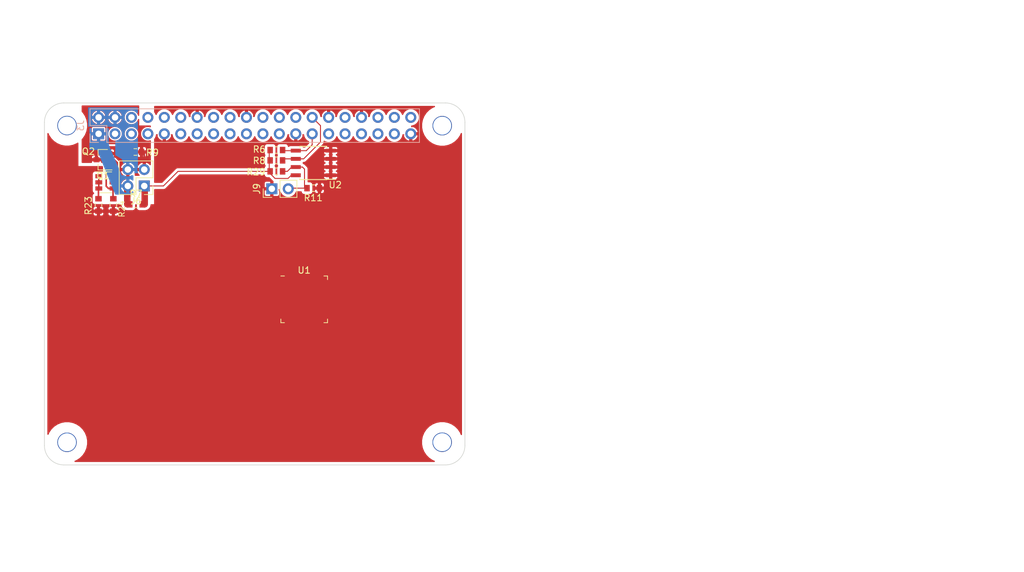
<source format=kicad_pcb>
(kicad_pcb (version 20171130) (host pcbnew "(5.1.7)-1")

  (general
    (thickness 1.6)
    (drawings 54)
    (tracks 63)
    (zones 0)
    (modules 19)
    (nets 13)
  )

  (page A4)
  (layers
    (0 F.Cu signal)
    (1 In1.Cu signal)
    (2 In2.Cu signal)
    (31 B.Cu signal)
    (32 B.Adhes user)
    (33 F.Adhes user)
    (34 B.Paste user)
    (35 F.Paste user)
    (36 B.SilkS user hide)
    (37 F.SilkS user)
    (38 B.Mask user)
    (39 F.Mask user)
    (40 Dwgs.User user)
    (41 Cmts.User user)
    (42 Eco1.User user hide)
    (43 Eco2.User user hide)
    (44 Edge.Cuts user)
    (45 Margin user hide)
    (46 B.CrtYd user hide)
    (47 F.CrtYd user hide)
    (48 B.Fab user)
    (49 F.Fab user)
  )

  (setup
    (last_trace_width 0.15)
    (user_trace_width 0.15)
    (user_trace_width 0.2)
    (user_trace_width 0.25)
    (user_trace_width 0.4)
    (user_trace_width 0.5)
    (user_trace_width 0.6)
    (user_trace_width 1)
    (user_trace_width 2)
    (trace_clearance 0.2)
    (zone_clearance 0.2)
    (zone_45_only yes)
    (trace_min 0.15)
    (via_size 0.4)
    (via_drill 0.2)
    (via_min_size 0.4)
    (via_min_drill 0.2)
    (uvia_size 0.3)
    (uvia_drill 0.1)
    (uvias_allowed no)
    (uvia_min_size 0.2)
    (uvia_min_drill 0.1)
    (edge_width 0.15)
    (segment_width 0.15)
    (pcb_text_width 0.3)
    (pcb_text_size 1.5 1.5)
    (mod_edge_width 0.15)
    (mod_text_size 0.6 0.6)
    (mod_text_width 0.09)
    (pad_size 1.524 1.524)
    (pad_drill 0.762)
    (pad_to_mask_clearance 0.1)
    (aux_axis_origin 0 0)
    (visible_elements 7FFFFE3F)
    (pcbplotparams
      (layerselection 0x010f8_80000007)
      (usegerberextensions false)
      (usegerberattributes false)
      (usegerberadvancedattributes false)
      (creategerberjobfile false)
      (excludeedgelayer false)
      (linewidth 0.100000)
      (plotframeref false)
      (viasonmask false)
      (mode 1)
      (useauxorigin false)
      (hpglpennumber 1)
      (hpglpenspeed 20)
      (hpglpendiameter 15.000000)
      (psnegative false)
      (psa4output false)
      (plotreference true)
      (plotvalue false)
      (plotinvisibletext false)
      (padsonsilk true)
      (subtractmaskfromsilk false)
      (outputformat 1)
      (mirror false)
      (drillshape 0)
      (scaleselection 1)
      (outputdirectory "prod"))
  )

  (net 0 "")
  (net 1 GND)
  (net 2 /ID_SD_EEPROM)
  (net 3 /ID_SC_EEPROM)
  (net 4 "Net-(Q1-Pad1)")
  (net 5 "Net-(Q2-Pad1)")
  (net 6 /P3V3_HAT)
  (net 7 /P5V_HAT)
  (net 8 /P3V3)
  (net 9 /P5V)
  (net 10 "Net-(J9-Pad2)")
  (net 11 "Net-(U1-PadA22)")
  (net 12 "Net-(U1-PadB7)")

  (net_class Default "This is the default net class."
    (clearance 0.2)
    (trace_width 0.15)
    (via_dia 0.4)
    (via_drill 0.2)
    (uvia_dia 0.3)
    (uvia_drill 0.1)
    (add_net /ID_SC_EEPROM)
    (add_net /ID_SD_EEPROM)
    (add_net /P3V3)
    (add_net /P3V3_HAT)
    (add_net /P5V)
    (add_net /P5V_HAT)
    (add_net GND)
    (add_net "Net-(J3-Pad10)")
    (add_net "Net-(J3-Pad11)")
    (add_net "Net-(J3-Pad12)")
    (add_net "Net-(J3-Pad13)")
    (add_net "Net-(J3-Pad15)")
    (add_net "Net-(J3-Pad16)")
    (add_net "Net-(J3-Pad17)")
    (add_net "Net-(J3-Pad18)")
    (add_net "Net-(J3-Pad19)")
    (add_net "Net-(J3-Pad21)")
    (add_net "Net-(J3-Pad22)")
    (add_net "Net-(J3-Pad23)")
    (add_net "Net-(J3-Pad24)")
    (add_net "Net-(J3-Pad26)")
    (add_net "Net-(J3-Pad29)")
    (add_net "Net-(J3-Pad3)")
    (add_net "Net-(J3-Pad31)")
    (add_net "Net-(J3-Pad32)")
    (add_net "Net-(J3-Pad33)")
    (add_net "Net-(J3-Pad35)")
    (add_net "Net-(J3-Pad36)")
    (add_net "Net-(J3-Pad37)")
    (add_net "Net-(J3-Pad38)")
    (add_net "Net-(J3-Pad40)")
    (add_net "Net-(J3-Pad5)")
    (add_net "Net-(J3-Pad7)")
    (add_net "Net-(J3-Pad8)")
    (add_net "Net-(J9-Pad2)")
    (add_net "Net-(Q1-Pad1)")
    (add_net "Net-(Q2-Pad1)")
    (add_net "Net-(U1-PadA10)")
    (add_net "Net-(U1-PadA12)")
    (add_net "Net-(U1-PadA14)")
    (add_net "Net-(U1-PadA16)")
    (add_net "Net-(U1-PadA18)")
    (add_net "Net-(U1-PadA20)")
    (add_net "Net-(U1-PadA22)")
    (add_net "Net-(U1-PadA23)")
    (add_net "Net-(U1-PadA8)")
    (add_net "Net-(U1-PadAA24)")
    (add_net "Net-(U1-PadAB2)")
    (add_net "Net-(U1-PadAC11)")
    (add_net "Net-(U1-PadAC13)")
    (add_net "Net-(U1-PadAC15)")
    (add_net "Net-(U1-PadAC17)")
    (add_net "Net-(U1-PadAC19)")
    (add_net "Net-(U1-PadAC21)")
    (add_net "Net-(U1-PadAC24)")
    (add_net "Net-(U1-PadAC5)")
    (add_net "Net-(U1-PadAC9)")
    (add_net "Net-(U1-PadAD10)")
    (add_net "Net-(U1-PadAD12)")
    (add_net "Net-(U1-PadAD16)")
    (add_net "Net-(U1-PadAD18)")
    (add_net "Net-(U1-PadAD2)")
    (add_net "Net-(U1-PadAD20)")
    (add_net "Net-(U1-PadAD22)")
    (add_net "Net-(U1-PadAD4)")
    (add_net "Net-(U1-PadAD6)")
    (add_net "Net-(U1-PadAD8)")
    (add_net "Net-(U1-PadB11)")
    (add_net "Net-(U1-PadB13)")
    (add_net "Net-(U1-PadB15)")
    (add_net "Net-(U1-PadB17)")
    (add_net "Net-(U1-PadB19)")
    (add_net "Net-(U1-PadB24)")
    (add_net "Net-(U1-PadB3)")
    (add_net "Net-(U1-PadB5)")
    (add_net "Net-(U1-PadB7)")
    (add_net "Net-(U1-PadB9)")
    (add_net "Net-(U1-PadC1)")
    (add_net "Net-(U1-PadD2)")
    (add_net "Net-(U1-PadD23)")
    (add_net "Net-(U1-PadE24)")
    (add_net "Net-(U1-PadF2)")
    (add_net "Net-(U1-PadF23)")
    (add_net "Net-(U1-PadG1)")
    (add_net "Net-(U1-PadH2)")
    (add_net "Net-(U1-PadH23)")
    (add_net "Net-(U1-PadJ1)")
    (add_net "Net-(U1-PadJ24)")
    (add_net "Net-(U1-PadK2)")
    (add_net "Net-(U1-PadL1)")
    (add_net "Net-(U1-PadL24)")
    (add_net "Net-(U1-PadM2)")
    (add_net "Net-(U1-PadN1)")
    (add_net "Net-(U1-PadN24)")
    (add_net "Net-(U1-PadP2)")
    (add_net "Net-(U1-PadP23)")
    (add_net "Net-(U1-PadR1)")
    (add_net "Net-(U1-PadR24)")
    (add_net "Net-(U1-PadT2)")
    (add_net "Net-(U1-PadT23)")
    (add_net "Net-(U1-PadU1)")
    (add_net "Net-(U1-PadU24)")
    (add_net "Net-(U1-PadV23)")
    (add_net "Net-(U1-PadW24)")
    (add_net "Net-(U1-PadY2)")
    (add_net "Net-(U1-PadY23)")
  )

  (module Package_DFN_QFN:Nordic_AQFN-73-1EP_7x7mm_P0.5mm (layer F.Cu) (tedit 5A55E2FA) (tstamp 5FFC8E2D)
    (at 118.7 91.2)
    (descr http://infocenter.nordicsemi.com/index.jsp?topic=%2Fcom.nordic.infocenter.nrf52%2Fdita%2Fnrf52%2Fchips%2Fnrf52840.html)
    (tags "AQFN 7mm ")
    (path /5FFDC0E3)
    (attr smd)
    (fp_text reference U1 (at 0 -4.5) (layer F.SilkS)
      (effects (font (size 1 1) (thickness 0.15)))
    )
    (fp_text value nRF52840 (at 0.03 5.72) (layer F.Fab)
      (effects (font (size 1 1) (thickness 0.15)))
    )
    (fp_text user %R (at 0 0) (layer F.Fab)
      (effects (font (size 1 1) (thickness 0.15)))
    )
    (fp_line (start 3.81 -3.81) (end 3.81 3.81) (layer F.CrtYd) (width 0.05))
    (fp_line (start 3.81 3.81) (end -3.81 3.81) (layer F.CrtYd) (width 0.05))
    (fp_line (start -3.81 3.81) (end -3.81 -3.81) (layer F.CrtYd) (width 0.05))
    (fp_line (start -3.81 -3.81) (end 3.81 -3.81) (layer F.CrtYd) (width 0.05))
    (fp_line (start -3.61 -3.61) (end -3.05 -3.61) (layer F.SilkS) (width 0.12))
    (fp_line (start -3.61 3.61) (end -3.61 3.05) (layer F.SilkS) (width 0.12))
    (fp_line (start -3.61 3.61) (end -3.05 3.61) (layer F.SilkS) (width 0.12))
    (fp_line (start 3.61 3.61) (end 3.05 3.61) (layer F.SilkS) (width 0.12))
    (fp_line (start 3.61 3.61) (end 3.61 3.05) (layer F.SilkS) (width 0.12))
    (fp_line (start 3.61 -3.61) (end 3.61 -3.05) (layer F.SilkS) (width 0.12))
    (fp_line (start 3.61 -3.61) (end 3.05 -3.61) (layer F.SilkS) (width 0.12))
    (fp_line (start -3.5 -3) (end -3 -3.5) (layer F.Fab) (width 0.1))
    (fp_line (start 3.5 -3.5) (end 3.5 3.5) (layer F.Fab) (width 0.1))
    (fp_line (start -3.5 3.5) (end 3.5 3.5) (layer F.Fab) (width 0.1))
    (fp_line (start -3.5 -3) (end -3.5 3.5) (layer F.Fab) (width 0.1))
    (fp_line (start -3 -3.5) (end 3.5 -3.5) (layer F.Fab) (width 0.1))
    (pad AC24 smd circle (at 3.25 2.75 180) (size 0.25 0.25) (layers F.Cu F.Paste F.Mask))
    (pad AA24 smd circle (at 3.25 2.25 180) (size 0.25 0.25) (layers F.Cu F.Paste F.Mask))
    (pad W24 smd circle (at 3.25 1.75 180) (size 0.25 0.25) (layers F.Cu F.Paste F.Mask))
    (pad U24 smd circle (at 3.25 1.25 180) (size 0.25 0.25) (layers F.Cu F.Paste F.Mask))
    (pad R24 smd circle (at 3.25 0.75 180) (size 0.25 0.25) (layers F.Cu F.Paste F.Mask))
    (pad N24 smd circle (at 3.25 0.25 180) (size 0.25 0.25) (layers F.Cu F.Paste F.Mask))
    (pad L24 smd circle (at 3.25 -0.25 180) (size 0.25 0.25) (layers F.Cu F.Paste F.Mask))
    (pad J24 smd circle (at 3.25 -0.75 180) (size 0.25 0.25) (layers F.Cu F.Paste F.Mask))
    (pad E24 smd circle (at 3.25 -1.75 180) (size 0.25 0.25) (layers F.Cu F.Paste F.Mask))
    (pad Y23 smd circle (at 2.75 2 180) (size 0.25 0.25) (layers F.Cu F.Paste F.Mask))
    (pad V23 smd circle (at 2.75 1.5 180) (size 0.25 0.25) (layers F.Cu F.Paste F.Mask))
    (pad T23 smd circle (at 2.75 1 180) (size 0.25 0.25) (layers F.Cu F.Paste F.Mask))
    (pad P23 smd circle (at 2.75 0.5 180) (size 0.25 0.25) (layers F.Cu F.Paste F.Mask))
    (pad H23 smd circle (at 2.75 -1 180) (size 0.25 0.25) (layers F.Cu F.Paste F.Mask))
    (pad F23 smd circle (at 2.75 -1.5 180) (size 0.25 0.25) (layers F.Cu F.Paste F.Mask))
    (pad A23 smd circle (at 2.75 -3.25 180) (size 0.25 0.25) (layers F.Cu F.Paste F.Mask))
    (pad A22 smd circle (at 2.25 -3.25 180) (size 0.25 0.25) (layers F.Cu F.Paste F.Mask)
      (net 11 "Net-(U1-PadA22)"))
    (pad A20 smd circle (at 1.75 -3.25 180) (size 0.25 0.25) (layers F.Cu F.Paste F.Mask))
    (pad A18 smd circle (at 1.25 -3.25 180) (size 0.25 0.25) (layers F.Cu F.Paste F.Mask))
    (pad A16 smd circle (at 0.75 -3.25 180) (size 0.25 0.25) (layers F.Cu F.Paste F.Mask))
    (pad A14 smd circle (at 0.25 -3.25 180) (size 0.25 0.25) (layers F.Cu F.Paste F.Mask))
    (pad A12 smd circle (at -0.25 -3.25 180) (size 0.25 0.25) (layers F.Cu F.Paste F.Mask))
    (pad A10 smd circle (at -0.75 -3.25 180) (size 0.25 0.25) (layers F.Cu F.Paste F.Mask))
    (pad B19 smd circle (at 1.5 -2.75 180) (size 0.25 0.25) (layers F.Cu F.Paste F.Mask))
    (pad B17 smd circle (at 1 -2.75 180) (size 0.25 0.25) (layers F.Cu F.Paste F.Mask))
    (pad B15 smd circle (at 0.5 -2.75 180) (size 0.25 0.25) (layers F.Cu F.Paste F.Mask))
    (pad B13 smd circle (at 0 -2.75 180) (size 0.25 0.25) (layers F.Cu F.Paste F.Mask))
    (pad B11 smd circle (at -0.5 -2.75 180) (size 0.25 0.25) (layers F.Cu F.Paste F.Mask))
    (pad B9 smd circle (at -1 -2.75 180) (size 0.25 0.25) (layers F.Cu F.Paste F.Mask))
    (pad B7 smd circle (at -1.5 -2.75 180) (size 0.25 0.25) (layers F.Cu F.Paste F.Mask)
      (net 12 "Net-(U1-PadB7)"))
    (pad B5 smd circle (at -2 -2.75 180) (size 0.25 0.25) (layers F.Cu F.Paste F.Mask))
    (pad AC5 smd circle (at -2 2.75 180) (size 0.25 0.25) (layers F.Cu F.Paste F.Mask))
    (pad AC9 smd circle (at -1 2.75 180) (size 0.25 0.25) (layers F.Cu F.Paste F.Mask))
    (pad AC11 smd circle (at -0.5 2.75 180) (size 0.25 0.25) (layers F.Cu F.Paste F.Mask))
    (pad AC13 smd circle (at 0 2.75 180) (size 0.25 0.25) (layers F.Cu F.Paste F.Mask))
    (pad AC15 smd circle (at 0.5 2.75 180) (size 0.25 0.25) (layers F.Cu F.Paste F.Mask))
    (pad AC17 smd circle (at 1 2.75 180) (size 0.25 0.25) (layers F.Cu F.Paste F.Mask))
    (pad AC19 smd circle (at 1.5 2.75 180) (size 0.25 0.25) (layers F.Cu F.Paste F.Mask))
    (pad AD22 smd circle (at 2.25 3.25 180) (size 0.25 0.25) (layers F.Cu F.Paste F.Mask))
    (pad AD20 smd circle (at 1.75 3.25 180) (size 0.25 0.25) (layers F.Cu F.Paste F.Mask))
    (pad AD18 smd circle (at 1.25 3.25 180) (size 0.25 0.25) (layers F.Cu F.Paste F.Mask))
    (pad AD16 smd circle (at 0.75 3.25 180) (size 0.25 0.25) (layers F.Cu F.Paste F.Mask))
    (pad AD14 smd circle (at 0.25 3.25 180) (size 0.25 0.25) (layers F.Cu F.Paste F.Mask)
      (net 11 "Net-(U1-PadA22)"))
    (pad AD12 smd circle (at -0.25 3.25 180) (size 0.25 0.25) (layers F.Cu F.Paste F.Mask))
    (pad AD10 smd circle (at -0.75 3.25 180) (size 0.25 0.25) (layers F.Cu F.Paste F.Mask))
    (pad AD8 smd circle (at -1.25 3.25 180) (size 0.25 0.25) (layers F.Cu F.Paste F.Mask))
    (pad AD6 smd circle (at -1.75 3.25 180) (size 0.25 0.25) (layers F.Cu F.Paste F.Mask))
    (pad AD4 smd circle (at -2.25 3.25 180) (size 0.25 0.25) (layers F.Cu F.Paste F.Mask))
    (pad B1 smd circle (at -3.25 -2.75 180) (size 0.25 0.25) (layers F.Cu F.Paste F.Mask)
      (net 11 "Net-(U1-PadA22)"))
    (pad D2 smd circle (at -2.75 -2 180) (size 0.25 0.25) (layers F.Cu F.Paste F.Mask))
    (pad C1 smd circle (at -3.25 -2.25 180) (size 0.25 0.25) (layers F.Cu F.Paste F.Mask))
    (pad F2 smd circle (at -2.75 -1.5 180) (size 0.25 0.25) (layers F.Cu F.Paste F.Mask))
    (pad H2 smd circle (at -2.75 -1 180) (size 0.25 0.25) (layers F.Cu F.Paste F.Mask))
    (pad K2 smd circle (at -2.75 -0.5 180) (size 0.25 0.25) (layers F.Cu F.Paste F.Mask))
    (pad M2 smd circle (at -2.75 0 180) (size 0.25 0.25) (layers F.Cu F.Paste F.Mask))
    (pad P2 smd circle (at -2.75 0.5 180) (size 0.25 0.25) (layers F.Cu F.Paste F.Mask))
    (pad T2 smd circle (at -2.75 1 180) (size 0.25 0.25) (layers F.Cu F.Paste F.Mask))
    (pad G1 smd circle (at -3.25 -1.25 180) (size 0.25 0.25) (layers F.Cu F.Paste F.Mask))
    (pad J1 smd circle (at -3.25 -0.75 180) (size 0.25 0.25) (layers F.Cu F.Paste F.Mask))
    (pad L1 smd circle (at -3.25 -0.25 180) (size 0.25 0.25) (layers F.Cu F.Paste F.Mask))
    (pad N1 smd circle (at -3.25 0.25 180) (size 0.25 0.25) (layers F.Cu F.Paste F.Mask))
    (pad R1 smd circle (at -3.25 0.75 180) (size 0.25 0.25) (layers F.Cu F.Paste F.Mask))
    (pad U1 smd circle (at -3.25 1.25 180) (size 0.25 0.25) (layers F.Cu F.Paste F.Mask))
    (pad W1 smd circle (at -3.25 1.75 180) (size 0.25 0.25) (layers F.Cu F.Paste F.Mask)
      (net 11 "Net-(U1-PadA22)"))
    (pad Y2 smd circle (at -2.75 2 180) (size 0.25 0.25) (layers F.Cu F.Paste F.Mask))
    (pad AB2 smd circle (at -2.75 2.5 180) (size 0.25 0.25) (layers F.Cu F.Paste F.Mask))
    (pad AD2 smd circle (at -2.75 3.25 180) (size 0.25 0.25) (layers F.Cu F.Paste F.Mask))
    (pad AD23 smd circle (at 2.75 3.25 180) (size 0.25 0.25) (layers F.Cu F.Paste F.Mask)
      (net 11 "Net-(U1-PadA22)"))
    (pad AC21 smd circle (at 2 2.75 180) (size 0.25 0.25) (layers F.Cu F.Paste F.Mask))
    (pad B3 smd circle (at -2.5 -2.75 180) (size 0.25 0.25) (layers F.Cu F.Paste F.Mask))
    (pad A8 smd circle (at -1.25 -3.25 180) (size 0.25 0.25) (layers F.Cu F.Paste F.Mask))
    (pad D23 smd circle (at 2.75 -2 180) (size 0.25 0.25) (layers F.Cu F.Paste F.Mask))
    (pad B24 smd circle (at 3.25 -2.75 180) (size 0.25 0.25) (layers F.Cu F.Paste F.Mask))
    (pad EP smd rect (at 0 0 180) (size 4.85 4.85) (layers F.Cu F.Mask)
      (net 12 "Net-(U1-PadB7)"))
    (pad "" smd rect (at -1.2125 -1.2125 180) (size 2 2) (layers F.Paste))
    (pad "" smd rect (at 1.2125 -1.2125 180) (size 2 2) (layers F.Paste))
    (pad "" smd rect (at -1.2125 1.2125 180) (size 2 2) (layers F.Paste))
    (pad "" smd rect (at 1.2125 1.2125 180) (size 2 2) (layers F.Paste))
    (model ${KISYS3DMOD}/Package_DFN_QFN.3dshapes/Nordic_AQFN-73-1EP_7x7mm_P0.5mm.wrl
      (at (xyz 0 0 0))
      (scale (xyz 1 1 1))
      (rotate (xyz 0 0 0))
    )
  )

  (module Connector_PinSocket_2.54mm:PinSocket_2x20_P2.54mm_Vertical locked (layer B.Cu) (tedit 5A19A433) (tstamp 5A78A50E)
    (at 86.92 65.59 270)
    (descr "Through hole straight socket strip, 2x20, 2.54mm pitch, double cols (from Kicad 4.0.7), script generated")
    (tags "Through hole socket strip THT 2x20 2.54mm double row")
    (path /58DFC771)
    (fp_text reference J3 (at -1.27 2.77 270) (layer B.SilkS)
      (effects (font (size 1 1) (thickness 0.15)) (justify mirror))
    )
    (fp_text value 40HAT (at -1.27 -51.03 270) (layer B.Fab)
      (effects (font (size 0.6 0.6) (thickness 0.09)) (justify mirror))
    )
    (fp_line (start -4.34 -50) (end -4.34 1.8) (layer B.CrtYd) (width 0.05))
    (fp_line (start 1.76 -50) (end -4.34 -50) (layer B.CrtYd) (width 0.05))
    (fp_line (start 1.76 1.8) (end 1.76 -50) (layer B.CrtYd) (width 0.05))
    (fp_line (start -4.34 1.8) (end 1.76 1.8) (layer B.CrtYd) (width 0.05))
    (fp_line (start 0 1.33) (end 1.33 1.33) (layer B.SilkS) (width 0.12))
    (fp_line (start 1.33 1.33) (end 1.33 0) (layer B.SilkS) (width 0.12))
    (fp_line (start -1.27 1.33) (end -1.27 -1.27) (layer B.SilkS) (width 0.12))
    (fp_line (start -1.27 -1.27) (end 1.33 -1.27) (layer B.SilkS) (width 0.12))
    (fp_line (start 1.33 -1.27) (end 1.33 -49.59) (layer B.SilkS) (width 0.12))
    (fp_line (start -3.87 -49.59) (end 1.33 -49.59) (layer B.SilkS) (width 0.12))
    (fp_line (start -3.87 1.33) (end -3.87 -49.59) (layer B.SilkS) (width 0.12))
    (fp_line (start -3.87 1.33) (end -1.27 1.33) (layer B.SilkS) (width 0.12))
    (fp_line (start -3.81 -49.53) (end -3.81 1.27) (layer B.Fab) (width 0.1))
    (fp_line (start 1.27 -49.53) (end -3.81 -49.53) (layer B.Fab) (width 0.1))
    (fp_line (start 1.27 0.27) (end 1.27 -49.53) (layer B.Fab) (width 0.1))
    (fp_line (start 0.27 1.27) (end 1.27 0.27) (layer B.Fab) (width 0.1))
    (fp_line (start -3.81 1.27) (end 0.27 1.27) (layer B.Fab) (width 0.1))
    (fp_text user %R (at -1.27 -24.13 180) (layer B.Fab)
      (effects (font (size 1 1) (thickness 0.15)) (justify mirror))
    )
    (pad 1 thru_hole rect (at 0 0 270) (size 1.7 1.7) (drill 1) (layers *.Cu *.Mask)
      (net 6 /P3V3_HAT))
    (pad 2 thru_hole oval (at -2.54 0 270) (size 1.7 1.7) (drill 1) (layers *.Cu *.Mask)
      (net 7 /P5V_HAT))
    (pad 3 thru_hole oval (at 0 -2.54 270) (size 1.7 1.7) (drill 1) (layers *.Cu *.Mask))
    (pad 4 thru_hole oval (at -2.54 -2.54 270) (size 1.7 1.7) (drill 1) (layers *.Cu *.Mask)
      (net 7 /P5V_HAT))
    (pad 5 thru_hole oval (at 0 -5.08 270) (size 1.7 1.7) (drill 1) (layers *.Cu *.Mask))
    (pad 6 thru_hole oval (at -2.54 -5.08 270) (size 1.7 1.7) (drill 1) (layers *.Cu *.Mask)
      (net 1 GND))
    (pad 7 thru_hole oval (at 0 -7.62 270) (size 1.7 1.7) (drill 1) (layers *.Cu *.Mask))
    (pad 8 thru_hole oval (at -2.54 -7.62 270) (size 1.7 1.7) (drill 1) (layers *.Cu *.Mask))
    (pad 9 thru_hole oval (at 0 -10.16 270) (size 1.7 1.7) (drill 1) (layers *.Cu *.Mask)
      (net 1 GND))
    (pad 10 thru_hole oval (at -2.54 -10.16 270) (size 1.7 1.7) (drill 1) (layers *.Cu *.Mask))
    (pad 11 thru_hole oval (at 0 -12.7 270) (size 1.7 1.7) (drill 1) (layers *.Cu *.Mask))
    (pad 12 thru_hole oval (at -2.54 -12.7 270) (size 1.7 1.7) (drill 1) (layers *.Cu *.Mask))
    (pad 13 thru_hole oval (at 0 -15.24 270) (size 1.7 1.7) (drill 1) (layers *.Cu *.Mask))
    (pad 14 thru_hole oval (at -2.54 -15.24 270) (size 1.7 1.7) (drill 1) (layers *.Cu *.Mask)
      (net 1 GND))
    (pad 15 thru_hole oval (at 0 -17.78 270) (size 1.7 1.7) (drill 1) (layers *.Cu *.Mask))
    (pad 16 thru_hole oval (at -2.54 -17.78 270) (size 1.7 1.7) (drill 1) (layers *.Cu *.Mask))
    (pad 17 thru_hole oval (at 0 -20.32 270) (size 1.7 1.7) (drill 1) (layers *.Cu *.Mask))
    (pad 18 thru_hole oval (at -2.54 -20.32 270) (size 1.7 1.7) (drill 1) (layers *.Cu *.Mask))
    (pad 19 thru_hole oval (at 0 -22.86 270) (size 1.7 1.7) (drill 1) (layers *.Cu *.Mask))
    (pad 20 thru_hole oval (at -2.54 -22.86 270) (size 1.7 1.7) (drill 1) (layers *.Cu *.Mask)
      (net 1 GND))
    (pad 21 thru_hole oval (at 0 -25.4 270) (size 1.7 1.7) (drill 1) (layers *.Cu *.Mask))
    (pad 22 thru_hole oval (at -2.54 -25.4 270) (size 1.7 1.7) (drill 1) (layers *.Cu *.Mask))
    (pad 23 thru_hole oval (at 0 -27.94 270) (size 1.7 1.7) (drill 1) (layers *.Cu *.Mask))
    (pad 24 thru_hole oval (at -2.54 -27.94 270) (size 1.7 1.7) (drill 1) (layers *.Cu *.Mask))
    (pad 25 thru_hole oval (at 0 -30.48 270) (size 1.7 1.7) (drill 1) (layers *.Cu *.Mask)
      (net 1 GND))
    (pad 26 thru_hole oval (at -2.54 -30.48 270) (size 1.7 1.7) (drill 1) (layers *.Cu *.Mask))
    (pad 27 thru_hole oval (at 0 -33.02 270) (size 1.7 1.7) (drill 1) (layers *.Cu *.Mask)
      (net 2 /ID_SD_EEPROM))
    (pad 28 thru_hole oval (at -2.54 -33.02 270) (size 1.7 1.7) (drill 1) (layers *.Cu *.Mask)
      (net 3 /ID_SC_EEPROM))
    (pad 29 thru_hole oval (at 0 -35.56 270) (size 1.7 1.7) (drill 1) (layers *.Cu *.Mask))
    (pad 30 thru_hole oval (at -2.54 -35.56 270) (size 1.7 1.7) (drill 1) (layers *.Cu *.Mask)
      (net 1 GND))
    (pad 31 thru_hole oval (at 0 -38.1 270) (size 1.7 1.7) (drill 1) (layers *.Cu *.Mask))
    (pad 32 thru_hole oval (at -2.54 -38.1 270) (size 1.7 1.7) (drill 1) (layers *.Cu *.Mask))
    (pad 33 thru_hole oval (at 0 -40.64 270) (size 1.7 1.7) (drill 1) (layers *.Cu *.Mask))
    (pad 34 thru_hole oval (at -2.54 -40.64 270) (size 1.7 1.7) (drill 1) (layers *.Cu *.Mask)
      (net 1 GND))
    (pad 35 thru_hole oval (at 0 -43.18 270) (size 1.7 1.7) (drill 1) (layers *.Cu *.Mask))
    (pad 36 thru_hole oval (at -2.54 -43.18 270) (size 1.7 1.7) (drill 1) (layers *.Cu *.Mask))
    (pad 37 thru_hole oval (at 0 -45.72 270) (size 1.7 1.7) (drill 1) (layers *.Cu *.Mask))
    (pad 38 thru_hole oval (at -2.54 -45.72 270) (size 1.7 1.7) (drill 1) (layers *.Cu *.Mask))
    (pad 39 thru_hole oval (at 0 -48.26 270) (size 1.7 1.7) (drill 1) (layers *.Cu *.Mask)
      (net 1 GND))
    (pad 40 thru_hole oval (at -2.54 -48.26 270) (size 1.7 1.7) (drill 1) (layers *.Cu *.Mask))
    (model ${KISYS3DMOD}/Connector_PinSocket_2.54mm.3dshapes/PinSocket_2x20_P2.54mm_Vertical.wrl
      (at (xyz 0 0 0))
      (scale (xyz 1 1 1))
      (rotate (xyz 0 0 0))
    )
  )

  (module Package_SOIC:SOIC-8_3.9x4.9mm_P1.27mm (layer F.Cu) (tedit 5A02F2D3) (tstamp 5A78A4F2)
    (at 120.1 70.1 180)
    (descr "8-Lead Plastic Small Outline (SN) - Narrow, 3.90 mm Body [SOIC] (see Microchip Packaging Specification 00000049BS.pdf)")
    (tags "SOIC 1.27")
    (path /58E1713F)
    (attr smd)
    (fp_text reference U2 (at -3.4 -3.4 180) (layer F.SilkS)
      (effects (font (size 1 1) (thickness 0.15)))
    )
    (fp_text value CAT24C32 (at -2.65 0.1 270) (layer F.Fab)
      (effects (font (size 0.6 0.6) (thickness 0.09)))
    )
    (fp_line (start -2.075 -2.525) (end -3.475 -2.525) (layer F.SilkS) (width 0.15))
    (fp_line (start -2.075 2.575) (end 2.075 2.575) (layer F.SilkS) (width 0.15))
    (fp_line (start -2.075 -2.575) (end 2.075 -2.575) (layer F.SilkS) (width 0.15))
    (fp_line (start -2.075 2.575) (end -2.075 2.43) (layer F.SilkS) (width 0.15))
    (fp_line (start 2.075 2.575) (end 2.075 2.43) (layer F.SilkS) (width 0.15))
    (fp_line (start 2.075 -2.575) (end 2.075 -2.43) (layer F.SilkS) (width 0.15))
    (fp_line (start -2.075 -2.575) (end -2.075 -2.525) (layer F.SilkS) (width 0.15))
    (fp_line (start -3.73 2.7) (end 3.73 2.7) (layer F.CrtYd) (width 0.05))
    (fp_line (start -3.73 -2.7) (end 3.73 -2.7) (layer F.CrtYd) (width 0.05))
    (fp_line (start 3.73 -2.7) (end 3.73 2.7) (layer F.CrtYd) (width 0.05))
    (fp_line (start -3.73 -2.7) (end -3.73 2.7) (layer F.CrtYd) (width 0.05))
    (fp_line (start -1.95 -1.45) (end -0.95 -2.45) (layer F.Fab) (width 0.1))
    (fp_line (start -1.95 2.45) (end -1.95 -1.45) (layer F.Fab) (width 0.1))
    (fp_line (start 1.95 2.45) (end -1.95 2.45) (layer F.Fab) (width 0.1))
    (fp_line (start 1.95 -2.45) (end 1.95 2.45) (layer F.Fab) (width 0.1))
    (fp_line (start -0.95 -2.45) (end 1.95 -2.45) (layer F.Fab) (width 0.1))
    (fp_text user %R (at 0 0 180) (layer F.Fab)
      (effects (font (size 1 1) (thickness 0.15)))
    )
    (pad 1 smd rect (at -2.7 -1.905 180) (size 1.55 0.6) (layers F.Cu F.Paste F.Mask)
      (net 1 GND))
    (pad 2 smd rect (at -2.7 -0.635 180) (size 1.55 0.6) (layers F.Cu F.Paste F.Mask)
      (net 1 GND))
    (pad 3 smd rect (at -2.7 0.635 180) (size 1.55 0.6) (layers F.Cu F.Paste F.Mask)
      (net 1 GND))
    (pad 4 smd rect (at -2.7 1.905 180) (size 1.55 0.6) (layers F.Cu F.Paste F.Mask)
      (net 1 GND))
    (pad 5 smd rect (at 2.7 1.905 180) (size 1.55 0.6) (layers F.Cu F.Paste F.Mask)
      (net 2 /ID_SD_EEPROM))
    (pad 6 smd rect (at 2.7 0.635 180) (size 1.55 0.6) (layers F.Cu F.Paste F.Mask)
      (net 3 /ID_SC_EEPROM))
    (pad 7 smd rect (at 2.7 -0.635 180) (size 1.55 0.6) (layers F.Cu F.Paste F.Mask)
      (net 10 "Net-(J9-Pad2)"))
    (pad 8 smd rect (at 2.7 -1.905 180) (size 1.55 0.6) (layers F.Cu F.Paste F.Mask)
      (net 8 /P3V3))
    (model ${KISYS3DMOD}/Package_SO.3dshapes/SOIC-8_3.9x4.9mm_P1.27mm.wrl
      (at (xyz 0 0 0))
      (scale (xyz 1 1 1))
      (rotate (xyz 0 0 0))
    )
  )

  (module Resistor_SMD:R_0603_1608Metric_Pad0.84x1.00mm_HandSolder (layer F.Cu) (tedit 59FE48B8) (tstamp 5A78A4B9)
    (at 114.4 69.7)
    (descr "Resistor SMD 0603 (1608 Metric), square (rectangular) end terminal, IPC_7351 nominal with elongated pad for handsoldering. (Body size source: http://www.tortai-tech.com/upload/download/2011102023233369053.pdf), generated with kicad-footprint-generator")
    (tags "resistor handsolder")
    (path /58E17720)
    (attr smd)
    (fp_text reference R8 (at -2.65 0.05) (layer F.SilkS)
      (effects (font (size 1 1) (thickness 0.15)))
    )
    (fp_text value 3.9K (at 1.85 0.05) (layer F.Fab)
      (effects (font (size 0.6 0.6) (thickness 0.09)))
    )
    (fp_line (start -0.8 0.4) (end -0.8 -0.4) (layer F.Fab) (width 0.1))
    (fp_line (start -0.8 -0.4) (end 0.8 -0.4) (layer F.Fab) (width 0.1))
    (fp_line (start 0.8 -0.4) (end 0.8 0.4) (layer F.Fab) (width 0.1))
    (fp_line (start 0.8 0.4) (end -0.8 0.4) (layer F.Fab) (width 0.1))
    (fp_line (start -0.22 -0.51) (end 0.22 -0.51) (layer F.SilkS) (width 0.12))
    (fp_line (start -0.22 0.51) (end 0.22 0.51) (layer F.SilkS) (width 0.12))
    (fp_line (start -1.64 0.75) (end -1.64 -0.75) (layer F.CrtYd) (width 0.05))
    (fp_line (start -1.64 -0.75) (end 1.64 -0.75) (layer F.CrtYd) (width 0.05))
    (fp_line (start 1.64 -0.75) (end 1.64 0.75) (layer F.CrtYd) (width 0.05))
    (fp_line (start 1.64 0.75) (end -1.64 0.75) (layer F.CrtYd) (width 0.05))
    (fp_text user %R (at 0 0) (layer F.Fab)
      (effects (font (size 0.5 0.5) (thickness 0.08)))
    )
    (pad 2 smd rect (at 0.9625 0) (size 0.845 1) (layers F.Cu F.Paste F.Mask)
      (net 3 /ID_SC_EEPROM))
    (pad 1 smd rect (at -0.9625 0) (size 0.845 1) (layers F.Cu F.Paste F.Mask)
      (net 8 /P3V3))
    (model ${KISYS3DMOD}/Resistor_SMD.3dshapes/R_0603_1608Metric.wrl
      (at (xyz 0 0 0))
      (scale (xyz 1 1 1))
      (rotate (xyz 0 0 0))
    )
  )

  (module Connector_PinHeader_2.54mm:PinHeader_2x02_P2.54mm_Vertical (layer F.Cu) (tedit 59FED5CC) (tstamp 5A78A54B)
    (at 93.98 73.66 180)
    (descr "Through hole straight pin header, 2x02, 2.54mm pitch, double rows")
    (tags "Through hole pin header THT 2x02 2.54mm double row")
    (path /58E13683)
    (fp_text reference J6 (at 1.27 -2.33 180) (layer F.SilkS)
      (effects (font (size 1 1) (thickness 0.15)))
    )
    (fp_text value CONN_02X02 (at -2.032 1.27 270) (layer F.Fab)
      (effects (font (size 0.6 0.6) (thickness 0.09)))
    )
    (fp_line (start 0 -1.27) (end 3.81 -1.27) (layer F.Fab) (width 0.1))
    (fp_line (start 3.81 -1.27) (end 3.81 3.81) (layer F.Fab) (width 0.1))
    (fp_line (start 3.81 3.81) (end -1.27 3.81) (layer F.Fab) (width 0.1))
    (fp_line (start -1.27 3.81) (end -1.27 0) (layer F.Fab) (width 0.1))
    (fp_line (start -1.27 0) (end 0 -1.27) (layer F.Fab) (width 0.1))
    (fp_line (start -1.33 3.87) (end 3.87 3.87) (layer F.SilkS) (width 0.12))
    (fp_line (start -1.33 1.27) (end -1.33 3.87) (layer F.SilkS) (width 0.12))
    (fp_line (start 3.87 -1.33) (end 3.87 3.87) (layer F.SilkS) (width 0.12))
    (fp_line (start -1.33 1.27) (end 1.27 1.27) (layer F.SilkS) (width 0.12))
    (fp_line (start 1.27 1.27) (end 1.27 -1.33) (layer F.SilkS) (width 0.12))
    (fp_line (start 1.27 -1.33) (end 3.87 -1.33) (layer F.SilkS) (width 0.12))
    (fp_line (start -1.33 0) (end -1.33 -1.33) (layer F.SilkS) (width 0.12))
    (fp_line (start -1.33 -1.33) (end 0 -1.33) (layer F.SilkS) (width 0.12))
    (fp_line (start -1.8 -1.8) (end -1.8 4.35) (layer F.CrtYd) (width 0.05))
    (fp_line (start -1.8 4.35) (end 4.35 4.35) (layer F.CrtYd) (width 0.05))
    (fp_line (start 4.35 4.35) (end 4.35 -1.8) (layer F.CrtYd) (width 0.05))
    (fp_line (start 4.35 -1.8) (end -1.8 -1.8) (layer F.CrtYd) (width 0.05))
    (fp_text user %R (at 1.27 1.27 270) (layer F.Fab)
      (effects (font (size 1 1) (thickness 0.15)))
    )
    (pad 4 thru_hole oval (at 2.54 2.54 180) (size 1.7 1.7) (drill 1) (layers *.Cu *.Mask)
      (net 7 /P5V_HAT))
    (pad 3 thru_hole oval (at 0 2.54 180) (size 1.7 1.7) (drill 1) (layers *.Cu *.Mask)
      (net 9 /P5V))
    (pad 2 thru_hole oval (at 2.54 0 180) (size 1.7 1.7) (drill 1) (layers *.Cu *.Mask)
      (net 6 /P3V3_HAT))
    (pad 1 thru_hole rect (at 0 0 180) (size 1.7 1.7) (drill 1) (layers *.Cu *.Mask)
      (net 8 /P3V3))
    (model ${KISYS3DMOD}/Connector_PinHeader_2.54mm.3dshapes/PinHeader_2x02_P2.54mm_Vertical.wrl
      (at (xyz 0 0 0))
      (scale (xyz 1 1 1))
      (rotate (xyz 0 0 0))
    )
  )

  (module Connector_PinHeader_2.54mm:PinHeader_1x02_P2.54mm_Vertical (layer F.Cu) (tedit 59FED5CC) (tstamp 5A78A564)
    (at 113.7 74.1 90)
    (descr "Through hole straight pin header, 1x02, 2.54mm pitch, single row")
    (tags "Through hole pin header THT 1x02 2.54mm single row")
    (path /58E18D32)
    (fp_text reference J9 (at 0 -2.33 90) (layer F.SilkS)
      (effects (font (size 1 1) (thickness 0.15)))
    )
    (fp_text value CONN_01X02 (at -1.9 1.3 180) (layer F.Fab)
      (effects (font (size 0.6 0.6) (thickness 0.09)))
    )
    (fp_line (start 1.8 -1.8) (end -1.8 -1.8) (layer F.CrtYd) (width 0.05))
    (fp_line (start 1.8 4.35) (end 1.8 -1.8) (layer F.CrtYd) (width 0.05))
    (fp_line (start -1.8 4.35) (end 1.8 4.35) (layer F.CrtYd) (width 0.05))
    (fp_line (start -1.8 -1.8) (end -1.8 4.35) (layer F.CrtYd) (width 0.05))
    (fp_line (start -1.33 -1.33) (end 0 -1.33) (layer F.SilkS) (width 0.12))
    (fp_line (start -1.33 0) (end -1.33 -1.33) (layer F.SilkS) (width 0.12))
    (fp_line (start -1.33 1.27) (end 1.33 1.27) (layer F.SilkS) (width 0.12))
    (fp_line (start 1.33 1.27) (end 1.33 3.87) (layer F.SilkS) (width 0.12))
    (fp_line (start -1.33 1.27) (end -1.33 3.87) (layer F.SilkS) (width 0.12))
    (fp_line (start -1.33 3.87) (end 1.33 3.87) (layer F.SilkS) (width 0.12))
    (fp_line (start -1.27 -0.635) (end -0.635 -1.27) (layer F.Fab) (width 0.1))
    (fp_line (start -1.27 3.81) (end -1.27 -0.635) (layer F.Fab) (width 0.1))
    (fp_line (start 1.27 3.81) (end -1.27 3.81) (layer F.Fab) (width 0.1))
    (fp_line (start 1.27 -1.27) (end 1.27 3.81) (layer F.Fab) (width 0.1))
    (fp_line (start -0.635 -1.27) (end 1.27 -1.27) (layer F.Fab) (width 0.1))
    (fp_text user %R (at 0 1.27 180) (layer F.Fab)
      (effects (font (size 1 1) (thickness 0.15)))
    )
    (pad 1 thru_hole rect (at 0 0 90) (size 1.7 1.7) (drill 1) (layers *.Cu *.Mask)
      (net 1 GND))
    (pad 2 thru_hole oval (at 0 2.54 90) (size 1.7 1.7) (drill 1) (layers *.Cu *.Mask)
      (net 10 "Net-(J9-Pad2)"))
    (model ${KISYS3DMOD}/Connector_PinHeader_2.54mm.3dshapes/PinHeader_1x02_P2.54mm_Vertical.wrl
      (at (xyz 0 0 0))
      (scale (xyz 1 1 1))
      (rotate (xyz 0 0 0))
    )
  )

  (module Package_TO_SOT_SMD:SOT-23 (layer F.Cu) (tedit 5A6D06A4) (tstamp 5A78A4DE)
    (at 87.6 69.6 180)
    (descr "SOT-23, Standard")
    (tags SOT-23)
    (path /58E14EB1)
    (attr smd)
    (fp_text reference Q1 (at 0 -2.5 180) (layer F.SilkS)
      (effects (font (size 1 1) (thickness 0.15)))
    )
    (fp_text value DMG2305UX (at 1.494 2.036) (layer F.Fab)
      (effects (font (size 0.6 0.6) (thickness 0.09)))
    )
    (fp_line (start 0.76 1.58) (end -0.7 1.58) (layer F.SilkS) (width 0.12))
    (fp_line (start 0.76 -1.58) (end -1.4 -1.58) (layer F.SilkS) (width 0.12))
    (fp_line (start -1.7 1.75) (end -1.7 -1.75) (layer F.CrtYd) (width 0.05))
    (fp_line (start 1.7 1.75) (end -1.7 1.75) (layer F.CrtYd) (width 0.05))
    (fp_line (start 1.7 -1.75) (end 1.7 1.75) (layer F.CrtYd) (width 0.05))
    (fp_line (start -1.7 -1.75) (end 1.7 -1.75) (layer F.CrtYd) (width 0.05))
    (fp_line (start 0.76 -1.58) (end 0.76 -0.65) (layer F.SilkS) (width 0.12))
    (fp_line (start 0.76 1.58) (end 0.76 0.65) (layer F.SilkS) (width 0.12))
    (fp_line (start -0.7 1.52) (end 0.7 1.52) (layer F.Fab) (width 0.1))
    (fp_line (start 0.7 -1.52) (end 0.7 1.52) (layer F.Fab) (width 0.1))
    (fp_line (start -0.7 -0.95) (end -0.15 -1.52) (layer F.Fab) (width 0.1))
    (fp_line (start -0.15 -1.52) (end 0.7 -1.52) (layer F.Fab) (width 0.1))
    (fp_line (start -0.7 -0.95) (end -0.7 1.5) (layer F.Fab) (width 0.1))
    (fp_text user %R (at 0 0 270) (layer F.Fab)
      (effects (font (size 0.5 0.5) (thickness 0.075)))
    )
    (pad 1 smd rect (at -1 -0.95 180) (size 0.9 0.8) (layers F.Cu F.Paste F.Mask)
      (net 4 "Net-(Q1-Pad1)"))
    (pad 2 smd rect (at -1 0.95 180) (size 0.9 0.8) (layers F.Cu F.Paste F.Mask)
      (net 7 /P5V_HAT))
    (pad 3 smd rect (at 1 0 180) (size 0.9 0.8) (layers F.Cu F.Paste F.Mask)
      (net 9 /P5V))
    (model ${KISYS3DMOD}/Package_TO_SOT_SMD.3dshapes/SOT-23.wrl
      (at (xyz 0 0 0))
      (scale (xyz 1 1 1))
      (rotate (xyz 0 0 0))
    )
  )

  (module Package_TO_SOT_SMD:SOT-23-6 (layer F.Cu) (tedit 5A02FF57) (tstamp 5A78A4C9)
    (at 88.05 73.1)
    (descr "6-pin SOT-23 package")
    (tags SOT-23-6)
    (path /58E1538B)
    (attr smd)
    (fp_text reference Q2 (at -2.706 -4.774) (layer F.SilkS)
      (effects (font (size 1 1) (thickness 0.15)))
    )
    (fp_text value DMMT5401 (at -2.452 -0.202 90) (layer F.Fab)
      (effects (font (size 0.6 0.6) (thickness 0.09)))
    )
    (fp_line (start 0.9 -1.55) (end 0.9 1.55) (layer F.Fab) (width 0.1))
    (fp_line (start 0.9 1.55) (end -0.9 1.55) (layer F.Fab) (width 0.1))
    (fp_line (start -0.9 -0.9) (end -0.9 1.55) (layer F.Fab) (width 0.1))
    (fp_line (start 0.9 -1.55) (end -0.25 -1.55) (layer F.Fab) (width 0.1))
    (fp_line (start -0.9 -0.9) (end -0.25 -1.55) (layer F.Fab) (width 0.1))
    (fp_line (start -1.9 -1.8) (end -1.9 1.8) (layer F.CrtYd) (width 0.05))
    (fp_line (start -1.9 1.8) (end 1.9 1.8) (layer F.CrtYd) (width 0.05))
    (fp_line (start 1.9 1.8) (end 1.9 -1.8) (layer F.CrtYd) (width 0.05))
    (fp_line (start 1.9 -1.8) (end -1.9 -1.8) (layer F.CrtYd) (width 0.05))
    (fp_line (start 0.9 -1.61) (end -1.55 -1.61) (layer F.SilkS) (width 0.12))
    (fp_line (start -0.9 1.61) (end 0.9 1.61) (layer F.SilkS) (width 0.12))
    (fp_text user %R (at 0 0 90) (layer F.Fab)
      (effects (font (size 0.5 0.5) (thickness 0.075)))
    )
    (pad 1 smd rect (at -1.1 -0.95) (size 1.06 0.65) (layers F.Cu F.Paste F.Mask)
      (net 5 "Net-(Q2-Pad1)"))
    (pad 2 smd rect (at -1.1 0) (size 1.06 0.65) (layers F.Cu F.Paste F.Mask)
      (net 5 "Net-(Q2-Pad1)"))
    (pad 3 smd rect (at -1.1 0.95) (size 1.06 0.65) (layers F.Cu F.Paste F.Mask)
      (net 5 "Net-(Q2-Pad1)"))
    (pad 4 smd rect (at 1.1 0.95) (size 1.06 0.65) (layers F.Cu F.Paste F.Mask)
      (net 4 "Net-(Q1-Pad1)"))
    (pad 6 smd rect (at 1.1 -0.95) (size 1.06 0.65) (layers F.Cu F.Paste F.Mask)
      (net 9 /P5V))
    (pad 5 smd rect (at 1.1 0) (size 1.06 0.65) (layers F.Cu F.Paste F.Mask)
      (net 7 /P5V_HAT))
    (model ${KISYS3DMOD}/Package_TO_SOT_SMD.3dshapes/SOT-23-6.wrl
      (at (xyz 0 0 0))
      (scale (xyz 1 1 1))
      (rotate (xyz 0 0 0))
    )
  )

  (module Resistor_SMD:R_0603_1608Metric_Pad0.84x1.00mm_HandSolder (layer F.Cu) (tedit 59FE48B8) (tstamp 5A78A4A9)
    (at 114.4 71.4)
    (descr "Resistor SMD 0603 (1608 Metric), square (rectangular) end terminal, IPC_7351 nominal with elongated pad for handsoldering. (Body size source: http://www.tortai-tech.com/upload/download/2011102023233369053.pdf), generated with kicad-footprint-generator")
    (tags "resistor handsolder")
    (path /58E19E51)
    (attr smd)
    (fp_text reference R29 (at -3.15 0.1) (layer F.SilkS)
      (effects (font (size 1 1) (thickness 0.15)))
    )
    (fp_text value 10K (at 1.85 -0.15) (layer F.Fab)
      (effects (font (size 0.6 0.6) (thickness 0.09)))
    )
    (fp_line (start 1.64 0.75) (end -1.64 0.75) (layer F.CrtYd) (width 0.05))
    (fp_line (start 1.64 -0.75) (end 1.64 0.75) (layer F.CrtYd) (width 0.05))
    (fp_line (start -1.64 -0.75) (end 1.64 -0.75) (layer F.CrtYd) (width 0.05))
    (fp_line (start -1.64 0.75) (end -1.64 -0.75) (layer F.CrtYd) (width 0.05))
    (fp_line (start -0.22 0.51) (end 0.22 0.51) (layer F.SilkS) (width 0.12))
    (fp_line (start -0.22 -0.51) (end 0.22 -0.51) (layer F.SilkS) (width 0.12))
    (fp_line (start 0.8 0.4) (end -0.8 0.4) (layer F.Fab) (width 0.1))
    (fp_line (start 0.8 -0.4) (end 0.8 0.4) (layer F.Fab) (width 0.1))
    (fp_line (start -0.8 -0.4) (end 0.8 -0.4) (layer F.Fab) (width 0.1))
    (fp_line (start -0.8 0.4) (end -0.8 -0.4) (layer F.Fab) (width 0.1))
    (fp_text user %R (at 0 0) (layer F.Fab)
      (effects (font (size 0.5 0.5) (thickness 0.08)))
    )
    (pad 1 smd rect (at -0.9625 0) (size 0.845 1) (layers F.Cu F.Paste F.Mask)
      (net 8 /P3V3))
    (pad 2 smd rect (at 0.9625 0) (size 0.845 1) (layers F.Cu F.Paste F.Mask)
      (net 10 "Net-(J9-Pad2)"))
    (model ${KISYS3DMOD}/Resistor_SMD.3dshapes/R_0603_1608Metric.wrl
      (at (xyz 0 0 0))
      (scale (xyz 1 1 1))
      (rotate (xyz 0 0 0))
    )
  )

  (module Resistor_SMD:R_0603_1608Metric_Pad0.84x1.00mm_HandSolder (layer F.Cu) (tedit 5A6D0771) (tstamp 5A78A499)
    (at 89.2 76.6 270)
    (descr "Resistor SMD 0603 (1608 Metric), square (rectangular) end terminal, IPC_7351 nominal with elongated pad for handsoldering. (Body size source: http://www.tortai-tech.com/upload/download/2011102023233369053.pdf), generated with kicad-footprint-generator")
    (tags "resistor handsolder")
    (path /58E158A1)
    (attr smd)
    (fp_text reference R24 (at 0.616 -1.3 270) (layer F.SilkS)
      (effects (font (size 0.9 0.9) (thickness 0.13)))
    )
    (fp_text value 47K (at 0 1.65 270) (layer F.Fab)
      (effects (font (size 0.6 0.6) (thickness 0.09)))
    )
    (fp_line (start -0.8 0.4) (end -0.8 -0.4) (layer F.Fab) (width 0.1))
    (fp_line (start -0.8 -0.4) (end 0.8 -0.4) (layer F.Fab) (width 0.1))
    (fp_line (start 0.8 -0.4) (end 0.8 0.4) (layer F.Fab) (width 0.1))
    (fp_line (start 0.8 0.4) (end -0.8 0.4) (layer F.Fab) (width 0.1))
    (fp_line (start -0.22 -0.51) (end 0.22 -0.51) (layer F.SilkS) (width 0.12))
    (fp_line (start -0.22 0.51) (end 0.22 0.51) (layer F.SilkS) (width 0.12))
    (fp_line (start -1.64 0.75) (end -1.64 -0.75) (layer F.CrtYd) (width 0.05))
    (fp_line (start -1.64 -0.75) (end 1.64 -0.75) (layer F.CrtYd) (width 0.05))
    (fp_line (start 1.64 -0.75) (end 1.64 0.75) (layer F.CrtYd) (width 0.05))
    (fp_line (start 1.64 0.75) (end -1.64 0.75) (layer F.CrtYd) (width 0.05))
    (fp_text user %R (at 0 0 270) (layer F.Fab)
      (effects (font (size 0.5 0.5) (thickness 0.08)))
    )
    (pad 2 smd rect (at 0.9625 0 270) (size 0.845 1) (layers F.Cu F.Paste F.Mask)
      (net 1 GND))
    (pad 1 smd rect (at -0.9625 0 270) (size 0.845 1) (layers F.Cu F.Paste F.Mask)
      (net 4 "Net-(Q1-Pad1)"))
    (model ${KISYS3DMOD}/Resistor_SMD.3dshapes/R_0603_1608Metric.wrl
      (at (xyz 0 0 0))
      (scale (xyz 1 1 1))
      (rotate (xyz 0 0 0))
    )
  )

  (module Resistor_SMD:R_0603_1608Metric_Pad0.84x1.00mm_HandSolder (layer F.Cu) (tedit 59FE48B8) (tstamp 5A78A489)
    (at 86.9 76.6 270)
    (descr "Resistor SMD 0603 (1608 Metric), square (rectangular) end terminal, IPC_7351 nominal with elongated pad for handsoldering. (Body size source: http://www.tortai-tech.com/upload/download/2011102023233369053.pdf), generated with kicad-footprint-generator")
    (tags "resistor handsolder")
    (path /58E15896)
    (attr smd)
    (fp_text reference R23 (at 0.108 1.556 90) (layer F.SilkS)
      (effects (font (size 1 1) (thickness 0.15)))
    )
    (fp_text value 10K (at 0 0.794 270) (layer F.Fab)
      (effects (font (size 0.6 0.6) (thickness 0.09)))
    )
    (fp_line (start 1.64 0.75) (end -1.64 0.75) (layer F.CrtYd) (width 0.05))
    (fp_line (start 1.64 -0.75) (end 1.64 0.75) (layer F.CrtYd) (width 0.05))
    (fp_line (start -1.64 -0.75) (end 1.64 -0.75) (layer F.CrtYd) (width 0.05))
    (fp_line (start -1.64 0.75) (end -1.64 -0.75) (layer F.CrtYd) (width 0.05))
    (fp_line (start -0.22 0.51) (end 0.22 0.51) (layer F.SilkS) (width 0.12))
    (fp_line (start -0.22 -0.51) (end 0.22 -0.51) (layer F.SilkS) (width 0.12))
    (fp_line (start 0.8 0.4) (end -0.8 0.4) (layer F.Fab) (width 0.1))
    (fp_line (start 0.8 -0.4) (end 0.8 0.4) (layer F.Fab) (width 0.1))
    (fp_line (start -0.8 -0.4) (end 0.8 -0.4) (layer F.Fab) (width 0.1))
    (fp_line (start -0.8 0.4) (end -0.8 -0.4) (layer F.Fab) (width 0.1))
    (fp_text user %R (at 0 0 270) (layer F.Fab)
      (effects (font (size 0.5 0.5) (thickness 0.08)))
    )
    (pad 1 smd rect (at -0.9625 0 270) (size 0.845 1) (layers F.Cu F.Paste F.Mask)
      (net 5 "Net-(Q2-Pad1)"))
    (pad 2 smd rect (at 0.9625 0 270) (size 0.845 1) (layers F.Cu F.Paste F.Mask)
      (net 1 GND))
    (model ${KISYS3DMOD}/Resistor_SMD.3dshapes/R_0603_1608Metric.wrl
      (at (xyz 0 0 0))
      (scale (xyz 1 1 1))
      (rotate (xyz 0 0 0))
    )
  )

  (module Resistor_SMD:R_0603_1608Metric_Pad0.84x1.00mm_HandSolder (layer F.Cu) (tedit 59FE48B8) (tstamp 5A78A479)
    (at 120.1 74)
    (descr "Resistor SMD 0603 (1608 Metric), square (rectangular) end terminal, IPC_7351 nominal with elongated pad for handsoldering. (Body size source: http://www.tortai-tech.com/upload/download/2011102023233369053.pdf), generated with kicad-footprint-generator")
    (tags "resistor handsolder")
    (path /58E22900)
    (attr smd)
    (fp_text reference R11 (at 0 1.5) (layer F.SilkS)
      (effects (font (size 1 1) (thickness 0.15)))
    )
    (fp_text value DNP (at 0 1.65) (layer F.Fab)
      (effects (font (size 0.6 0.6) (thickness 0.09)))
    )
    (fp_line (start -0.8 0.4) (end -0.8 -0.4) (layer F.Fab) (width 0.1))
    (fp_line (start -0.8 -0.4) (end 0.8 -0.4) (layer F.Fab) (width 0.1))
    (fp_line (start 0.8 -0.4) (end 0.8 0.4) (layer F.Fab) (width 0.1))
    (fp_line (start 0.8 0.4) (end -0.8 0.4) (layer F.Fab) (width 0.1))
    (fp_line (start -0.22 -0.51) (end 0.22 -0.51) (layer F.SilkS) (width 0.12))
    (fp_line (start -0.22 0.51) (end 0.22 0.51) (layer F.SilkS) (width 0.12))
    (fp_line (start -1.64 0.75) (end -1.64 -0.75) (layer F.CrtYd) (width 0.05))
    (fp_line (start -1.64 -0.75) (end 1.64 -0.75) (layer F.CrtYd) (width 0.05))
    (fp_line (start 1.64 -0.75) (end 1.64 0.75) (layer F.CrtYd) (width 0.05))
    (fp_line (start 1.64 0.75) (end -1.64 0.75) (layer F.CrtYd) (width 0.05))
    (fp_text user %R (at 0 0) (layer F.Fab)
      (effects (font (size 0.5 0.5) (thickness 0.08)))
    )
    (pad 2 smd rect (at 0.9625 0) (size 0.845 1) (layers F.Cu F.Paste F.Mask)
      (net 1 GND))
    (pad 1 smd rect (at -0.9625 0) (size 0.845 1) (layers F.Cu F.Paste F.Mask)
      (net 10 "Net-(J9-Pad2)"))
    (model ${KISYS3DMOD}/Resistor_SMD.3dshapes/R_0603_1608Metric.wrl
      (at (xyz 0 0 0))
      (scale (xyz 1 1 1))
      (rotate (xyz 0 0 0))
    )
  )

  (module Resistor_SMD:R_0603_1608Metric_Pad0.84x1.00mm_HandSolder (layer F.Cu) (tedit 59FE48B8) (tstamp 5CF5A48D)
    (at 114.4 68.1)
    (descr "Resistor SMD 0603 (1608 Metric), square (rectangular) end terminal, IPC_7351 nominal with elongated pad for handsoldering. (Body size source: http://www.tortai-tech.com/upload/download/2011102023233369053.pdf), generated with kicad-footprint-generator")
    (tags "resistor handsolder")
    (path /58E17715)
    (attr smd)
    (fp_text reference R6 (at -2.65 -0.1) (layer F.SilkS)
      (effects (font (size 1 1) (thickness 0.15)))
    )
    (fp_text value 3.9K (at 1.85 -0.1) (layer F.Fab)
      (effects (font (size 0.6 0.6) (thickness 0.09)))
    )
    (fp_line (start 1.64 0.75) (end -1.64 0.75) (layer F.CrtYd) (width 0.05))
    (fp_line (start 1.64 -0.75) (end 1.64 0.75) (layer F.CrtYd) (width 0.05))
    (fp_line (start -1.64 -0.75) (end 1.64 -0.75) (layer F.CrtYd) (width 0.05))
    (fp_line (start -1.64 0.75) (end -1.64 -0.75) (layer F.CrtYd) (width 0.05))
    (fp_line (start -0.22 0.51) (end 0.22 0.51) (layer F.SilkS) (width 0.12))
    (fp_line (start -0.22 -0.51) (end 0.22 -0.51) (layer F.SilkS) (width 0.12))
    (fp_line (start 0.8 0.4) (end -0.8 0.4) (layer F.Fab) (width 0.1))
    (fp_line (start 0.8 -0.4) (end 0.8 0.4) (layer F.Fab) (width 0.1))
    (fp_line (start -0.8 -0.4) (end 0.8 -0.4) (layer F.Fab) (width 0.1))
    (fp_line (start -0.8 0.4) (end -0.8 -0.4) (layer F.Fab) (width 0.1))
    (fp_text user %R (at 0 0) (layer F.Fab)
      (effects (font (size 0.5 0.5) (thickness 0.08)))
    )
    (pad 1 smd rect (at -0.9625 0) (size 0.845 1) (layers F.Cu F.Paste F.Mask)
      (net 8 /P3V3))
    (pad 2 smd rect (at 0.9625 0) (size 0.845 1) (layers F.Cu F.Paste F.Mask)
      (net 2 /ID_SD_EEPROM))
    (model ${KISYS3DMOD}/Resistor_SMD.3dshapes/R_0603_1608Metric.wrl
      (at (xyz 0 0 0))
      (scale (xyz 1 1 1))
      (rotate (xyz 0 0 0))
    )
  )

  (module Resistor_SMD:R_0603_1608Metric_Pad0.84x1.00mm_HandSolder (layer F.Cu) (tedit 59FE48B8) (tstamp 5A78A459)
    (at 92.7 76.5)
    (descr "Resistor SMD 0603 (1608 Metric), square (rectangular) end terminal, IPC_7351 nominal with elongated pad for handsoldering. (Body size source: http://www.tortai-tech.com/upload/download/2011102023233369053.pdf), generated with kicad-footprint-generator")
    (tags "resistor handsolder")
    (path /58E22085)
    (attr smd)
    (fp_text reference R7 (at 0 -1.65) (layer F.SilkS)
      (effects (font (size 1 1) (thickness 0.15)))
    )
    (fp_text value DNP (at 0 1.65) (layer F.Fab)
      (effects (font (size 0.6 0.6) (thickness 0.09)))
    )
    (fp_line (start -0.8 0.4) (end -0.8 -0.4) (layer F.Fab) (width 0.1))
    (fp_line (start -0.8 -0.4) (end 0.8 -0.4) (layer F.Fab) (width 0.1))
    (fp_line (start 0.8 -0.4) (end 0.8 0.4) (layer F.Fab) (width 0.1))
    (fp_line (start 0.8 0.4) (end -0.8 0.4) (layer F.Fab) (width 0.1))
    (fp_line (start -0.22 -0.51) (end 0.22 -0.51) (layer F.SilkS) (width 0.12))
    (fp_line (start -0.22 0.51) (end 0.22 0.51) (layer F.SilkS) (width 0.12))
    (fp_line (start -1.64 0.75) (end -1.64 -0.75) (layer F.CrtYd) (width 0.05))
    (fp_line (start -1.64 -0.75) (end 1.64 -0.75) (layer F.CrtYd) (width 0.05))
    (fp_line (start 1.64 -0.75) (end 1.64 0.75) (layer F.CrtYd) (width 0.05))
    (fp_line (start 1.64 0.75) (end -1.64 0.75) (layer F.CrtYd) (width 0.05))
    (fp_text user %R (at 0 0) (layer F.Fab)
      (effects (font (size 0.5 0.5) (thickness 0.08)))
    )
    (pad 2 smd rect (at 0.9625 0) (size 0.845 1) (layers F.Cu F.Paste F.Mask)
      (net 8 /P3V3))
    (pad 1 smd rect (at -0.9625 0) (size 0.845 1) (layers F.Cu F.Paste F.Mask)
      (net 6 /P3V3_HAT))
    (model ${KISYS3DMOD}/Resistor_SMD.3dshapes/R_0603_1608Metric.wrl
      (at (xyz 0 0 0))
      (scale (xyz 1 1 1))
      (rotate (xyz 0 0 0))
    )
  )

  (module Resistor_SMD:R_0603_1608Metric_Pad0.84x1.00mm_HandSolder (layer F.Cu) (tedit 59FE48B8) (tstamp 5A78A449)
    (at 92.6 68.4)
    (descr "Resistor SMD 0603 (1608 Metric), square (rectangular) end terminal, IPC_7351 nominal with elongated pad for handsoldering. (Body size source: http://www.tortai-tech.com/upload/download/2011102023233369053.pdf), generated with kicad-footprint-generator")
    (tags "resistor handsolder")
    (path /58E2218F)
    (attr smd)
    (fp_text reference R9 (at 2.65 0.1) (layer F.SilkS)
      (effects (font (size 1 1) (thickness 0.15)))
    )
    (fp_text value DNP (at 1.634 -0.836) (layer F.Fab)
      (effects (font (size 0.6 0.6) (thickness 0.09)))
    )
    (fp_line (start 1.64 0.75) (end -1.64 0.75) (layer F.CrtYd) (width 0.05))
    (fp_line (start 1.64 -0.75) (end 1.64 0.75) (layer F.CrtYd) (width 0.05))
    (fp_line (start -1.64 -0.75) (end 1.64 -0.75) (layer F.CrtYd) (width 0.05))
    (fp_line (start -1.64 0.75) (end -1.64 -0.75) (layer F.CrtYd) (width 0.05))
    (fp_line (start -0.22 0.51) (end 0.22 0.51) (layer F.SilkS) (width 0.12))
    (fp_line (start -0.22 -0.51) (end 0.22 -0.51) (layer F.SilkS) (width 0.12))
    (fp_line (start 0.8 0.4) (end -0.8 0.4) (layer F.Fab) (width 0.1))
    (fp_line (start 0.8 -0.4) (end 0.8 0.4) (layer F.Fab) (width 0.1))
    (fp_line (start -0.8 -0.4) (end 0.8 -0.4) (layer F.Fab) (width 0.1))
    (fp_line (start -0.8 0.4) (end -0.8 -0.4) (layer F.Fab) (width 0.1))
    (fp_text user %R (at 0 0) (layer F.Fab)
      (effects (font (size 0.5 0.5) (thickness 0.08)))
    )
    (pad 1 smd rect (at -0.9625 0) (size 0.845 1) (layers F.Cu F.Paste F.Mask)
      (net 7 /P5V_HAT))
    (pad 2 smd rect (at 0.9625 0) (size 0.845 1) (layers F.Cu F.Paste F.Mask)
      (net 9 /P5V))
    (model ${KISYS3DMOD}/Resistor_SMD.3dshapes/R_0603_1608Metric.wrl
      (at (xyz 0 0 0))
      (scale (xyz 1 1 1))
      (rotate (xyz 0 0 0))
    )
  )

  (module project_footprints:NPTH_3mm_ID locked (layer F.Cu) (tedit 5A6D0885) (tstamp 58E3B082)
    (at 82.04 64.31)
    (path /5834BC4A)
    (fp_text reference H1 (at 0.06 0.09) (layer F.SilkS)
      (effects (font (size 1 1) (thickness 0.15)))
    )
    (fp_text value 3mm_Mounting_Hole (at 0 -2.7) (layer F.Fab) hide
      (effects (font (size 0.6 0.6) (thickness 0.09)))
    )
    (pad "" np_thru_hole circle (at 0 0) (size 3 3) (drill 2.75) (layers *.Cu *.Mask)
      (clearance 1.6))
  )

  (module project_footprints:NPTH_3mm_ID locked (layer F.Cu) (tedit 5A6D088A) (tstamp 58E3B086)
    (at 140.04 64.33)
    (path /5834BCDF)
    (fp_text reference H2 (at 0.06 0.09) (layer F.SilkS)
      (effects (font (size 1 1) (thickness 0.15)))
    )
    (fp_text value 3mm_Mounting_Hole (at 0 -2.7) (layer F.Fab) hide
      (effects (font (size 0.6 0.6) (thickness 0.09)))
    )
    (pad "" np_thru_hole circle (at 0 0) (size 3 3) (drill 2.75) (layers *.Cu *.Mask)
      (clearance 1.6))
  )

  (module project_footprints:NPTH_3mm_ID locked (layer F.Cu) (tedit 5A6D0898) (tstamp 58E3B08A)
    (at 82.04 113.32)
    (path /5834BD62)
    (fp_text reference H3 (at 0.06 0.09) (layer F.SilkS)
      (effects (font (size 1 1) (thickness 0.15)))
    )
    (fp_text value 3mm_Mounting_Hole (at 0 -2.7) (layer F.Fab) hide
      (effects (font (size 0.6 0.6) (thickness 0.09)))
    )
    (pad "" np_thru_hole circle (at 0 0) (size 3 3) (drill 2.75) (layers *.Cu *.Mask)
      (clearance 1.6))
  )

  (module project_footprints:NPTH_3mm_ID locked (layer F.Cu) (tedit 5A6D0891) (tstamp 58E3B08E)
    (at 140.03 113.31)
    (path /5834BDED)
    (fp_text reference H4 (at 0.06 0.09) (layer F.SilkS)
      (effects (font (size 1 1) (thickness 0.15)))
    )
    (fp_text value 3mm_Mounting_Hole (at 0 -2.7) (layer F.Fab) hide
      (effects (font (size 0.6 0.6) (thickness 0.09)))
    )
    (pad "" np_thru_hole circle (at 0 0) (size 3 3) (drill 2.75) (layers *.Cu *.Mask)
      (clearance 1.6))
  )

  (gr_text "If you want to use an SMT 40-pin header, please move the top edge up \nby 0.5mm and locate the header in the same location as the current TH part." (at 117.3 47.5) (layer Cmts.User)
    (effects (font (size 1.5 1.5) (thickness 0.3)))
  )
  (gr_text "This is a HAT compatible PCB starting design based on the official\nRaspberry Pi specs at:\nhttps://github.com/raspberrypi/hats/blob/master/designguide.md\n\nCurrently the camera slot and display cutout are not here. \nSee the schematic for the details on the EEPROM and power setup.\n\nThis board does have the correct components for powering the Pi via\nthe HAT. If you need the Pi to provide 5V or 3.3V, please remove or\nconnect the appropriate components." (at 189.4 83.7) (layer Cmts.User)
    (effects (font (size 1.5 1.5) (thickness 0.3)))
  )
  (gr_line (start 78.546356 63.817611) (end 78.546356 113.817611) (layer Edge.Cuts) (width 0.1))
  (gr_arc (start 81.546356 63.817611) (end 81.546356 60.817611) (angle -90) (layer Edge.Cuts) (width 0.1))
  (gr_line (start 140.546356 60.817611) (end 81.546356 60.817611) (layer Edge.Cuts) (width 0.1))
  (gr_arc (start 140.546356 63.817611) (end 143.546356 63.817611) (angle -90) (layer Edge.Cuts) (width 0.1))
  (gr_line (start 143.546356 113.817611) (end 143.546356 63.817611) (layer Edge.Cuts) (width 0.1))
  (gr_circle (center 86.916356 63.047611) (end 87.416356 63.047611) (layer Dwgs.User) (width 0.1))
  (gr_circle (center 135.176356 63.047611) (end 135.676356 63.047611) (layer Dwgs.User) (width 0.1))
  (gr_circle (center 132.636356 63.047611) (end 133.136356 63.047611) (layer Dwgs.User) (width 0.1))
  (gr_circle (center 130.096356 63.047611) (end 130.596356 63.047611) (layer Dwgs.User) (width 0.1))
  (gr_circle (center 127.556356 63.047611) (end 128.056356 63.047611) (layer Dwgs.User) (width 0.1))
  (gr_circle (center 125.016356 63.047611) (end 125.516356 63.047611) (layer Dwgs.User) (width 0.1))
  (gr_circle (center 122.476356 63.047611) (end 122.976356 63.047611) (layer Dwgs.User) (width 0.1))
  (gr_circle (center 119.936356 63.047611) (end 120.436356 63.047611) (layer Dwgs.User) (width 0.1))
  (gr_circle (center 117.396356 63.047611) (end 117.896356 63.047611) (layer Dwgs.User) (width 0.1))
  (gr_circle (center 114.856356 63.047611) (end 115.356356 63.047611) (layer Dwgs.User) (width 0.1))
  (gr_circle (center 112.316356 63.047611) (end 112.816356 63.047611) (layer Dwgs.User) (width 0.1))
  (gr_circle (center 109.776356 63.047611) (end 110.276356 63.047611) (layer Dwgs.User) (width 0.1))
  (gr_circle (center 107.236356 63.047611) (end 107.736356 63.047611) (layer Dwgs.User) (width 0.1))
  (gr_circle (center 104.696356 63.047611) (end 105.196356 63.047611) (layer Dwgs.User) (width 0.1))
  (gr_circle (center 102.156356 63.047611) (end 102.656356 63.047611) (layer Dwgs.User) (width 0.1))
  (gr_circle (center 99.616356 63.047611) (end 100.116356 63.047611) (layer Dwgs.User) (width 0.1))
  (gr_circle (center 97.076356 63.047611) (end 97.576356 63.047611) (layer Dwgs.User) (width 0.1))
  (gr_circle (center 94.536356 63.047611) (end 95.036356 63.047611) (layer Dwgs.User) (width 0.1))
  (gr_circle (center 91.996356 63.047611) (end 92.496356 63.047611) (layer Dwgs.User) (width 0.1))
  (gr_circle (center 89.456356 63.047611) (end 89.956356 63.047611) (layer Dwgs.User) (width 0.1))
  (gr_circle (center 135.176356 65.587611) (end 135.676356 65.587611) (layer Dwgs.User) (width 0.1))
  (gr_circle (center 132.636356 65.587611) (end 133.136356 65.587611) (layer Dwgs.User) (width 0.1))
  (gr_circle (center 130.096356 65.587611) (end 130.596356 65.587611) (layer Dwgs.User) (width 0.1))
  (gr_circle (center 127.556356 65.587611) (end 128.056356 65.587611) (layer Dwgs.User) (width 0.1))
  (gr_circle (center 125.016356 65.587611) (end 125.516356 65.587611) (layer Dwgs.User) (width 0.1))
  (gr_circle (center 122.476356 65.587611) (end 122.976356 65.587611) (layer Dwgs.User) (width 0.1))
  (gr_circle (center 119.936356 65.587611) (end 120.436356 65.587611) (layer Dwgs.User) (width 0.1))
  (gr_circle (center 117.396356 65.587611) (end 117.896356 65.587611) (layer Dwgs.User) (width 0.1))
  (gr_circle (center 114.856356 65.587611) (end 115.356356 65.587611) (layer Dwgs.User) (width 0.1))
  (gr_circle (center 112.316356 65.587611) (end 112.816356 65.587611) (layer Dwgs.User) (width 0.1))
  (gr_circle (center 109.776356 65.587611) (end 110.276356 65.587611) (layer Dwgs.User) (width 0.1))
  (gr_circle (center 107.236356 65.587611) (end 107.736356 65.587611) (layer Dwgs.User) (width 0.1))
  (gr_circle (center 104.696356 65.587611) (end 105.196356 65.587611) (layer Dwgs.User) (width 0.1))
  (gr_circle (center 102.156356 65.587611) (end 102.656356 65.587611) (layer Dwgs.User) (width 0.1))
  (gr_circle (center 99.616356 65.587611) (end 100.116356 65.587611) (layer Dwgs.User) (width 0.1))
  (gr_circle (center 97.076356 65.587611) (end 97.576356 65.587611) (layer Dwgs.User) (width 0.1))
  (gr_circle (center 94.536356 65.587611) (end 95.036356 65.587611) (layer Dwgs.User) (width 0.1))
  (gr_circle (center 91.996356 65.587611) (end 92.496356 65.587611) (layer Dwgs.User) (width 0.1))
  (gr_circle (center 89.456356 65.587611) (end 89.956356 65.587611) (layer Dwgs.User) (width 0.1))
  (gr_circle (center 86.916356 65.587611) (end 87.416356 65.587611) (layer Dwgs.User) (width 0.1))
  (gr_circle (center 140.046356 113.317611) (end 141.421356 113.317611) (layer Dwgs.User) (width 0.1))
  (gr_circle (center 140.046356 64.317611) (end 141.421356 64.317611) (layer Dwgs.User) (width 0.1))
  (gr_circle (center 82.046356 64.317611) (end 83.421356 64.317611) (layer Dwgs.User) (width 0.1))
  (gr_circle (center 82.046356 113.317611) (end 83.421356 113.317611) (layer Dwgs.User) (width 0.1))
  (gr_arc (start 81.546356 113.817611) (end 78.546356 113.817611) (angle -90) (layer Edge.Cuts) (width 0.1))
  (gr_line (start 81.546356 116.817611) (end 140.546356 116.817611) (layer Edge.Cuts) (width 0.1))
  (gr_arc (start 140.546356 113.817611) (end 140.546356 116.817611) (angle -89.9) (layer Edge.Cuts) (width 0.1))

  (segment (start 119.94 66.06) (end 119.94 65.59) (width 0.25) (layer B.Cu) (net 2) (tstamp 58E26B08) (status 30))
  (segment (start 115.695 68.295) (end 115.5 68.1) (width 0.15) (layer F.Cu) (net 2) (tstamp 58E2613C) (status 30))
  (segment (start 115.4575 68.195) (end 115.3625 68.1) (width 0.15) (layer F.Cu) (net 2))
  (segment (start 117.4 68.195) (end 115.4575 68.195) (width 0.15) (layer F.Cu) (net 2))
  (segment (start 119.94 65.59) (end 119.94 67.2834) (width 0.15) (layer F.Cu) (net 2))
  (segment (start 119.0284 68.195) (end 117.4 68.195) (width 0.15) (layer F.Cu) (net 2))
  (segment (start 119.94 67.2834) (end 119.0284 68.195) (width 0.15) (layer F.Cu) (net 2))
  (segment (start 115.635 69.565) (end 115.5 69.7) (width 0.15) (layer F.Cu) (net 3) (tstamp 5CF5A344) (status 30))
  (segment (start 119.94 63.05) (end 119.85 63.05) (width 0.15) (layer F.Cu) (net 3))
  (segment (start 115.5975 69.465) (end 115.3625 69.7) (width 0.15) (layer F.Cu) (net 3))
  (segment (start 117.4 69.465) (end 115.5975 69.465) (width 0.15) (layer F.Cu) (net 3))
  (segment (start 119.94 63.05) (end 121.21896 64.32896) (width 0.15) (layer F.Cu) (net 3))
  (segment (start 121.21896 64.32896) (end 121.21896 66.86042) (width 0.15) (layer F.Cu) (net 3))
  (segment (start 118.61438 69.465) (end 117.4 69.465) (width 0.15) (layer F.Cu) (net 3))
  (segment (start 121.21896 66.86042) (end 118.61438 69.465) (width 0.15) (layer F.Cu) (net 3))
  (segment (start 88.1 71.7) (end 88.1 73.7) (width 0.25) (layer F.Cu) (net 4))
  (segment (start 88.60076 71.19924) (end 88.1 71.7) (width 0.25) (layer F.Cu) (net 4))
  (segment (start 88.1 73.7) (end 88.45 74.05) (width 0.25) (layer F.Cu) (net 4))
  (segment (start 88.60076 70.55) (end 88.60076 71.19924) (width 0.25) (layer F.Cu) (net 4))
  (segment (start 88.45 74.05) (end 89.15 74.05) (width 0.25) (layer F.Cu) (net 4))
  (segment (start 89.15 74.05) (end 89.15 75.45) (width 0.25) (layer F.Cu) (net 4) (status 30))
  (segment (start 89.15 75.45) (end 89.2 75.5) (width 0.25) (layer F.Cu) (net 4) (tstamp 58E233D9) (status 30))
  (segment (start 86.95 72.15) (end 86.95 73.1) (width 0.25) (layer F.Cu) (net 5) (status 30))
  (segment (start 86.95 73.1) (end 86.95 74.05) (width 0.25) (layer F.Cu) (net 5) (tstamp 58E2337F) (status 30))
  (segment (start 86.95 74.05) (end 86.9 74.1) (width 0.25) (layer F.Cu) (net 5) (tstamp 58E23381) (status 30))
  (segment (start 86.9 74.1) (end 86.9 75.5) (width 0.25) (layer F.Cu) (net 5) (tstamp 58E23382) (status 30))
  (segment (start 91.35 76.5) (end 91.35 73.75) (width 1) (layer F.Cu) (net 6) (status 30))
  (segment (start 91.35 73.75) (end 91.44 73.66) (width 0.25) (layer F.Cu) (net 6) (tstamp 58E23435) (status 30))
  (segment (start 89.15 73.1) (end 89.9 73.1) (width 0.15) (layer F.Cu) (net 7))
  (segment (start 91.44 72.16) (end 91.44 71.12) (width 0.15) (layer F.Cu) (net 7) (tstamp 58E3A45F))
  (segment (start 91.2 72.4) (end 91.44 72.16) (width 0.15) (layer F.Cu) (net 7) (tstamp 58E3A45E))
  (segment (start 90.6 72.4) (end 91.2 72.4) (width 0.15) (layer F.Cu) (net 7) (tstamp 58E3A45C))
  (segment (start 89.9 73.1) (end 90.6 72.4) (width 0.15) (layer F.Cu) (net 7) (tstamp 58E3A45B))
  (segment (start 88.7 68.65) (end 88.7 68.6) (width 0.6) (layer F.Cu) (net 7) (status 30))
  (segment (start 113.3 71.4) (end 99.2 71.4) (width 0.15) (layer F.Cu) (net 8))
  (segment (start 96.94 73.66) (end 93.98 73.66) (width 0.15) (layer F.Cu) (net 8) (tstamp 58E3A373))
  (segment (start 99.2 71.4) (end 96.94 73.66) (width 0.15) (layer F.Cu) (net 8) (tstamp 58E3A36B))
  (segment (start 117.4 72.005) (end 116.695 72.005) (width 0.15) (layer F.Cu) (net 8))
  (segment (start 116.695 72.005) (end 116.2 72.5) (width 0.15) (layer F.Cu) (net 8) (tstamp 58E3A2E7))
  (segment (start 116.2 72.5) (end 114.2 72.5) (width 0.15) (layer F.Cu) (net 8) (tstamp 58E3A2E9))
  (segment (start 114.2 72.5) (end 113.3 71.6) (width 0.15) (layer F.Cu) (net 8) (tstamp 58E3A2EC))
  (segment (start 113.3 71.6) (end 113.3 71.4) (width 0.15) (layer F.Cu) (net 8) (tstamp 58E3A2ED))
  (segment (start 113.3 68.1) (end 113.3 69.7) (width 0.15) (layer F.Cu) (net 8) (status 30))
  (segment (start 113.3 69.7) (end 113.3 71.4) (width 0.15) (layer F.Cu) (net 8) (tstamp 58E26121) (status 30))
  (segment (start 94.05 76.5) (end 94.05 73.73) (width 1) (layer F.Cu) (net 8) (status 30))
  (segment (start 94.05 73.73) (end 93.98 73.66) (width 0.15) (layer F.Cu) (net 8) (tstamp 58E26115) (status 30))
  (segment (start 89.8 71.7) (end 89.8 70.05) (width 0.25) (layer F.Cu) (net 9))
  (segment (start 89.35 72.15) (end 89.8 71.7) (width 0.25) (layer F.Cu) (net 9))
  (segment (start 89.35 69.6) (end 87.75 69.6) (width 0.25) (layer F.Cu) (net 9))
  (segment (start 89.8 70.05) (end 89.35 69.6) (width 0.25) (layer F.Cu) (net 9))
  (segment (start 89.15 72.15) (end 89.35 72.15) (width 0.25) (layer F.Cu) (net 9))
  (segment (start 87.75 69.6) (end 86.5 69.6) (width 0.25) (layer F.Cu) (net 9))
  (segment (start 93.98 71.12) (end 93.98 68.43) (width 0.25) (layer F.Cu) (net 9) (status 30))
  (segment (start 93.98 68.43) (end 93.95 68.4) (width 0.25) (layer F.Cu) (net 9) (tstamp 58E23683) (status 30))
  (segment (start 118.75 74) (end 118.75 71.05) (width 0.15) (layer F.Cu) (net 10))
  (segment (start 118.435 70.735) (end 117.4 70.735) (width 0.15) (layer F.Cu) (net 10) (tstamp 58E3A2F8))
  (segment (start 118.75 71.05) (end 118.435 70.735) (width 0.15) (layer F.Cu) (net 10) (tstamp 58E3A2F5))
  (segment (start 117.4 70.735) (end 116.765 70.735) (width 0.15) (layer F.Cu) (net 10))
  (segment (start 116.765 70.735) (end 116.1 71.4) (width 0.15) (layer F.Cu) (net 10) (tstamp 58E3A2E2))
  (segment (start 116.1 71.4) (end 115.5 71.4) (width 0.15) (layer F.Cu) (net 10) (tstamp 58E3A2E3))
  (segment (start 118.75 74) (end 116.64 74) (width 0.15) (layer F.Cu) (net 10) (status 30))
  (segment (start 116.64 74) (end 116.24 74.4) (width 0.15) (layer F.Cu) (net 10) (tstamp 58E26136) (status 30))
  (segment (start 115.5 71.4) (end 115.8 71.4) (width 0.15) (layer F.Cu) (net 10) (status 30))

  (zone (net 1) (net_name GND) (layer F.Cu) (tstamp 58E2254F) (hatch edge 0.508)
    (connect_pads (clearance 0.4))
    (min_thickness 0.2)
    (fill yes (arc_segments 16) (thermal_gap 0.25) (thermal_bridge_width 0.508))
    (polygon
      (pts
        (xy 144.1 133.38) (xy 77.6 133.38) (xy 77.6 59.08) (xy 144.1 59.08)
      )
    )
    (polygon
      (pts
        (xy 83.8 60.38) (xy 83.8 70.58) (xy 87.6 70.58) (xy 87.6 76.48) (xy 95.5 76.48)
        (xy 95.5 70.58) (xy 95.5 67.28) (xy 95.5 60.38)
      )
    )
    (filled_polygon
      (pts
        (xy 138.524232 61.494197) (xy 138.000119 61.844398) (xy 137.554398 62.290119) (xy 137.204197 62.814232) (xy 136.962975 63.396595)
        (xy 136.84 64.014828) (xy 136.84 64.645172) (xy 136.962975 65.263405) (xy 137.204197 65.845768) (xy 137.554398 66.369881)
        (xy 138.000119 66.815602) (xy 138.524232 67.165803) (xy 139.106595 67.407025) (xy 139.724828 67.53) (xy 140.355172 67.53)
        (xy 140.973405 67.407025) (xy 141.555768 67.165803) (xy 142.079881 66.815602) (xy 142.525602 66.369881) (xy 142.875803 65.845768)
        (xy 142.996357 65.554724) (xy 142.996356 112.109416) (xy 142.865803 111.794232) (xy 142.515602 111.270119) (xy 142.069881 110.824398)
        (xy 141.545768 110.474197) (xy 140.963405 110.232975) (xy 140.345172 110.11) (xy 139.714828 110.11) (xy 139.096595 110.232975)
        (xy 138.514232 110.474197) (xy 137.990119 110.824398) (xy 137.544398 111.270119) (xy 137.194197 111.794232) (xy 136.952975 112.376595)
        (xy 136.83 112.994828) (xy 136.83 113.625172) (xy 136.952975 114.243405) (xy 137.194197 114.825768) (xy 137.544398 115.349881)
        (xy 137.990119 115.795602) (xy 138.514232 116.145803) (xy 138.808303 116.267611) (xy 83.285839 116.267611) (xy 83.555768 116.155803)
        (xy 84.079881 115.805602) (xy 84.525602 115.359881) (xy 84.875803 114.835768) (xy 85.117025 114.253405) (xy 85.24 113.635172)
        (xy 85.24 113.004828) (xy 85.117025 112.386595) (xy 84.875803 111.804232) (xy 84.525602 111.280119) (xy 84.079881 110.834398)
        (xy 83.555768 110.484197) (xy 82.973405 110.242975) (xy 82.355172 110.12) (xy 81.724828 110.12) (xy 81.106595 110.242975)
        (xy 80.524232 110.484197) (xy 80.000119 110.834398) (xy 79.554398 111.280119) (xy 79.204197 111.804232) (xy 79.096356 112.064584)
        (xy 79.096356 77.985) (xy 86.048306 77.985) (xy 86.055064 78.053612) (xy 86.075077 78.119587) (xy 86.107577 78.180391)
        (xy 86.151315 78.233685) (xy 86.204609 78.277423) (xy 86.265413 78.309923) (xy 86.331388 78.329936) (xy 86.4 78.336694)
        (xy 86.6585 78.335) (xy 86.746 78.2475) (xy 86.746 77.7165) (xy 87.054 77.7165) (xy 87.054 78.2475)
        (xy 87.1415 78.335) (xy 87.4 78.336694) (xy 87.468612 78.329936) (xy 87.534587 78.309923) (xy 87.595391 78.277423)
        (xy 87.648685 78.233685) (xy 87.692423 78.180391) (xy 87.724923 78.119587) (xy 87.744936 78.053612) (xy 87.751694 77.985)
        (xy 88.348306 77.985) (xy 88.355064 78.053612) (xy 88.375077 78.119587) (xy 88.407577 78.180391) (xy 88.451315 78.233685)
        (xy 88.504609 78.277423) (xy 88.565413 78.309923) (xy 88.631388 78.329936) (xy 88.7 78.336694) (xy 88.9585 78.335)
        (xy 89.046 78.2475) (xy 89.046 77.7165) (xy 89.354 77.7165) (xy 89.354 78.2475) (xy 89.4415 78.335)
        (xy 89.7 78.336694) (xy 89.768612 78.329936) (xy 89.834587 78.309923) (xy 89.895391 78.277423) (xy 89.948685 78.233685)
        (xy 89.992423 78.180391) (xy 90.024923 78.119587) (xy 90.044936 78.053612) (xy 90.051694 77.985) (xy 90.05 77.804)
        (xy 89.9625 77.7165) (xy 89.354 77.7165) (xy 89.046 77.7165) (xy 88.4375 77.7165) (xy 88.35 77.804)
        (xy 88.348306 77.985) (xy 87.751694 77.985) (xy 87.75 77.804) (xy 87.6625 77.7165) (xy 87.054 77.7165)
        (xy 86.746 77.7165) (xy 86.1375 77.7165) (xy 86.05 77.804) (xy 86.048306 77.985) (xy 79.096356 77.985)
        (xy 79.096356 77.14) (xy 86.048306 77.14) (xy 86.05 77.321) (xy 86.1375 77.4085) (xy 86.746 77.4085)
        (xy 86.746 76.8775) (xy 87.054 76.8775) (xy 87.054 77.4085) (xy 87.6625 77.4085) (xy 87.75 77.321)
        (xy 87.751694 77.14) (xy 88.348306 77.14) (xy 88.35 77.321) (xy 88.4375 77.4085) (xy 89.046 77.4085)
        (xy 89.046 76.8775) (xy 89.354 76.8775) (xy 89.354 77.4085) (xy 89.9625 77.4085) (xy 90.05 77.321)
        (xy 90.051694 77.14) (xy 90.044936 77.071388) (xy 90.024923 77.005413) (xy 89.992423 76.944609) (xy 89.948685 76.891315)
        (xy 89.895391 76.847577) (xy 89.834587 76.815077) (xy 89.768612 76.795064) (xy 89.7 76.788306) (xy 89.4415 76.79)
        (xy 89.354 76.8775) (xy 89.046 76.8775) (xy 88.9585 76.79) (xy 88.7 76.788306) (xy 88.631388 76.795064)
        (xy 88.565413 76.815077) (xy 88.504609 76.847577) (xy 88.451315 76.891315) (xy 88.407577 76.944609) (xy 88.375077 77.005413)
        (xy 88.355064 77.071388) (xy 88.348306 77.14) (xy 87.751694 77.14) (xy 87.744936 77.071388) (xy 87.724923 77.005413)
        (xy 87.692423 76.944609) (xy 87.648685 76.891315) (xy 87.595391 76.847577) (xy 87.534587 76.815077) (xy 87.468612 76.795064)
        (xy 87.4 76.788306) (xy 87.1415 76.79) (xy 87.054 76.8775) (xy 86.746 76.8775) (xy 86.6585 76.79)
        (xy 86.4 76.788306) (xy 86.331388 76.795064) (xy 86.265413 76.815077) (xy 86.204609 76.847577) (xy 86.151315 76.891315)
        (xy 86.107577 76.944609) (xy 86.075077 77.005413) (xy 86.055064 77.071388) (xy 86.048306 77.14) (xy 79.096356 77.14)
        (xy 79.096356 65.565416) (xy 79.204197 65.825768) (xy 79.554398 66.349881) (xy 80.000119 66.795602) (xy 80.524232 67.145803)
        (xy 81.106595 67.387025) (xy 81.724828 67.51) (xy 82.355172 67.51) (xy 82.973405 67.387025) (xy 83.555768 67.145803)
        (xy 83.7 67.04943) (xy 83.7 70.58) (xy 83.701921 70.599509) (xy 83.707612 70.618268) (xy 83.716853 70.635557)
        (xy 83.729289 70.650711) (xy 83.744443 70.663147) (xy 83.761732 70.672388) (xy 83.780491 70.678079) (xy 83.8 70.68)
        (xy 87.5 70.68) (xy 87.5 71.324551) (xy 87.48 71.322581) (xy 86.42 71.322581) (xy 86.321983 71.332235)
        (xy 86.227733 71.360825) (xy 86.140871 71.407254) (xy 86.064736 71.469736) (xy 86.002254 71.545871) (xy 85.955825 71.632733)
        (xy 85.927235 71.726983) (xy 85.917581 71.825) (xy 85.917581 72.475) (xy 85.927235 72.573017) (xy 85.943004 72.625)
        (xy 85.927235 72.676983) (xy 85.917581 72.775) (xy 85.917581 73.425) (xy 85.927235 73.523017) (xy 85.943004 73.575)
        (xy 85.927235 73.626983) (xy 85.917581 73.725) (xy 85.917581 74.375) (xy 85.927235 74.473017) (xy 85.955825 74.567267)
        (xy 86.002254 74.654129) (xy 86.064736 74.730264) (xy 86.136309 74.789002) (xy 86.120871 74.797254) (xy 86.044736 74.859736)
        (xy 85.982254 74.935871) (xy 85.935825 75.022733) (xy 85.907235 75.116983) (xy 85.897581 75.215) (xy 85.897581 76.06)
        (xy 85.907235 76.158017) (xy 85.935825 76.252267) (xy 85.982254 76.339129) (xy 86.044736 76.415264) (xy 86.120871 76.477746)
        (xy 86.207733 76.524175) (xy 86.301983 76.552765) (xy 86.4 76.562419) (xy 87.4 76.562419) (xy 87.498017 76.552765)
        (xy 87.524406 76.54476) (xy 87.529289 76.550711) (xy 87.544443 76.563147) (xy 87.561732 76.572388) (xy 87.580491 76.578079)
        (xy 87.6 76.58) (xy 90.353042 76.58) (xy 90.36447 76.696033) (xy 90.421651 76.884534) (xy 90.514508 77.058258)
        (xy 90.639472 77.210528) (xy 90.791742 77.335492) (xy 90.965465 77.428349) (xy 91.153966 77.48553) (xy 91.211963 77.491242)
        (xy 91.216983 77.492765) (xy 91.315 77.502419) (xy 91.32544 77.502419) (xy 91.35 77.504838) (xy 91.37456 77.502419)
        (xy 92.16 77.502419) (xy 92.258017 77.492765) (xy 92.352267 77.464175) (xy 92.439129 77.417746) (xy 92.515264 77.355264)
        (xy 92.577746 77.279129) (xy 92.624175 77.192267) (xy 92.652765 77.098017) (xy 92.662419 77) (xy 92.662419 76.58)
        (xy 92.737581 76.58) (xy 92.737581 77) (xy 92.747235 77.098017) (xy 92.775825 77.192267) (xy 92.822254 77.279129)
        (xy 92.884736 77.355264) (xy 92.960871 77.417746) (xy 93.047733 77.464175) (xy 93.141983 77.492765) (xy 93.24 77.502419)
        (xy 94.02544 77.502419) (xy 94.05 77.504838) (xy 94.07456 77.502419) (xy 94.085 77.502419) (xy 94.183017 77.492765)
        (xy 94.188037 77.491242) (xy 94.246033 77.48553) (xy 94.434534 77.428349) (xy 94.608258 77.335492) (xy 94.760528 77.210528)
        (xy 94.885492 77.058258) (xy 94.978349 76.884535) (xy 95.03553 76.696034) (xy 95.046959 76.58) (xy 95.5 76.58)
        (xy 95.519509 76.578079) (xy 95.538268 76.572388) (xy 95.555557 76.563147) (xy 95.570711 76.550711) (xy 95.583147 76.535557)
        (xy 95.592388 76.518268) (xy 95.598079 76.499509) (xy 95.6 76.48) (xy 95.6 74.95) (xy 112.498306 74.95)
        (xy 112.505064 75.018612) (xy 112.525077 75.084587) (xy 112.557577 75.145391) (xy 112.601315 75.198685) (xy 112.654609 75.242423)
        (xy 112.715413 75.274923) (xy 112.781388 75.294936) (xy 112.85 75.301694) (xy 113.4585 75.3) (xy 113.546 75.2125)
        (xy 113.546 74.254) (xy 112.5875 74.254) (xy 112.5 74.3415) (xy 112.498306 74.95) (xy 95.6 74.95)
        (xy 95.6 74.235) (xy 96.911757 74.235) (xy 96.94 74.237782) (xy 96.968243 74.235) (xy 96.968246 74.235)
        (xy 97.05272 74.22668) (xy 97.161108 74.193801) (xy 97.260998 74.140408) (xy 97.348554 74.068554) (xy 97.366565 74.046607)
        (xy 98.163172 73.25) (xy 112.498306 73.25) (xy 112.5 73.8585) (xy 112.5875 73.946) (xy 113.546 73.946)
        (xy 113.546 72.9875) (xy 113.4585 72.9) (xy 112.85 72.898306) (xy 112.781388 72.905064) (xy 112.715413 72.925077)
        (xy 112.654609 72.957577) (xy 112.601315 73.001315) (xy 112.557577 73.054609) (xy 112.525077 73.115413) (xy 112.505064 73.181388)
        (xy 112.498306 73.25) (xy 98.163172 73.25) (xy 99.438173 71.975) (xy 112.519968 71.975) (xy 112.522235 71.998017)
        (xy 112.550825 72.092267) (xy 112.597254 72.179129) (xy 112.659736 72.255264) (xy 112.735871 72.317746) (xy 112.822733 72.364175)
        (xy 112.916983 72.392765) (xy 113.015 72.402419) (xy 113.289247 72.402419) (xy 113.773439 72.886612) (xy 113.791446 72.908554)
        (xy 113.833153 72.942782) (xy 113.869165 72.972335) (xy 113.854 72.9875) (xy 113.854 73.946) (xy 113.874 73.946)
        (xy 113.874 74.254) (xy 113.854 74.254) (xy 113.854 75.2125) (xy 113.9415 75.3) (xy 114.55 75.301694)
        (xy 114.618612 75.294936) (xy 114.684587 75.274923) (xy 114.745391 75.242423) (xy 114.798685 75.198685) (xy 114.842423 75.145391)
        (xy 114.874923 75.084587) (xy 114.894936 75.018612) (xy 114.901694 74.95) (xy 114.9 74.3415) (xy 114.812502 74.254002)
        (xy 114.898636 74.254002) (xy 114.909533 74.364646) (xy 114.986728 74.619122) (xy 115.112085 74.853649) (xy 115.280787 75.059213)
        (xy 115.486351 75.227915) (xy 115.720878 75.353272) (xy 115.975354 75.430467) (xy 116.173679 75.45) (xy 116.306321 75.45)
        (xy 116.504646 75.430467) (xy 116.759122 75.353272) (xy 116.993649 75.227915) (xy 117.199213 75.059213) (xy 117.367915 74.853649)
        (xy 117.493272 74.619122) (xy 117.506656 74.575) (xy 118.219968 74.575) (xy 118.222235 74.598017) (xy 118.250825 74.692267)
        (xy 118.297254 74.779129) (xy 118.359736 74.855264) (xy 118.435871 74.917746) (xy 118.522733 74.964175) (xy 118.616983 74.992765)
        (xy 118.715 75.002419) (xy 119.56 75.002419) (xy 119.658017 74.992765) (xy 119.752267 74.964175) (xy 119.839129 74.917746)
        (xy 119.915264 74.855264) (xy 119.977746 74.779129) (xy 120.024175 74.692267) (xy 120.052765 74.598017) (xy 120.062419 74.5)
        (xy 120.288306 74.5) (xy 120.295064 74.568612) (xy 120.315077 74.634587) (xy 120.347577 74.695391) (xy 120.391315 74.748685)
        (xy 120.444609 74.792423) (xy 120.505413 74.824923) (xy 120.571388 74.844936) (xy 120.64 74.851694) (xy 120.821 74.85)
        (xy 120.9085 74.7625) (xy 120.9085 74.154) (xy 121.2165 74.154) (xy 121.2165 74.7625) (xy 121.304 74.85)
        (xy 121.485 74.851694) (xy 121.553612 74.844936) (xy 121.619587 74.824923) (xy 121.680391 74.792423) (xy 121.733685 74.748685)
        (xy 121.777423 74.695391) (xy 121.809923 74.634587) (xy 121.829936 74.568612) (xy 121.836694 74.5) (xy 121.835 74.2415)
        (xy 121.7475 74.154) (xy 121.2165 74.154) (xy 120.9085 74.154) (xy 120.3775 74.154) (xy 120.29 74.2415)
        (xy 120.288306 74.5) (xy 120.062419 74.5) (xy 120.062419 73.5) (xy 120.288306 73.5) (xy 120.29 73.7585)
        (xy 120.3775 73.846) (xy 120.9085 73.846) (xy 120.9085 73.2375) (xy 121.2165 73.2375) (xy 121.2165 73.846)
        (xy 121.7475 73.846) (xy 121.835 73.7585) (xy 121.836694 73.5) (xy 121.829936 73.431388) (xy 121.809923 73.365413)
        (xy 121.777423 73.304609) (xy 121.733685 73.251315) (xy 121.680391 73.207577) (xy 121.619587 73.175077) (xy 121.553612 73.155064)
        (xy 121.485 73.148306) (xy 121.304 73.15) (xy 121.2165 73.2375) (xy 120.9085 73.2375) (xy 120.821 73.15)
        (xy 120.64 73.148306) (xy 120.571388 73.155064) (xy 120.505413 73.175077) (xy 120.444609 73.207577) (xy 120.391315 73.251315)
        (xy 120.347577 73.304609) (xy 120.315077 73.365413) (xy 120.295064 73.431388) (xy 120.288306 73.5) (xy 120.062419 73.5)
        (xy 120.052765 73.401983) (xy 120.024175 73.307733) (xy 119.977746 73.220871) (xy 119.915264 73.144736) (xy 119.839129 73.082254)
        (xy 119.752267 73.035825) (xy 119.658017 73.007235) (xy 119.56 72.997581) (xy 119.325 72.997581) (xy 119.325 72.305)
        (xy 121.673306 72.305) (xy 121.680064 72.373612) (xy 121.700077 72.439587) (xy 121.732577 72.500391) (xy 121.776315 72.553685)
        (xy 121.829609 72.597423) (xy 121.890413 72.629923) (xy 121.956388 72.649936) (xy 122.025 72.656694) (xy 122.5585 72.655)
        (xy 122.646 72.5675) (xy 122.646 72.159) (xy 122.954 72.159) (xy 122.954 72.5675) (xy 123.0415 72.655)
        (xy 123.575 72.656694) (xy 123.643612 72.649936) (xy 123.709587 72.629923) (xy 123.770391 72.597423) (xy 123.823685 72.553685)
        (xy 123.867423 72.500391) (xy 123.899923 72.439587) (xy 123.919936 72.373612) (xy 123.926694 72.305) (xy 123.925 72.2465)
        (xy 123.8375 72.159) (xy 122.954 72.159) (xy 122.646 72.159) (xy 121.7625 72.159) (xy 121.675 72.2465)
        (xy 121.673306 72.305) (xy 119.325 72.305) (xy 119.325 71.078242) (xy 119.327782 71.049999) (xy 119.326305 71.035)
        (xy 121.673306 71.035) (xy 121.680064 71.103612) (xy 121.700077 71.169587) (xy 121.732577 71.230391) (xy 121.776315 71.283685)
        (xy 121.829609 71.327423) (xy 121.890413 71.359923) (xy 121.923633 71.37) (xy 121.890413 71.380077) (xy 121.829609 71.412577)
        (xy 121.776315 71.456315) (xy 121.732577 71.509609) (xy 121.700077 71.570413) (xy 121.680064 71.636388) (xy 121.673306 71.705)
        (xy 121.675 71.7635) (xy 121.7625 71.851) (xy 122.646 71.851) (xy 122.646 71.4425) (xy 122.5735 71.37)
        (xy 122.646 71.2975) (xy 122.646 70.889) (xy 122.954 70.889) (xy 122.954 71.2975) (xy 123.0265 71.37)
        (xy 122.954 71.4425) (xy 122.954 71.851) (xy 123.8375 71.851) (xy 123.925 71.7635) (xy 123.926694 71.705)
        (xy 123.919936 71.636388) (xy 123.899923 71.570413) (xy 123.867423 71.509609) (xy 123.823685 71.456315) (xy 123.770391 71.412577)
        (xy 123.709587 71.380077) (xy 123.676367 71.37) (xy 123.709587 71.359923) (xy 123.770391 71.327423) (xy 123.823685 71.283685)
        (xy 123.867423 71.230391) (xy 123.899923 71.169587) (xy 123.919936 71.103612) (xy 123.926694 71.035) (xy 123.925 70.9765)
        (xy 123.8375 70.889) (xy 122.954 70.889) (xy 122.646 70.889) (xy 121.7625 70.889) (xy 121.675 70.9765)
        (xy 121.673306 71.035) (xy 119.326305 71.035) (xy 119.322015 70.991447) (xy 119.31668 70.93728) (xy 119.283801 70.828892)
        (xy 119.230408 70.729002) (xy 119.158554 70.641446) (xy 119.136606 70.623434) (xy 118.861566 70.348394) (xy 118.843554 70.326446)
        (xy 118.755998 70.254592) (xy 118.656108 70.201199) (xy 118.609401 70.187031) (xy 118.592746 70.155871) (xy 118.546894 70.1)
        (xy 118.592746 70.044129) (xy 118.594512 70.040825) (xy 118.61438 70.042782) (xy 118.642623 70.04) (xy 118.642626 70.04)
        (xy 118.7271 70.03168) (xy 118.835488 69.998801) (xy 118.935378 69.945408) (xy 119.022934 69.873554) (xy 119.040945 69.851607)
        (xy 119.127552 69.765) (xy 121.673306 69.765) (xy 121.680064 69.833612) (xy 121.700077 69.899587) (xy 121.732577 69.960391)
        (xy 121.776315 70.013685) (xy 121.829609 70.057423) (xy 121.890413 70.089923) (xy 121.923633 70.1) (xy 121.890413 70.110077)
        (xy 121.829609 70.142577) (xy 121.776315 70.186315) (xy 121.732577 70.239609) (xy 121.700077 70.300413) (xy 121.680064 70.366388)
        (xy 121.673306 70.435) (xy 121.675 70.4935) (xy 121.7625 70.581) (xy 122.646 70.581) (xy 122.646 70.1725)
        (xy 122.5735 70.1) (xy 122.646 70.0275) (xy 122.646 69.619) (xy 122.954 69.619) (xy 122.954 70.0275)
        (xy 123.0265 70.1) (xy 122.954 70.1725) (xy 122.954 70.581) (xy 123.8375 70.581) (xy 123.925 70.4935)
        (xy 123.926694 70.435) (xy 123.919936 70.366388) (xy 123.899923 70.300413) (xy 123.867423 70.239609) (xy 123.823685 70.186315)
        (xy 123.770391 70.142577) (xy 123.709587 70.110077) (xy 123.676367 70.1) (xy 123.709587 70.089923) (xy 123.770391 70.057423)
        (xy 123.823685 70.013685) (xy 123.867423 69.960391) (xy 123.899923 69.899587) (xy 123.919936 69.833612) (xy 123.926694 69.765)
        (xy 123.925 69.7065) (xy 123.8375 69.619) (xy 122.954 69.619) (xy 122.646 69.619) (xy 121.7625 69.619)
        (xy 121.675 69.7065) (xy 121.673306 69.765) (xy 119.127552 69.765) (xy 120.397552 68.495) (xy 121.673306 68.495)
        (xy 121.680064 68.563612) (xy 121.700077 68.629587) (xy 121.732577 68.690391) (xy 121.776315 68.743685) (xy 121.829609 68.787423)
        (xy 121.890413 68.819923) (xy 121.923633 68.83) (xy 121.890413 68.840077) (xy 121.829609 68.872577) (xy 121.776315 68.916315)
        (xy 121.732577 68.969609) (xy 121.700077 69.030413) (xy 121.680064 69.096388) (xy 121.673306 69.165) (xy 121.675 69.2235)
        (xy 121.7625 69.311) (xy 122.646 69.311) (xy 122.646 68.9025) (xy 122.5735 68.83) (xy 122.646 68.7575)
        (xy 122.646 68.349) (xy 122.954 68.349) (xy 122.954 68.7575) (xy 123.0265 68.83) (xy 122.954 68.9025)
        (xy 122.954 69.311) (xy 123.8375 69.311) (xy 123.925 69.2235) (xy 123.926694 69.165) (xy 123.919936 69.096388)
        (xy 123.899923 69.030413) (xy 123.867423 68.969609) (xy 123.823685 68.916315) (xy 123.770391 68.872577) (xy 123.709587 68.840077)
        (xy 123.676367 68.83) (xy 123.709587 68.819923) (xy 123.770391 68.787423) (xy 123.823685 68.743685) (xy 123.867423 68.690391)
        (xy 123.899923 68.629587) (xy 123.919936 68.563612) (xy 123.926694 68.495) (xy 123.925 68.4365) (xy 123.8375 68.349)
        (xy 122.954 68.349) (xy 122.646 68.349) (xy 121.7625 68.349) (xy 121.675 68.4365) (xy 121.673306 68.495)
        (xy 120.397552 68.495) (xy 120.997552 67.895) (xy 121.673306 67.895) (xy 121.675 67.9535) (xy 121.7625 68.041)
        (xy 122.646 68.041) (xy 122.646 67.6325) (xy 122.954 67.6325) (xy 122.954 68.041) (xy 123.8375 68.041)
        (xy 123.925 67.9535) (xy 123.926694 67.895) (xy 123.919936 67.826388) (xy 123.899923 67.760413) (xy 123.867423 67.699609)
        (xy 123.823685 67.646315) (xy 123.770391 67.602577) (xy 123.709587 67.570077) (xy 123.643612 67.550064) (xy 123.575 67.543306)
        (xy 123.0415 67.545) (xy 122.954 67.6325) (xy 122.646 67.6325) (xy 122.5585 67.545) (xy 122.025 67.543306)
        (xy 121.956388 67.550064) (xy 121.890413 67.570077) (xy 121.829609 67.602577) (xy 121.776315 67.646315) (xy 121.732577 67.699609)
        (xy 121.700077 67.760413) (xy 121.680064 67.826388) (xy 121.673306 67.895) (xy 120.997552 67.895) (xy 121.605572 67.286981)
        (xy 121.627514 67.268974) (xy 121.661742 67.227267) (xy 121.699368 67.181419) (xy 121.752761 67.081528) (xy 121.758596 67.062293)
        (xy 121.78564 66.97314) (xy 121.79396 66.888666) (xy 121.79396 66.888664) (xy 121.796742 66.860421) (xy 121.79396 66.832178)
        (xy 121.79396 66.754053) (xy 121.960878 66.843272) (xy 122.215354 66.920467) (xy 122.413679 66.94) (xy 122.546321 66.94)
        (xy 122.744646 66.920467) (xy 122.999122 66.843272) (xy 123.233649 66.717915) (xy 123.439213 66.549213) (xy 123.607915 66.343649)
        (xy 123.733272 66.109122) (xy 123.75 66.053978) (xy 123.766728 66.109122) (xy 123.892085 66.343649) (xy 124.060787 66.549213)
        (xy 124.266351 66.717915) (xy 124.500878 66.843272) (xy 124.755354 66.920467) (xy 124.953679 66.94) (xy 125.086321 66.94)
        (xy 125.284646 66.920467) (xy 125.539122 66.843272) (xy 125.773649 66.717915) (xy 125.979213 66.549213) (xy 126.147915 66.343649)
        (xy 126.273272 66.109122) (xy 126.29 66.053978) (xy 126.306728 66.109122) (xy 126.432085 66.343649) (xy 126.600787 66.549213)
        (xy 126.806351 66.717915) (xy 127.040878 66.843272) (xy 127.295354 66.920467) (xy 127.493679 66.94) (xy 127.626321 66.94)
        (xy 127.824646 66.920467) (xy 128.079122 66.843272) (xy 128.313649 66.717915) (xy 128.519213 66.549213) (xy 128.687915 66.343649)
        (xy 128.813272 66.109122) (xy 128.83 66.053978) (xy 128.846728 66.109122) (xy 128.972085 66.343649) (xy 129.140787 66.549213)
        (xy 129.346351 66.717915) (xy 129.580878 66.843272) (xy 129.835354 66.920467) (xy 130.033679 66.94) (xy 130.166321 66.94)
        (xy 130.364646 66.920467) (xy 130.619122 66.843272) (xy 130.853649 66.717915) (xy 131.059213 66.549213) (xy 131.227915 66.343649)
        (xy 131.353272 66.109122) (xy 131.37 66.053978) (xy 131.386728 66.109122) (xy 131.512085 66.343649) (xy 131.680787 66.549213)
        (xy 131.886351 66.717915) (xy 132.120878 66.843272) (xy 132.375354 66.920467) (xy 132.573679 66.94) (xy 132.706321 66.94)
        (xy 132.904646 66.920467) (xy 133.159122 66.843272) (xy 133.393649 66.717915) (xy 133.599213 66.549213) (xy 133.767915 66.343649)
        (xy 133.893272 66.109122) (xy 133.970467 65.854646) (xy 133.981364 65.744002) (xy 134.077414 65.744002) (xy 134.028658 65.928274)
        (xy 134.116775 66.14639) (xy 134.245751 66.343124) (xy 134.41063 66.510916) (xy 134.605075 66.643317) (xy 134.821614 66.73524)
        (xy 134.841727 66.741334) (xy 135.026 66.69179) (xy 135.026 65.744) (xy 135.334 65.744) (xy 135.334 66.69179)
        (xy 135.518273 66.741334) (xy 135.538386 66.73524) (xy 135.754925 66.643317) (xy 135.94937 66.510916) (xy 136.114249 66.343124)
        (xy 136.243225 66.14639) (xy 136.331342 65.928274) (xy 136.282585 65.744) (xy 135.334 65.744) (xy 135.026 65.744)
        (xy 135.006 65.744) (xy 135.006 65.436) (xy 135.026 65.436) (xy 135.026 65.416) (xy 135.334 65.416)
        (xy 135.334 65.436) (xy 136.282585 65.436) (xy 136.331342 65.251726) (xy 136.243225 65.03361) (xy 136.114249 64.836876)
        (xy 135.94937 64.669084) (xy 135.754925 64.536683) (xy 135.538386 64.44476) (xy 135.518273 64.438666) (xy 135.334002 64.488209)
        (xy 135.334002 64.391364) (xy 135.444646 64.380467) (xy 135.699122 64.303272) (xy 135.933649 64.177915) (xy 136.139213 64.009213)
        (xy 136.307915 63.803649) (xy 136.433272 63.569122) (xy 136.510467 63.314646) (xy 136.536532 63.05) (xy 136.510467 62.785354)
        (xy 136.433272 62.530878) (xy 136.307915 62.296351) (xy 136.139213 62.090787) (xy 135.933649 61.922085) (xy 135.699122 61.796728)
        (xy 135.444646 61.719533) (xy 135.246321 61.7) (xy 135.113679 61.7) (xy 134.915354 61.719533) (xy 134.660878 61.796728)
        (xy 134.426351 61.922085) (xy 134.220787 62.090787) (xy 134.052085 62.296351) (xy 133.926728 62.530878) (xy 133.91 62.586022)
        (xy 133.893272 62.530878) (xy 133.767915 62.296351) (xy 133.599213 62.090787) (xy 133.393649 61.922085) (xy 133.159122 61.796728)
        (xy 132.904646 61.719533) (xy 132.706321 61.7) (xy 132.573679 61.7) (xy 132.375354 61.719533) (xy 132.120878 61.796728)
        (xy 131.886351 61.922085) (xy 131.680787 62.090787) (xy 131.512085 62.296351) (xy 131.386728 62.530878) (xy 131.37 62.586022)
        (xy 131.353272 62.530878) (xy 131.227915 62.296351) (xy 131.059213 62.090787) (xy 130.853649 61.922085) (xy 130.619122 61.796728)
        (xy 130.364646 61.719533) (xy 130.166321 61.7) (xy 130.033679 61.7) (xy 129.835354 61.719533) (xy 129.580878 61.796728)
        (xy 129.346351 61.922085) (xy 129.140787 62.090787) (xy 128.972085 62.296351) (xy 128.846728 62.530878) (xy 128.769533 62.785354)
        (xy 128.758636 62.895998) (xy 128.662586 62.895998) (xy 128.711342 62.711726) (xy 128.623225 62.49361) (xy 128.494249 62.296876)
        (xy 128.32937 62.129084) (xy 128.134925 61.996683) (xy 127.918386 61.90476) (xy 127.898273 61.898666) (xy 127.714 61.94821)
        (xy 127.714 62.896) (xy 127.734 62.896) (xy 127.734 63.204) (xy 127.714 63.204) (xy 127.714 63.224)
        (xy 127.406 63.224) (xy 127.406 63.204) (xy 127.386 63.204) (xy 127.386 62.896) (xy 127.406 62.896)
        (xy 127.406 61.94821) (xy 127.221727 61.898666) (xy 127.201614 61.90476) (xy 126.985075 61.996683) (xy 126.79063 62.129084)
        (xy 126.625751 62.296876) (xy 126.496775 62.49361) (xy 126.408658 62.711726) (xy 126.457414 62.895998) (xy 126.361364 62.895998)
        (xy 126.350467 62.785354) (xy 126.273272 62.530878) (xy 126.147915 62.296351) (xy 125.979213 62.090787) (xy 125.773649 61.922085)
        (xy 125.539122 61.796728) (xy 125.284646 61.719533) (xy 125.086321 61.7) (xy 124.953679 61.7) (xy 124.755354 61.719533)
        (xy 124.500878 61.796728) (xy 124.266351 61.922085) (xy 124.060787 62.090787) (xy 123.892085 62.296351) (xy 123.766728 62.530878)
        (xy 123.689533 62.785354) (xy 123.678636 62.895998) (xy 123.582586 62.895998) (xy 123.631342 62.711726) (xy 123.543225 62.49361)
        (xy 123.414249 62.296876) (xy 123.24937 62.129084) (xy 123.054925 61.996683) (xy 122.838386 61.90476) (xy 122.818273 61.898666)
        (xy 122.634 61.94821) (xy 122.634 62.896) (xy 122.654 62.896) (xy 122.654 63.204) (xy 122.634 63.204)
        (xy 122.634 63.224) (xy 122.326 63.224) (xy 122.326 63.204) (xy 122.306 63.204) (xy 122.306 62.896)
        (xy 122.326 62.896) (xy 122.326 61.94821) (xy 122.141727 61.898666) (xy 122.121614 61.90476) (xy 121.905075 61.996683)
        (xy 121.71063 62.129084) (xy 121.545751 62.296876) (xy 121.416775 62.49361) (xy 121.328658 62.711726) (xy 121.377414 62.895998)
        (xy 121.281364 62.895998) (xy 121.270467 62.785354) (xy 121.193272 62.530878) (xy 121.067915 62.296351) (xy 120.899213 62.090787)
        (xy 120.693649 61.922085) (xy 120.459122 61.796728) (xy 120.204646 61.719533) (xy 120.006321 61.7) (xy 119.873679 61.7)
        (xy 119.675354 61.719533) (xy 119.420878 61.796728) (xy 119.186351 61.922085) (xy 118.980787 62.090787) (xy 118.812085 62.296351)
        (xy 118.686728 62.530878) (xy 118.67 62.586022) (xy 118.653272 62.530878) (xy 118.527915 62.296351) (xy 118.359213 62.090787)
        (xy 118.153649 61.922085) (xy 117.919122 61.796728) (xy 117.664646 61.719533) (xy 117.466321 61.7) (xy 117.333679 61.7)
        (xy 117.135354 61.719533) (xy 116.880878 61.796728) (xy 116.646351 61.922085) (xy 116.440787 62.090787) (xy 116.272085 62.296351)
        (xy 116.146728 62.530878) (xy 116.13 62.586022) (xy 116.113272 62.530878) (xy 115.987915 62.296351) (xy 115.819213 62.090787)
        (xy 115.613649 61.922085) (xy 115.379122 61.796728) (xy 115.124646 61.719533) (xy 114.926321 61.7) (xy 114.793679 61.7)
        (xy 114.595354 61.719533) (xy 114.340878 61.796728) (xy 114.106351 61.922085) (xy 113.900787 62.090787) (xy 113.732085 62.296351)
        (xy 113.606728 62.530878) (xy 113.59 62.586022) (xy 113.573272 62.530878) (xy 113.447915 62.296351) (xy 113.279213 62.090787)
        (xy 113.073649 61.922085) (xy 112.839122 61.796728) (xy 112.584646 61.719533) (xy 112.386321 61.7) (xy 112.253679 61.7)
        (xy 112.055354 61.719533) (xy 111.800878 61.796728) (xy 111.566351 61.922085) (xy 111.360787 62.090787) (xy 111.192085 62.296351)
        (xy 111.066728 62.530878) (xy 110.989533 62.785354) (xy 110.978636 62.895998) (xy 110.882586 62.895998) (xy 110.931342 62.711726)
        (xy 110.843225 62.49361) (xy 110.714249 62.296876) (xy 110.54937 62.129084) (xy 110.354925 61.996683) (xy 110.138386 61.90476)
        (xy 110.118273 61.898666) (xy 109.934 61.94821) (xy 109.934 62.896) (xy 109.954 62.896) (xy 109.954 63.204)
        (xy 109.934 63.204) (xy 109.934 63.224) (xy 109.626 63.224) (xy 109.626 63.204) (xy 109.606 63.204)
        (xy 109.606 62.896) (xy 109.626 62.896) (xy 109.626 61.94821) (xy 109.441727 61.898666) (xy 109.421614 61.90476)
        (xy 109.205075 61.996683) (xy 109.01063 62.129084) (xy 108.845751 62.296876) (xy 108.716775 62.49361) (xy 108.628658 62.711726)
        (xy 108.677414 62.895998) (xy 108.581364 62.895998) (xy 108.570467 62.785354) (xy 108.493272 62.530878) (xy 108.367915 62.296351)
        (xy 108.199213 62.090787) (xy 107.993649 61.922085) (xy 107.759122 61.796728) (xy 107.504646 61.719533) (xy 107.306321 61.7)
        (xy 107.173679 61.7) (xy 106.975354 61.719533) (xy 106.720878 61.796728) (xy 106.486351 61.922085) (xy 106.280787 62.090787)
        (xy 106.112085 62.296351) (xy 105.986728 62.530878) (xy 105.97 62.586022) (xy 105.953272 62.530878) (xy 105.827915 62.296351)
        (xy 105.659213 62.090787) (xy 105.453649 61.922085) (xy 105.219122 61.796728) (xy 104.964646 61.719533) (xy 104.766321 61.7)
        (xy 104.633679 61.7) (xy 104.435354 61.719533) (xy 104.180878 61.796728) (xy 103.946351 61.922085) (xy 103.740787 62.090787)
        (xy 103.572085 62.296351) (xy 103.446728 62.530878) (xy 103.369533 62.785354) (xy 103.358636 62.895998) (xy 103.262586 62.895998)
        (xy 103.311342 62.711726) (xy 103.223225 62.49361) (xy 103.094249 62.296876) (xy 102.92937 62.129084) (xy 102.734925 61.996683)
        (xy 102.518386 61.90476) (xy 102.498273 61.898666) (xy 102.314 61.94821) (xy 102.314 62.896) (xy 102.334 62.896)
        (xy 102.334 63.204) (xy 102.314 63.204) (xy 102.314 63.224) (xy 102.006 63.224) (xy 102.006 63.204)
        (xy 101.986 63.204) (xy 101.986 62.896) (xy 102.006 62.896) (xy 102.006 61.94821) (xy 101.821727 61.898666)
        (xy 101.801614 61.90476) (xy 101.585075 61.996683) (xy 101.39063 62.129084) (xy 101.225751 62.296876) (xy 101.096775 62.49361)
        (xy 101.008658 62.711726) (xy 101.057414 62.895998) (xy 100.961364 62.895998) (xy 100.950467 62.785354) (xy 100.873272 62.530878)
        (xy 100.747915 62.296351) (xy 100.579213 62.090787) (xy 100.373649 61.922085) (xy 100.139122 61.796728) (xy 99.884646 61.719533)
        (xy 99.686321 61.7) (xy 99.553679 61.7) (xy 99.355354 61.719533) (xy 99.100878 61.796728) (xy 98.866351 61.922085)
        (xy 98.660787 62.090787) (xy 98.492085 62.296351) (xy 98.366728 62.530878) (xy 98.35 62.586022) (xy 98.333272 62.530878)
        (xy 98.207915 62.296351) (xy 98.039213 62.090787) (xy 97.833649 61.922085) (xy 97.599122 61.796728) (xy 97.344646 61.719533)
        (xy 97.146321 61.7) (xy 97.013679 61.7) (xy 96.815354 61.719533) (xy 96.560878 61.796728) (xy 96.326351 61.922085)
        (xy 96.120787 62.090787) (xy 95.952085 62.296351) (xy 95.826728 62.530878) (xy 95.81 62.586022) (xy 95.793272 62.530878)
        (xy 95.667915 62.296351) (xy 95.6 62.213596) (xy 95.6 61.367611) (xy 138.829838 61.367611)
      )
    )
    (filled_polygon
      (pts
        (xy 97.234 65.436) (xy 97.254 65.436) (xy 97.254 65.744) (xy 97.234 65.744) (xy 97.234 66.69179)
        (xy 97.418273 66.741334) (xy 97.438386 66.73524) (xy 97.654925 66.643317) (xy 97.84937 66.510916) (xy 98.014249 66.343124)
        (xy 98.143225 66.14639) (xy 98.231342 65.928274) (xy 98.182586 65.744002) (xy 98.278636 65.744002) (xy 98.289533 65.854646)
        (xy 98.366728 66.109122) (xy 98.492085 66.343649) (xy 98.660787 66.549213) (xy 98.866351 66.717915) (xy 99.100878 66.843272)
        (xy 99.355354 66.920467) (xy 99.553679 66.94) (xy 99.686321 66.94) (xy 99.884646 66.920467) (xy 100.139122 66.843272)
        (xy 100.373649 66.717915) (xy 100.579213 66.549213) (xy 100.747915 66.343649) (xy 100.873272 66.109122) (xy 100.89 66.053978)
        (xy 100.906728 66.109122) (xy 101.032085 66.343649) (xy 101.200787 66.549213) (xy 101.406351 66.717915) (xy 101.640878 66.843272)
        (xy 101.895354 66.920467) (xy 102.093679 66.94) (xy 102.226321 66.94) (xy 102.424646 66.920467) (xy 102.679122 66.843272)
        (xy 102.913649 66.717915) (xy 103.119213 66.549213) (xy 103.287915 66.343649) (xy 103.413272 66.109122) (xy 103.43 66.053978)
        (xy 103.446728 66.109122) (xy 103.572085 66.343649) (xy 103.740787 66.549213) (xy 103.946351 66.717915) (xy 104.180878 66.843272)
        (xy 104.435354 66.920467) (xy 104.633679 66.94) (xy 104.766321 66.94) (xy 104.964646 66.920467) (xy 105.219122 66.843272)
        (xy 105.453649 66.717915) (xy 105.659213 66.549213) (xy 105.827915 66.343649) (xy 105.953272 66.109122) (xy 105.97 66.053978)
        (xy 105.986728 66.109122) (xy 106.112085 66.343649) (xy 106.280787 66.549213) (xy 106.486351 66.717915) (xy 106.720878 66.843272)
        (xy 106.975354 66.920467) (xy 107.173679 66.94) (xy 107.306321 66.94) (xy 107.504646 66.920467) (xy 107.759122 66.843272)
        (xy 107.993649 66.717915) (xy 108.199213 66.549213) (xy 108.367915 66.343649) (xy 108.493272 66.109122) (xy 108.51 66.053978)
        (xy 108.526728 66.109122) (xy 108.652085 66.343649) (xy 108.820787 66.549213) (xy 109.026351 66.717915) (xy 109.260878 66.843272)
        (xy 109.515354 66.920467) (xy 109.713679 66.94) (xy 109.846321 66.94) (xy 110.044646 66.920467) (xy 110.299122 66.843272)
        (xy 110.533649 66.717915) (xy 110.739213 66.549213) (xy 110.907915 66.343649) (xy 111.033272 66.109122) (xy 111.05 66.053978)
        (xy 111.066728 66.109122) (xy 111.192085 66.343649) (xy 111.360787 66.549213) (xy 111.566351 66.717915) (xy 111.800878 66.843272)
        (xy 112.055354 66.920467) (xy 112.253679 66.94) (xy 112.386321 66.94) (xy 112.584646 66.920467) (xy 112.839122 66.843272)
        (xy 113.073649 66.717915) (xy 113.279213 66.549213) (xy 113.447915 66.343649) (xy 113.573272 66.109122) (xy 113.59 66.053978)
        (xy 113.606728 66.109122) (xy 113.732085 66.343649) (xy 113.900787 66.549213) (xy 114.106351 66.717915) (xy 114.340878 66.843272)
        (xy 114.595354 66.920467) (xy 114.793679 66.94) (xy 114.926321 66.94) (xy 115.124646 66.920467) (xy 115.379122 66.843272)
        (xy 115.613649 66.717915) (xy 115.819213 66.549213) (xy 115.987915 66.343649) (xy 116.113272 66.109122) (xy 116.190467 65.854646)
        (xy 116.201364 65.744002) (xy 116.297414 65.744002) (xy 116.248658 65.928274) (xy 116.336775 66.14639) (xy 116.465751 66.343124)
        (xy 116.63063 66.510916) (xy 116.825075 66.643317) (xy 117.041614 66.73524) (xy 117.061727 66.741334) (xy 117.246 66.69179)
        (xy 117.246 65.744) (xy 117.226 65.744) (xy 117.226 65.436) (xy 117.246 65.436) (xy 117.246 65.416)
        (xy 117.554 65.416) (xy 117.554 65.436) (xy 117.574 65.436) (xy 117.574 65.744) (xy 117.554 65.744)
        (xy 117.554 66.69179) (xy 117.738273 66.741334) (xy 117.758386 66.73524) (xy 117.974925 66.643317) (xy 118.16937 66.510916)
        (xy 118.334249 66.343124) (xy 118.463225 66.14639) (xy 118.551342 65.928274) (xy 118.502586 65.744002) (xy 118.598636 65.744002)
        (xy 118.609533 65.854646) (xy 118.686728 66.109122) (xy 118.812085 66.343649) (xy 118.980787 66.549213) (xy 119.186351 66.717915)
        (xy 119.365001 66.813405) (xy 119.365001 67.045226) (xy 118.790228 67.62) (xy 118.594953 67.62) (xy 118.592746 67.615871)
        (xy 118.530264 67.539736) (xy 118.454129 67.477254) (xy 118.367267 67.430825) (xy 118.273017 67.402235) (xy 118.175 67.392581)
        (xy 116.625 67.392581) (xy 116.526983 67.402235) (xy 116.432733 67.430825) (xy 116.345871 67.477254) (xy 116.280605 67.530816)
        (xy 116.277765 67.501983) (xy 116.249175 67.407733) (xy 116.202746 67.320871) (xy 116.140264 67.244736) (xy 116.064129 67.182254)
        (xy 115.977267 67.135825) (xy 115.883017 67.107235) (xy 115.785 67.097581) (xy 114.94 67.097581) (xy 114.841983 67.107235)
        (xy 114.747733 67.135825) (xy 114.660871 67.182254) (xy 114.584736 67.244736) (xy 114.522254 67.320871) (xy 114.475825 67.407733)
        (xy 114.447235 67.501983) (xy 114.437581 67.6) (xy 114.437581 68.6) (xy 114.447235 68.698017) (xy 114.475825 68.792267)
        (xy 114.522254 68.879129) (xy 114.539382 68.9) (xy 114.522254 68.920871) (xy 114.475825 69.007733) (xy 114.447235 69.101983)
        (xy 114.437581 69.2) (xy 114.437581 70.2) (xy 114.447235 70.298017) (xy 114.475825 70.392267) (xy 114.522254 70.479129)
        (xy 114.580416 70.55) (xy 114.522254 70.620871) (xy 114.475825 70.707733) (xy 114.447235 70.801983) (xy 114.437581 70.9)
        (xy 114.437581 71.9) (xy 114.440043 71.925) (xy 114.438173 71.925) (xy 114.362419 71.849246) (xy 114.362419 70.9)
        (xy 114.352765 70.801983) (xy 114.324175 70.707733) (xy 114.277746 70.620871) (xy 114.219584 70.55) (xy 114.277746 70.479129)
        (xy 114.324175 70.392267) (xy 114.352765 70.298017) (xy 114.362419 70.2) (xy 114.362419 69.2) (xy 114.352765 69.101983)
        (xy 114.324175 69.007733) (xy 114.277746 68.920871) (xy 114.260618 68.9) (xy 114.277746 68.879129) (xy 114.324175 68.792267)
        (xy 114.352765 68.698017) (xy 114.362419 68.6) (xy 114.362419 67.6) (xy 114.352765 67.501983) (xy 114.324175 67.407733)
        (xy 114.277746 67.320871) (xy 114.215264 67.244736) (xy 114.139129 67.182254) (xy 114.052267 67.135825) (xy 113.958017 67.107235)
        (xy 113.86 67.097581) (xy 113.015 67.097581) (xy 112.916983 67.107235) (xy 112.822733 67.135825) (xy 112.735871 67.182254)
        (xy 112.659736 67.244736) (xy 112.597254 67.320871) (xy 112.550825 67.407733) (xy 112.522235 67.501983) (xy 112.512581 67.6)
        (xy 112.512581 68.6) (xy 112.522235 68.698017) (xy 112.550825 68.792267) (xy 112.597254 68.879129) (xy 112.614382 68.9)
        (xy 112.597254 68.920871) (xy 112.550825 69.007733) (xy 112.522235 69.101983) (xy 112.512581 69.2) (xy 112.512581 70.2)
        (xy 112.522235 70.298017) (xy 112.550825 70.392267) (xy 112.597254 70.479129) (xy 112.655416 70.55) (xy 112.597254 70.620871)
        (xy 112.550825 70.707733) (xy 112.522235 70.801983) (xy 112.519968 70.825) (xy 99.228243 70.825) (xy 99.2 70.822218)
        (xy 99.171757 70.825) (xy 99.171754 70.825) (xy 99.08728 70.83332) (xy 98.978892 70.866199) (xy 98.879002 70.919592)
        (xy 98.791446 70.991446) (xy 98.77344 71.013387) (xy 96.701828 73.085) (xy 95.6 73.085) (xy 95.6 66.426404)
        (xy 95.667915 66.343649) (xy 95.793272 66.109122) (xy 95.870467 65.854646) (xy 95.881364 65.744002) (xy 95.977414 65.744002)
        (xy 95.928658 65.928274) (xy 96.016775 66.14639) (xy 96.145751 66.343124) (xy 96.31063 66.510916) (xy 96.505075 66.643317)
        (xy 96.721614 66.73524) (xy 96.741727 66.741334) (xy 96.926 66.69179) (xy 96.926 65.744) (xy 96.906 65.744)
        (xy 96.906 65.436) (xy 96.926 65.436) (xy 96.926 65.416) (xy 97.234 65.416)
      )
    )
  )
  (zone (net 1) (net_name GND) (layer In2.Cu) (tstamp 58E2254F) (hatch edge 0.508)
    (connect_pads (clearance 0.4))
    (min_thickness 0.2)
    (fill yes (arc_segments 16) (thermal_gap 0.25) (thermal_bridge_width 0.508))
    (polygon
      (pts
        (xy 144.1 128.3) (xy 77.6 128.3) (xy 77.6 54) (xy 144.1 54)
      )
    )
    (filled_polygon
      (pts
        (xy 138.524232 61.494197) (xy 138.000119 61.844398) (xy 137.554398 62.290119) (xy 137.204197 62.814232) (xy 136.962975 63.396595)
        (xy 136.84 64.014828) (xy 136.84 64.645172) (xy 136.962975 65.263405) (xy 137.204197 65.845768) (xy 137.554398 66.369881)
        (xy 138.000119 66.815602) (xy 138.524232 67.165803) (xy 139.106595 67.407025) (xy 139.724828 67.53) (xy 140.355172 67.53)
        (xy 140.973405 67.407025) (xy 141.555768 67.165803) (xy 142.079881 66.815602) (xy 142.525602 66.369881) (xy 142.875803 65.845768)
        (xy 142.996357 65.554724) (xy 142.996356 112.109416) (xy 142.865803 111.794232) (xy 142.515602 111.270119) (xy 142.069881 110.824398)
        (xy 141.545768 110.474197) (xy 140.963405 110.232975) (xy 140.345172 110.11) (xy 139.714828 110.11) (xy 139.096595 110.232975)
        (xy 138.514232 110.474197) (xy 137.990119 110.824398) (xy 137.544398 111.270119) (xy 137.194197 111.794232) (xy 136.952975 112.376595)
        (xy 136.83 112.994828) (xy 136.83 113.625172) (xy 136.952975 114.243405) (xy 137.194197 114.825768) (xy 137.544398 115.349881)
        (xy 137.990119 115.795602) (xy 138.514232 116.145803) (xy 138.808303 116.267611) (xy 83.285839 116.267611) (xy 83.555768 116.155803)
        (xy 84.079881 115.805602) (xy 84.525602 115.359881) (xy 84.875803 114.835768) (xy 85.117025 114.253405) (xy 85.24 113.635172)
        (xy 85.24 113.004828) (xy 85.117025 112.386595) (xy 84.875803 111.804232) (xy 84.525602 111.280119) (xy 84.079881 110.834398)
        (xy 83.555768 110.484197) (xy 82.973405 110.242975) (xy 82.355172 110.12) (xy 81.724828 110.12) (xy 81.106595 110.242975)
        (xy 80.524232 110.484197) (xy 80.000119 110.834398) (xy 79.554398 111.280119) (xy 79.204197 111.804232) (xy 79.096356 112.064584)
        (xy 79.096356 71.12) (xy 90.083468 71.12) (xy 90.109533 71.384646) (xy 90.186728 71.639122) (xy 90.312085 71.873649)
        (xy 90.480787 72.079213) (xy 90.686351 72.247915) (xy 90.920878 72.373272) (xy 90.976022 72.39) (xy 90.920878 72.406728)
        (xy 90.686351 72.532085) (xy 90.480787 72.700787) (xy 90.312085 72.906351) (xy 90.186728 73.140878) (xy 90.109533 73.395354)
        (xy 90.083468 73.66) (xy 90.109533 73.924646) (xy 90.186728 74.179122) (xy 90.312085 74.413649) (xy 90.480787 74.619213)
        (xy 90.686351 74.787915) (xy 90.920878 74.913272) (xy 91.175354 74.990467) (xy 91.373679 75.01) (xy 91.506321 75.01)
        (xy 91.704646 74.990467) (xy 91.959122 74.913272) (xy 92.193649 74.787915) (xy 92.399213 74.619213) (xy 92.567915 74.413649)
        (xy 92.627581 74.302022) (xy 92.627581 74.51) (xy 92.637235 74.608017) (xy 92.665825 74.702267) (xy 92.712254 74.789129)
        (xy 92.774736 74.865264) (xy 92.850871 74.927746) (xy 92.937733 74.974175) (xy 93.031983 75.002765) (xy 93.13 75.012419)
        (xy 94.83 75.012419) (xy 94.928017 75.002765) (xy 95.022267 74.974175) (xy 95.067494 74.95) (xy 112.498306 74.95)
        (xy 112.505064 75.018612) (xy 112.525077 75.084587) (xy 112.557577 75.145391) (xy 112.601315 75.198685) (xy 112.654609 75.242423)
        (xy 112.715413 75.274923) (xy 112.781388 75.294936) (xy 112.85 75.301694) (xy 113.4585 75.3) (xy 113.546 75.2125)
        (xy 113.546 74.254) (xy 112.5875 74.254) (xy 112.5 74.3415) (xy 112.498306 74.95) (xy 95.067494 74.95)
        (xy 95.109129 74.927746) (xy 95.185264 74.865264) (xy 95.247746 74.789129) (xy 95.294175 74.702267) (xy 95.322765 74.608017)
        (xy 95.332419 74.51) (xy 95.332419 73.25) (xy 112.498306 73.25) (xy 112.5 73.8585) (xy 112.5875 73.946)
        (xy 113.546 73.946) (xy 113.546 72.9875) (xy 113.854 72.9875) (xy 113.854 73.946) (xy 113.874 73.946)
        (xy 113.874 74.254) (xy 113.854 74.254) (xy 113.854 75.2125) (xy 113.9415 75.3) (xy 114.55 75.301694)
        (xy 114.618612 75.294936) (xy 114.684587 75.274923) (xy 114.745391 75.242423) (xy 114.798685 75.198685) (xy 114.842423 75.145391)
        (xy 114.874923 75.084587) (xy 114.894936 75.018612) (xy 114.901694 74.95) (xy 114.9 74.3415) (xy 114.812502 74.254002)
        (xy 114.898636 74.254002) (xy 114.909533 74.364646) (xy 114.986728 74.619122) (xy 115.112085 74.853649) (xy 115.280787 75.059213)
        (xy 115.486351 75.227915) (xy 115.720878 75.353272) (xy 115.975354 75.430467) (xy 116.173679 75.45) (xy 116.306321 75.45)
        (xy 116.504646 75.430467) (xy 116.759122 75.353272) (xy 116.993649 75.227915) (xy 117.199213 75.059213) (xy 117.367915 74.853649)
        (xy 117.493272 74.619122) (xy 117.570467 74.364646) (xy 117.596532 74.1) (xy 117.570467 73.835354) (xy 117.493272 73.580878)
        (xy 117.367915 73.346351) (xy 117.199213 73.140787) (xy 116.993649 72.972085) (xy 116.759122 72.846728) (xy 116.504646 72.769533)
        (xy 116.306321 72.75) (xy 116.173679 72.75) (xy 115.975354 72.769533) (xy 115.720878 72.846728) (xy 115.486351 72.972085)
        (xy 115.280787 73.140787) (xy 115.112085 73.346351) (xy 114.986728 73.580878) (xy 114.909533 73.835354) (xy 114.898636 73.945998)
        (xy 114.812502 73.945998) (xy 114.9 73.8585) (xy 114.901694 73.25) (xy 114.894936 73.181388) (xy 114.874923 73.115413)
        (xy 114.842423 73.054609) (xy 114.798685 73.001315) (xy 114.745391 72.957577) (xy 114.684587 72.925077) (xy 114.618612 72.905064)
        (xy 114.55 72.898306) (xy 113.9415 72.9) (xy 113.854 72.9875) (xy 113.546 72.9875) (xy 113.4585 72.9)
        (xy 112.85 72.898306) (xy 112.781388 72.905064) (xy 112.715413 72.925077) (xy 112.654609 72.957577) (xy 112.601315 73.001315)
        (xy 112.557577 73.054609) (xy 112.525077 73.115413) (xy 112.505064 73.181388) (xy 112.498306 73.25) (xy 95.332419 73.25)
        (xy 95.332419 72.81) (xy 95.322765 72.711983) (xy 95.294175 72.617733) (xy 95.247746 72.530871) (xy 95.185264 72.454736)
        (xy 95.109129 72.392254) (xy 95.022267 72.345825) (xy 94.928017 72.317235) (xy 94.83 72.307581) (xy 94.622022 72.307581)
        (xy 94.733649 72.247915) (xy 94.939213 72.079213) (xy 95.107915 71.873649) (xy 95.233272 71.639122) (xy 95.310467 71.384646)
        (xy 95.336532 71.12) (xy 95.310467 70.855354) (xy 95.233272 70.600878) (xy 95.107915 70.366351) (xy 94.939213 70.160787)
        (xy 94.733649 69.992085) (xy 94.499122 69.866728) (xy 94.244646 69.789533) (xy 94.046321 69.77) (xy 93.913679 69.77)
        (xy 93.715354 69.789533) (xy 93.460878 69.866728) (xy 93.226351 69.992085) (xy 93.020787 70.160787) (xy 92.852085 70.366351)
        (xy 92.726728 70.600878) (xy 92.71 70.656022) (xy 92.693272 70.600878) (xy 92.567915 70.366351) (xy 92.399213 70.160787)
        (xy 92.193649 69.992085) (xy 91.959122 69.866728) (xy 91.704646 69.789533) (xy 91.506321 69.77) (xy 91.373679 69.77)
        (xy 91.175354 69.789533) (xy 90.920878 69.866728) (xy 90.686351 69.992085) (xy 90.480787 70.160787) (xy 90.312085 70.366351)
        (xy 90.186728 70.600878) (xy 90.109533 70.855354) (xy 90.083468 71.12) (xy 79.096356 71.12) (xy 79.096356 65.565416)
        (xy 79.204197 65.825768) (xy 79.554398 66.349881) (xy 80.000119 66.795602) (xy 80.524232 67.145803) (xy 81.106595 67.387025)
        (xy 81.724828 67.51) (xy 82.355172 67.51) (xy 82.973405 67.387025) (xy 83.555768 67.145803) (xy 84.079881 66.795602)
        (xy 84.525602 66.349881) (xy 84.875803 65.825768) (xy 85.117025 65.243405) (xy 85.24 64.625172) (xy 85.24 63.994828)
        (xy 85.117025 63.376595) (xy 84.981746 63.05) (xy 85.563468 63.05) (xy 85.589533 63.314646) (xy 85.666728 63.569122)
        (xy 85.792085 63.803649) (xy 85.960787 64.009213) (xy 86.166351 64.177915) (xy 86.277978 64.237581) (xy 86.07 64.237581)
        (xy 85.971983 64.247235) (xy 85.877733 64.275825) (xy 85.790871 64.322254) (xy 85.714736 64.384736) (xy 85.652254 64.460871)
        (xy 85.605825 64.547733) (xy 85.577235 64.641983) (xy 85.567581 64.74) (xy 85.567581 66.44) (xy 85.577235 66.538017)
        (xy 85.605825 66.632267) (xy 85.652254 66.719129) (xy 85.714736 66.795264) (xy 85.790871 66.857746) (xy 85.877733 66.904175)
        (xy 85.971983 66.932765) (xy 86.07 66.942419) (xy 87.77 66.942419) (xy 87.868017 66.932765) (xy 87.962267 66.904175)
        (xy 88.049129 66.857746) (xy 88.125264 66.795264) (xy 88.187746 66.719129) (xy 88.234175 66.632267) (xy 88.262765 66.538017)
        (xy 88.272419 66.44) (xy 88.272419 66.232022) (xy 88.332085 66.343649) (xy 88.500787 66.549213) (xy 88.706351 66.717915)
        (xy 88.940878 66.843272) (xy 89.195354 66.920467) (xy 89.393679 66.94) (xy 89.526321 66.94) (xy 89.724646 66.920467)
        (xy 89.979122 66.843272) (xy 90.213649 66.717915) (xy 90.419213 66.549213) (xy 90.587915 66.343649) (xy 90.713272 66.109122)
        (xy 90.73 66.053978) (xy 90.746728 66.109122) (xy 90.872085 66.343649) (xy 91.040787 66.549213) (xy 91.246351 66.717915)
        (xy 91.480878 66.843272) (xy 91.735354 66.920467) (xy 91.933679 66.94) (xy 92.066321 66.94) (xy 92.264646 66.920467)
        (xy 92.519122 66.843272) (xy 92.753649 66.717915) (xy 92.959213 66.549213) (xy 93.127915 66.343649) (xy 93.253272 66.109122)
        (xy 93.27 66.053978) (xy 93.286728 66.109122) (xy 93.412085 66.343649) (xy 93.580787 66.549213) (xy 93.786351 66.717915)
        (xy 94.020878 66.843272) (xy 94.275354 66.920467) (xy 94.473679 66.94) (xy 94.606321 66.94) (xy 94.804646 66.920467)
        (xy 95.059122 66.843272) (xy 95.293649 66.717915) (xy 95.499213 66.549213) (xy 95.667915 66.343649) (xy 95.793272 66.109122)
        (xy 95.870467 65.854646) (xy 95.881364 65.744002) (xy 95.977414 65.744002) (xy 95.928658 65.928274) (xy 96.016775 66.14639)
        (xy 96.145751 66.343124) (xy 96.31063 66.510916) (xy 96.505075 66.643317) (xy 96.721614 66.73524) (xy 96.741727 66.741334)
        (xy 96.926 66.69179) (xy 96.926 65.744) (xy 96.906 65.744) (xy 96.906 65.436) (xy 96.926 65.436)
        (xy 96.926 65.416) (xy 97.234 65.416) (xy 97.234 65.436) (xy 97.254 65.436) (xy 97.254 65.744)
        (xy 97.234 65.744) (xy 97.234 66.69179) (xy 97.418273 66.741334) (xy 97.438386 66.73524) (xy 97.654925 66.643317)
        (xy 97.84937 66.510916) (xy 98.014249 66.343124) (xy 98.143225 66.14639) (xy 98.231342 65.928274) (xy 98.182586 65.744002)
        (xy 98.278636 65.744002) (xy 98.289533 65.854646) (xy 98.366728 66.109122) (xy 98.492085 66.343649) (xy 98.660787 66.549213)
        (xy 98.866351 66.717915) (xy 99.100878 66.843272) (xy 99.355354 66.920467) (xy 99.553679 66.94) (xy 99.686321 66.94)
        (xy 99.884646 66.920467) (xy 100.139122 66.843272) (xy 100.373649 66.717915) (xy 100.579213 66.549213) (xy 100.747915 66.343649)
        (xy 100.873272 66.109122) (xy 100.89 66.053978) (xy 100.906728 66.109122) (xy 101.032085 66.343649) (xy 101.200787 66.549213)
        (xy 101.406351 66.717915) (xy 101.640878 66.843272) (xy 101.895354 66.920467) (xy 102.093679 66.94) (xy 102.226321 66.94)
        (xy 102.424646 66.920467) (xy 102.679122 66.843272) (xy 102.913649 66.717915) (xy 103.119213 66.549213) (xy 103.287915 66.343649)
        (xy 103.413272 66.109122) (xy 103.43 66.053978) (xy 103.446728 66.109122) (xy 103.572085 66.343649) (xy 103.740787 66.549213)
        (xy 103.946351 66.717915) (xy 104.180878 66.843272) (xy 104.435354 66.920467) (xy 104.633679 66.94) (xy 104.766321 66.94)
        (xy 104.964646 66.920467) (xy 105.219122 66.843272) (xy 105.453649 66.717915) (xy 105.659213 66.549213) (xy 105.827915 66.343649)
        (xy 105.953272 66.109122) (xy 105.97 66.053978) (xy 105.986728 66.109122) (xy 106.112085 66.343649) (xy 106.280787 66.549213)
        (xy 106.486351 66.717915) (xy 106.720878 66.843272) (xy 106.975354 66.920467) (xy 107.173679 66.94) (xy 107.306321 66.94)
        (xy 107.504646 66.920467) (xy 107.759122 66.843272) (xy 107.993649 66.717915) (xy 108.199213 66.549213) (xy 108.367915 66.343649)
        (xy 108.493272 66.109122) (xy 108.51 66.053978) (xy 108.526728 66.109122) (xy 108.652085 66.343649) (xy 108.820787 66.549213)
        (xy 109.026351 66.717915) (xy 109.260878 66.843272) (xy 109.515354 66.920467) (xy 109.713679 66.94) (xy 109.846321 66.94)
        (xy 110.044646 66.920467) (xy 110.299122 66.843272) (xy 110.533649 66.717915) (xy 110.739213 66.549213) (xy 110.907915 66.343649)
        (xy 111.033272 66.109122) (xy 111.05 66.053978) (xy 111.066728 66.109122) (xy 111.192085 66.343649) (xy 111.360787 66.549213)
        (xy 111.566351 66.717915) (xy 111.800878 66.843272) (xy 112.055354 66.920467) (xy 112.253679 66.94) (xy 112.386321 66.94)
        (xy 112.584646 66.920467) (xy 112.839122 66.843272) (xy 113.073649 66.717915) (xy 113.279213 66.549213) (xy 113.447915 66.343649)
        (xy 113.573272 66.109122) (xy 113.59 66.053978) (xy 113.606728 66.109122) (xy 113.732085 66.343649) (xy 113.900787 66.549213)
        (xy 114.106351 66.717915) (xy 114.340878 66.843272) (xy 114.595354 66.920467) (xy 114.793679 66.94) (xy 114.926321 66.94)
        (xy 115.124646 66.920467) (xy 115.379122 66.843272) (xy 115.613649 66.717915) (xy 115.819213 66.549213) (xy 115.987915 66.343649)
        (xy 116.113272 66.109122) (xy 116.190467 65.854646) (xy 116.201364 65.744002) (xy 116.297414 65.744002) (xy 116.248658 65.928274)
        (xy 116.336775 66.14639) (xy 116.465751 66.343124) (xy 116.63063 66.510916) (xy 116.825075 66.643317) (xy 117.041614 66.73524)
        (xy 117.061727 66.741334) (xy 117.246 66.69179) (xy 117.246 65.744) (xy 117.226 65.744) (xy 117.226 65.436)
        (xy 117.246 65.436) (xy 117.246 65.416) (xy 117.554 65.416) (xy 117.554 65.436) (xy 117.574 65.436)
        (xy 117.574 65.744) (xy 117.554 65.744) (xy 117.554 66.69179) (xy 117.738273 66.741334) (xy 117.758386 66.73524)
        (xy 117.974925 66.643317) (xy 118.16937 66.510916) (xy 118.334249 66.343124) (xy 118.463225 66.14639) (xy 118.551342 65.928274)
        (xy 118.502586 65.744002) (xy 118.598636 65.744002) (xy 118.609533 65.854646) (xy 118.686728 66.109122) (xy 118.812085 66.343649)
        (xy 118.980787 66.549213) (xy 119.186351 66.717915) (xy 119.420878 66.843272) (xy 119.675354 66.920467) (xy 119.873679 66.94)
        (xy 120.006321 66.94) (xy 120.204646 66.920467) (xy 120.459122 66.843272) (xy 120.693649 66.717915) (xy 120.899213 66.549213)
        (xy 121.067915 66.343649) (xy 121.193272 66.109122) (xy 121.21 66.053978) (xy 121.226728 66.109122) (xy 121.352085 66.343649)
        (xy 121.520787 66.549213) (xy 121.726351 66.717915) (xy 121.960878 66.843272) (xy 122.215354 66.920467) (xy 122.413679 66.94)
        (xy 122.546321 66.94) (xy 122.744646 66.920467) (xy 122.999122 66.843272) (xy 123.233649 66.717915) (xy 123.439213 66.549213)
        (xy 123.607915 66.343649) (xy 123.733272 66.109122) (xy 123.75 66.053978) (xy 123.766728 66.109122) (xy 123.892085 66.343649)
        (xy 124.060787 66.549213) (xy 124.266351 66.717915) (xy 124.500878 66.843272) (xy 124.755354 66.920467) (xy 124.953679 66.94)
        (xy 125.086321 66.94) (xy 125.284646 66.920467) (xy 125.539122 66.843272) (xy 125.773649 66.717915) (xy 125.979213 66.549213)
        (xy 126.147915 66.343649) (xy 126.273272 66.109122) (xy 126.29 66.053978) (xy 126.306728 66.109122) (xy 126.432085 66.343649)
        (xy 126.600787 66.549213) (xy 126.806351 66.717915) (xy 127.040878 66.843272) (xy 127.295354 66.920467) (xy 127.493679 66.94)
        (xy 127.626321 66.94) (xy 127.824646 66.920467) (xy 128.079122 66.843272) (xy 128.313649 66.717915) (xy 128.519213 66.549213)
        (xy 128.687915 66.343649) (xy 128.813272 66.109122) (xy 128.83 66.053978) (xy 128.846728 66.109122) (xy 128.972085 66.343649)
        (xy 129.140787 66.549213) (xy 129.346351 66.717915) (xy 129.580878 66.843272) (xy 129.835354 66.920467) (xy 130.033679 66.94)
        (xy 130.166321 66.94) (xy 130.364646 66.920467) (xy 130.619122 66.843272) (xy 130.853649 66.717915) (xy 131.059213 66.549213)
        (xy 131.227915 66.343649) (xy 131.353272 66.109122) (xy 131.37 66.053978) (xy 131.386728 66.109122) (xy 131.512085 66.343649)
        (xy 131.680787 66.549213) (xy 131.886351 66.717915) (xy 132.120878 66.843272) (xy 132.375354 66.920467) (xy 132.573679 66.94)
        (xy 132.706321 66.94) (xy 132.904646 66.920467) (xy 133.159122 66.843272) (xy 133.393649 66.717915) (xy 133.599213 66.549213)
        (xy 133.767915 66.343649) (xy 133.893272 66.109122) (xy 133.970467 65.854646) (xy 133.981364 65.744002) (xy 134.077414 65.744002)
        (xy 134.028658 65.928274) (xy 134.116775 66.14639) (xy 134.245751 66.343124) (xy 134.41063 66.510916) (xy 134.605075 66.643317)
        (xy 134.821614 66.73524) (xy 134.841727 66.741334) (xy 135.026 66.69179) (xy 135.026 65.744) (xy 135.334 65.744)
        (xy 135.334 66.69179) (xy 135.518273 66.741334) (xy 135.538386 66.73524) (xy 135.754925 66.643317) (xy 135.94937 66.510916)
        (xy 136.114249 66.343124) (xy 136.243225 66.14639) (xy 136.331342 65.928274) (xy 136.282585 65.744) (xy 135.334 65.744)
        (xy 135.026 65.744) (xy 135.006 65.744) (xy 135.006 65.436) (xy 135.026 65.436) (xy 135.026 65.416)
        (xy 135.334 65.416) (xy 135.334 65.436) (xy 136.282585 65.436) (xy 136.331342 65.251726) (xy 136.243225 65.03361)
        (xy 136.114249 64.836876) (xy 135.94937 64.669084) (xy 135.754925 64.536683) (xy 135.538386 64.44476) (xy 135.518273 64.438666)
        (xy 135.334002 64.488209) (xy 135.334002 64.391364) (xy 135.444646 64.380467) (xy 135.699122 64.303272) (xy 135.933649 64.177915)
        (xy 136.139213 64.009213) (xy 136.307915 63.803649) (xy 136.433272 63.569122) (xy 136.510467 63.314646) (xy 136.536532 63.05)
        (xy 136.510467 62.785354) (xy 136.433272 62.530878) (xy 136.307915 62.296351) (xy 136.139213 62.090787) (xy 135.933649 61.922085)
        (xy 135.699122 61.796728) (xy 135.444646 61.719533) (xy 135.246321 61.7) (xy 135.113679 61.7) (xy 134.915354 61.719533)
        (xy 134.660878 61.796728) (xy 134.426351 61.922085) (xy 134.220787 62.090787) (xy 134.052085 62.296351) (xy 133.926728 62.530878)
        (xy 133.91 62.586022) (xy 133.893272 62.530878) (xy 133.767915 62.296351) (xy 133.599213 62.090787) (xy 133.393649 61.922085)
        (xy 133.159122 61.796728) (xy 132.904646 61.719533) (xy 132.706321 61.7) (xy 132.573679 61.7) (xy 132.375354 61.719533)
        (xy 132.120878 61.796728) (xy 131.886351 61.922085) (xy 131.680787 62.090787) (xy 131.512085 62.296351) (xy 131.386728 62.530878)
        (xy 131.37 62.586022) (xy 131.353272 62.530878) (xy 131.227915 62.296351) (xy 131.059213 62.090787) (xy 130.853649 61.922085)
        (xy 130.619122 61.796728) (xy 130.364646 61.719533) (xy 130.166321 61.7) (xy 130.033679 61.7) (xy 129.835354 61.719533)
        (xy 129.580878 61.796728) (xy 129.346351 61.922085) (xy 129.140787 62.090787) (xy 128.972085 62.296351) (xy 128.846728 62.530878)
        (xy 128.769533 62.785354) (xy 128.758636 62.895998) (xy 128.662586 62.895998) (xy 128.711342 62.711726) (xy 128.623225 62.49361)
        (xy 128.494249 62.296876) (xy 128.32937 62.129084) (xy 128.134925 61.996683) (xy 127.918386 61.90476) (xy 127.898273 61.898666)
        (xy 127.714 61.94821) (xy 127.714 62.896) (xy 127.734 62.896) (xy 127.734 63.204) (xy 127.714 63.204)
        (xy 127.714 63.224) (xy 127.406 63.224) (xy 127.406 63.204) (xy 127.386 63.204) (xy 127.386 62.896)
        (xy 127.406 62.896) (xy 127.406 61.94821) (xy 127.221727 61.898666) (xy 127.201614 61.90476) (xy 126.985075 61.996683)
        (xy 126.79063 62.129084) (xy 126.625751 62.296876) (xy 126.496775 62.49361) (xy 126.408658 62.711726) (xy 126.457414 62.895998)
        (xy 126.361364 62.895998) (xy 126.350467 62.785354) (xy 126.273272 62.530878) (xy 126.147915 62.296351) (xy 125.979213 62.090787)
        (xy 125.773649 61.922085) (xy 125.539122 61.796728) (xy 125.284646 61.719533) (xy 125.086321 61.7) (xy 124.953679 61.7)
        (xy 124.755354 61.719533) (xy 124.500878 61.796728) (xy 124.266351 61.922085) (xy 124.060787 62.090787) (xy 123.892085 62.296351)
        (xy 123.766728 62.530878) (xy 123.689533 62.785354) (xy 123.678636 62.895998) (xy 123.582586 62.895998) (xy 123.631342 62.711726)
        (xy 123.543225 62.49361) (xy 123.414249 62.296876) (xy 123.24937 62.129084) (xy 123.054925 61.996683) (xy 122.838386 61.90476)
        (xy 122.818273 61.898666) (xy 122.634 61.94821) (xy 122.634 62.896) (xy 122.654 62.896) (xy 122.654 63.204)
        (xy 122.634 63.204) (xy 122.634 63.224) (xy 122.326 63.224) (xy 122.326 63.204) (xy 122.306 63.204)
        (xy 122.306 62.896) (xy 122.326 62.896) (xy 122.326 61.94821) (xy 122.141727 61.898666) (xy 122.121614 61.90476)
        (xy 121.905075 61.996683) (xy 121.71063 62.129084) (xy 121.545751 62.296876) (xy 121.416775 62.49361) (xy 121.328658 62.711726)
        (xy 121.377414 62.895998) (xy 121.281364 62.895998) (xy 121.270467 62.785354) (xy 121.193272 62.530878) (xy 121.067915 62.296351)
        (xy 120.899213 62.090787) (xy 120.693649 61.922085) (xy 120.459122 61.796728) (xy 120.204646 61.719533) (xy 120.006321 61.7)
        (xy 119.873679 61.7) (xy 119.675354 61.719533) (xy 119.420878 61.796728) (xy 119.186351 61.922085) (xy 118.980787 62.090787)
        (xy 118.812085 62.296351) (xy 118.686728 62.530878) (xy 118.67 62.586022) (xy 118.653272 62.530878) (xy 118.527915 62.296351)
        (xy 118.359213 62.090787) (xy 118.153649 61.922085) (xy 117.919122 61.796728) (xy 117.664646 61.719533) (xy 117.466321 61.7)
        (xy 117.333679 61.7) (xy 117.135354 61.719533) (xy 116.880878 61.796728) (xy 116.646351 61.922085) (xy 116.440787 62.090787)
        (xy 116.272085 62.296351) (xy 116.146728 62.530878) (xy 116.13 62.586022) (xy 116.113272 62.530878) (xy 115.987915 62.296351)
        (xy 115.819213 62.090787) (xy 115.613649 61.922085) (xy 115.379122 61.796728) (xy 115.124646 61.719533) (xy 114.926321 61.7)
        (xy 114.793679 61.7) (xy 114.595354 61.719533) (xy 114.340878 61.796728) (xy 114.106351 61.922085) (xy 113.900787 62.090787)
        (xy 113.732085 62.296351) (xy 113.606728 62.530878) (xy 113.59 62.586022) (xy 113.573272 62.530878) (xy 113.447915 62.296351)
        (xy 113.279213 62.090787) (xy 113.073649 61.922085) (xy 112.839122 61.796728) (xy 112.584646 61.719533) (xy 112.386321 61.7)
        (xy 112.253679 61.7) (xy 112.055354 61.719533) (xy 111.800878 61.796728) (xy 111.566351 61.922085) (xy 111.360787 62.090787)
        (xy 111.192085 62.296351) (xy 111.066728 62.530878) (xy 110.989533 62.785354) (xy 110.978636 62.895998) (xy 110.882586 62.895998)
        (xy 110.931342 62.711726) (xy 110.843225 62.49361) (xy 110.714249 62.296876) (xy 110.54937 62.129084) (xy 110.354925 61.996683)
        (xy 110.138386 61.90476) (xy 110.118273 61.898666) (xy 109.934 61.94821) (xy 109.934 62.896) (xy 109.954 62.896)
        (xy 109.954 63.204) (xy 109.934 63.204) (xy 109.934 63.224) (xy 109.626 63.224) (xy 109.626 63.204)
        (xy 109.606 63.204) (xy 109.606 62.896) (xy 109.626 62.896) (xy 109.626 61.94821) (xy 109.441727 61.898666)
        (xy 109.421614 61.90476) (xy 109.205075 61.996683) (xy 109.01063 62.129084) (xy 108.845751 62.296876) (xy 108.716775 62.49361)
        (xy 108.628658 62.711726) (xy 108.677414 62.895998) (xy 108.581364 62.895998) (xy 108.570467 62.785354) (xy 108.493272 62.530878)
        (xy 108.367915 62.296351) (xy 108.199213 62.090787) (xy 107.993649 61.922085) (xy 107.759122 61.796728) (xy 107.504646 61.719533)
        (xy 107.306321 61.7) (xy 107.173679 61.7) (xy 106.975354 61.719533) (xy 106.720878 61.796728) (xy 106.486351 61.922085)
        (xy 106.280787 62.090787) (xy 106.112085 62.296351) (xy 105.986728 62.530878) (xy 105.97 62.586022) (xy 105.953272 62.530878)
        (xy 105.827915 62.296351) (xy 105.659213 62.090787) (xy 105.453649 61.922085) (xy 105.219122 61.796728) (xy 104.964646 61.719533)
        (xy 104.766321 61.7) (xy 104.633679 61.7) (xy 104.435354 61.719533) (xy 104.180878 61.796728) (xy 103.946351 61.922085)
        (xy 103.740787 62.090787) (xy 103.572085 62.296351) (xy 103.446728 62.530878) (xy 103.369533 62.785354) (xy 103.358636 62.895998)
        (xy 103.262586 62.895998) (xy 103.311342 62.711726) (xy 103.223225 62.49361) (xy 103.094249 62.296876) (xy 102.92937 62.129084)
        (xy 102.734925 61.996683) (xy 102.518386 61.90476) (xy 102.498273 61.898666) (xy 102.314 61.94821) (xy 102.314 62.896)
        (xy 102.334 62.896) (xy 102.334 63.204) (xy 102.314 63.204) (xy 102.314 63.224) (xy 102.006 63.224)
        (xy 102.006 63.204) (xy 101.986 63.204) (xy 101.986 62.896) (xy 102.006 62.896) (xy 102.006 61.94821)
        (xy 101.821727 61.898666) (xy 101.801614 61.90476) (xy 101.585075 61.996683) (xy 101.39063 62.129084) (xy 101.225751 62.296876)
        (xy 101.096775 62.49361) (xy 101.008658 62.711726) (xy 101.057414 62.895998) (xy 100.961364 62.895998) (xy 100.950467 62.785354)
        (xy 100.873272 62.530878) (xy 100.747915 62.296351) (xy 100.579213 62.090787) (xy 100.373649 61.922085) (xy 100.139122 61.796728)
        (xy 99.884646 61.719533) (xy 99.686321 61.7) (xy 99.553679 61.7) (xy 99.355354 61.719533) (xy 99.100878 61.796728)
        (xy 98.866351 61.922085) (xy 98.660787 62.090787) (xy 98.492085 62.296351) (xy 98.366728 62.530878) (xy 98.35 62.586022)
        (xy 98.333272 62.530878) (xy 98.207915 62.296351) (xy 98.039213 62.090787) (xy 97.833649 61.922085) (xy 97.599122 61.796728)
        (xy 97.344646 61.719533) (xy 97.146321 61.7) (xy 97.013679 61.7) (xy 96.815354 61.719533) (xy 96.560878 61.796728)
        (xy 96.326351 61.922085) (xy 96.120787 62.090787) (xy 95.952085 62.296351) (xy 95.826728 62.530878) (xy 95.81 62.586022)
        (xy 95.793272 62.530878) (xy 95.667915 62.296351) (xy 95.499213 62.090787) (xy 95.293649 61.922085) (xy 95.059122 61.796728)
        (xy 94.804646 61.719533) (xy 94.606321 61.7) (xy 94.473679 61.7) (xy 94.275354 61.719533) (xy 94.020878 61.796728)
        (xy 93.786351 61.922085) (xy 93.580787 62.090787) (xy 93.412085 62.296351) (xy 93.286728 62.530878) (xy 93.209533 62.785354)
        (xy 93.198636 62.895998) (xy 93.102586 62.895998) (xy 93.151342 62.711726) (xy 93.063225 62.49361) (xy 92.934249 62.296876)
        (xy 92.76937 62.129084) (xy 92.574925 61.996683) (xy 92.358386 61.90476) (xy 92.338273 61.898666) (xy 92.154 61.94821)
        (xy 92.154 62.896) (xy 92.174 62.896) (xy 92.174 63.204) (xy 92.154 63.204) (xy 92.154 63.224)
        (xy 91.846 63.224) (xy 91.846 63.204) (xy 91.826 63.204) (xy 91.826 62.896) (xy 91.846 62.896)
        (xy 91.846 61.94821) (xy 91.661727 61.898666) (xy 91.641614 61.90476) (xy 91.425075 61.996683) (xy 91.23063 62.129084)
        (xy 91.065751 62.296876) (xy 90.936775 62.49361) (xy 90.848658 62.711726) (xy 90.897414 62.895998) (xy 90.801364 62.895998)
        (xy 90.790467 62.785354) (xy 90.713272 62.530878) (xy 90.587915 62.296351) (xy 90.419213 62.090787) (xy 90.213649 61.922085)
        (xy 89.979122 61.796728) (xy 89.724646 61.719533) (xy 89.526321 61.7) (xy 89.393679 61.7) (xy 89.195354 61.719533)
        (xy 88.940878 61.796728) (xy 88.706351 61.922085) (xy 88.500787 62.090787) (xy 88.332085 62.296351) (xy 88.206728 62.530878)
        (xy 88.19 62.586022) (xy 88.173272 62.530878) (xy 88.047915 62.296351) (xy 87.879213 62.090787) (xy 87.673649 61.922085)
        (xy 87.439122 61.796728) (xy 87.184646 61.719533) (xy 86.986321 61.7) (xy 86.853679 61.7) (xy 86.655354 61.719533)
        (xy 86.400878 61.796728) (xy 86.166351 61.922085) (xy 85.960787 62.090787) (xy 85.792085 62.296351) (xy 85.666728 62.530878)
        (xy 85.589533 62.785354) (xy 85.563468 63.05) (xy 84.981746 63.05) (xy 84.875803 62.794232) (xy 84.525602 62.270119)
        (xy 84.079881 61.824398) (xy 83.555768 61.474197) (xy 83.298446 61.367611) (xy 138.829838 61.367611)
      )
    )
  )
  (zone (net 6) (net_name /P3V3_HAT) (layer B.Cu) (tstamp 58E2295A) (hatch edge 0.508)
    (connect_pads (clearance 0.2))
    (min_thickness 0.2)
    (fill yes (arc_segments 16) (thermal_gap 0.25) (thermal_bridge_width 0.508))
    (polygon
      (pts
        (xy 88.5 67.3) (xy 90.5 72) (xy 92.3 72) (xy 92.3 75) (xy 89.5 75)
        (xy 86.7 68.1) (xy 85.5 68.1) (xy 85.5 64.7) (xy 86.4 64.7) (xy 88.5 64.7)
      )
    )
    (filled_polygon
      (pts
        (xy 85.72 65.3485) (xy 85.8075 65.436) (xy 86.766 65.436) (xy 86.766 65.416) (xy 87.074 65.416)
        (xy 87.074 65.436) (xy 88.0325 65.436) (xy 88.12 65.3485) (xy 88.121527 64.8) (xy 88.4 64.8)
        (xy 88.4 65.133563) (xy 88.392398 65.147785) (xy 88.32664 65.364561) (xy 88.304436 65.59) (xy 88.32664 65.815439)
        (xy 88.392398 66.032215) (xy 88.4 66.046437) (xy 88.4 67.3) (xy 88.401921 67.319509) (xy 88.407985 67.339156)
        (xy 90.407985 72.039156) (xy 90.417391 72.056354) (xy 90.429973 72.071388) (xy 90.445246 72.083678) (xy 90.462622 72.092752)
        (xy 90.481436 72.098262) (xy 90.5 72.1) (xy 90.833894 72.1) (xy 90.997785 72.187602) (xy 91.214561 72.25336)
        (xy 91.383508 72.27) (xy 91.496492 72.27) (xy 91.665439 72.25336) (xy 91.882215 72.187602) (xy 92.046106 72.1)
        (xy 92.2 72.1) (xy 92.2 72.732508) (xy 92.193124 72.725751) (xy 91.99639 72.596775) (xy 91.778274 72.508658)
        (xy 91.594 72.557415) (xy 91.594 73.506) (xy 91.614 73.506) (xy 91.614 73.814) (xy 91.594 73.814)
        (xy 91.594 74.762585) (xy 91.778274 74.811342) (xy 91.99639 74.723225) (xy 92.193124 74.594249) (xy 92.2 74.587492)
        (xy 92.2 74.9) (xy 89.56734 74.9) (xy 89.201422 73.998273) (xy 90.288666 73.998273) (xy 90.29476 74.018386)
        (xy 90.386683 74.234925) (xy 90.519084 74.42937) (xy 90.686876 74.594249) (xy 90.88361 74.723225) (xy 91.101726 74.811342)
        (xy 91.286 74.762585) (xy 91.286 73.814) (xy 90.33821 73.814) (xy 90.288666 73.998273) (xy 89.201422 73.998273)
        (xy 88.926882 73.321727) (xy 90.288666 73.321727) (xy 90.33821 73.506) (xy 91.286 73.506) (xy 91.286 72.557415)
        (xy 91.101726 72.508658) (xy 90.88361 72.596775) (xy 90.686876 72.725751) (xy 90.519084 72.89063) (xy 90.386683 73.085075)
        (xy 90.29476 73.301614) (xy 90.288666 73.321727) (xy 88.926882 73.321727) (xy 86.792661 68.062398) (xy 86.783545 68.045044)
        (xy 86.771218 68.029801) (xy 86.756155 68.017255) (xy 86.738933 68.00789) (xy 86.720215 68.002065) (xy 86.7 68)
        (xy 85.6 68) (xy 85.6 66.44) (xy 85.718306 66.44) (xy 85.725064 66.508612) (xy 85.745077 66.574587)
        (xy 85.777577 66.635391) (xy 85.821315 66.688685) (xy 85.874609 66.732423) (xy 85.935413 66.764923) (xy 86.001388 66.784936)
        (xy 86.07 66.791694) (xy 86.6785 66.79) (xy 86.766 66.7025) (xy 86.766 65.744) (xy 87.074 65.744)
        (xy 87.074 66.7025) (xy 87.1615 66.79) (xy 87.77 66.791694) (xy 87.838612 66.784936) (xy 87.904587 66.764923)
        (xy 87.965391 66.732423) (xy 88.018685 66.688685) (xy 88.062423 66.635391) (xy 88.094923 66.574587) (xy 88.114936 66.508612)
        (xy 88.121694 66.44) (xy 88.12 65.8315) (xy 88.0325 65.744) (xy 87.074 65.744) (xy 86.766 65.744)
        (xy 85.8075 65.744) (xy 85.72 65.8315) (xy 85.718306 66.44) (xy 85.6 66.44) (xy 85.6 64.8)
        (xy 85.718473 64.8)
      )
    )
  )
  (zone (net 7) (net_name /P5V_HAT) (layer F.Cu) (tstamp 58E3A026) (hatch edge 0.508)
    (connect_pads (clearance 0.2))
    (min_thickness 0.2)
    (fill yes (arc_segments 16) (thermal_gap 0.25) (thermal_bridge_width 0.508))
    (polygon
      (pts
        (xy 91.8 72.7) (xy 90.5 73.4) (xy 89.6 73.4) (xy 89.5 73.5) (xy 88 67.5)
        (xy 91.8 67.5)
      )
    )
    (filled_polygon
      (pts
        (xy 91.019609 67.607577) (xy 90.966315 67.651315) (xy 90.922577 67.704609) (xy 90.890077 67.765413) (xy 90.870064 67.831388)
        (xy 90.863306 67.9) (xy 90.865 68.1585) (xy 90.9525 68.246) (xy 91.4835 68.246) (xy 91.4835 68.226)
        (xy 91.7 68.226) (xy 91.7 69.989368) (xy 91.594 70.017415) (xy 91.594 70.966) (xy 91.614 70.966)
        (xy 91.614 71.274) (xy 91.594 71.274) (xy 91.594 72.222585) (xy 91.7 72.250632) (xy 91.7 72.537124)
        (xy 91.665439 72.52664) (xy 91.496492 72.51) (xy 91.383508 72.51) (xy 91.214561 72.52664) (xy 90.997785 72.592398)
        (xy 90.798003 72.699184) (xy 90.622893 72.842893) (xy 90.479184 73.018003) (xy 90.372398 73.217785) (xy 90.347458 73.3)
        (xy 89.9885 73.3) (xy 89.9425 73.254) (xy 89.541577 73.254) (xy 89.464577 72.946) (xy 89.9425 72.946)
        (xy 90.03 72.8585) (xy 90.031694 72.775) (xy 90.024936 72.706388) (xy 90.004923 72.640413) (xy 89.972423 72.579609)
        (xy 89.964642 72.570128) (xy 89.975659 72.53381) (xy 89.981451 72.475) (xy 89.981451 72.11959) (xy 90.085763 72.015278)
        (xy 90.101974 72.001974) (xy 90.155084 71.93726) (xy 90.194548 71.863427) (xy 90.21885 71.783314) (xy 90.225 71.720874)
        (xy 90.225 71.720868) (xy 90.227055 71.700001) (xy 90.225 71.679134) (xy 90.225 71.458273) (xy 90.288666 71.458273)
        (xy 90.29476 71.478386) (xy 90.386683 71.694925) (xy 90.519084 71.88937) (xy 90.686876 72.054249) (xy 90.88361 72.183225)
        (xy 91.101726 72.271342) (xy 91.286 72.222585) (xy 91.286 71.274) (xy 90.33821 71.274) (xy 90.288666 71.458273)
        (xy 90.225 71.458273) (xy 90.225 70.781727) (xy 90.288666 70.781727) (xy 90.33821 70.966) (xy 91.286 70.966)
        (xy 91.286 70.017415) (xy 91.101726 69.968658) (xy 90.88361 70.056775) (xy 90.686876 70.185751) (xy 90.519084 70.35063)
        (xy 90.386683 70.545075) (xy 90.29476 70.761614) (xy 90.288666 70.781727) (xy 90.225 70.781727) (xy 90.225 70.070866)
        (xy 90.227055 70.049999) (xy 90.225 70.029132) (xy 90.225 70.029126) (xy 90.21885 69.966686) (xy 90.194548 69.886573)
        (xy 90.155084 69.81274) (xy 90.101974 69.748026) (xy 90.085762 69.734721) (xy 89.665283 69.314243) (xy 89.651974 69.298026)
        (xy 89.58726 69.244916) (xy 89.513427 69.205452) (xy 89.433314 69.18115) (xy 89.377629 69.175665) (xy 89.394936 69.118612)
        (xy 89.401694 69.05) (xy 89.400091 68.9) (xy 90.863306 68.9) (xy 90.870064 68.968612) (xy 90.890077 69.034587)
        (xy 90.922577 69.095391) (xy 90.966315 69.148685) (xy 91.019609 69.192423) (xy 91.080413 69.224923) (xy 91.146388 69.244936)
        (xy 91.215 69.251694) (xy 91.396 69.25) (xy 91.4835 69.1625) (xy 91.4835 68.554) (xy 90.9525 68.554)
        (xy 90.865 68.6415) (xy 90.863306 68.9) (xy 89.400091 68.9) (xy 89.4 68.8915) (xy 89.3125 68.804)
        (xy 88.754 68.804) (xy 88.754 68.824) (xy 88.446 68.824) (xy 88.446 68.804) (xy 88.429077 68.804)
        (xy 88.426 68.791692) (xy 88.426 68.496) (xy 88.446 68.496) (xy 88.446 67.9875) (xy 88.754 67.9875)
        (xy 88.754 68.496) (xy 89.3125 68.496) (xy 89.4 68.4085) (xy 89.401694 68.25) (xy 89.394936 68.181388)
        (xy 89.374923 68.115413) (xy 89.342423 68.054609) (xy 89.298685 68.001315) (xy 89.245391 67.957577) (xy 89.184587 67.925077)
        (xy 89.118612 67.905064) (xy 89.05 67.898306) (xy 88.8415 67.9) (xy 88.754 67.9875) (xy 88.446 67.9875)
        (xy 88.3585 67.9) (xy 88.202761 67.898735) (xy 88.128077 67.6) (xy 91.033785 67.6)
      )
    )
  )
  (zone (net 7) (net_name /P5V_HAT) (layer B.Cu) (tstamp 58E3A026) (hatch edge 0.508)
    (connect_pads (clearance 0.2))
    (min_thickness 0.2)
    (fill yes (arc_segments 16) (thermal_gap 0.25) (thermal_bridge_width 0.508))
    (polygon
      (pts
        (xy 93 71.7) (xy 91.2 71.7) (xy 90.5 69.5) (xy 89.5 68.9) (xy 89.5 64.5)
        (xy 85.3 64.5) (xy 85.3 61.5) (xy 93 61.5)
      )
    )
    (filled_polygon
      (pts
        (xy 92.9 62.333898) (xy 92.817107 62.232893) (xy 92.641997 62.089184) (xy 92.442215 61.982398) (xy 92.225439 61.91664)
        (xy 92.056492 61.9) (xy 91.943508 61.9) (xy 91.774561 61.91664) (xy 91.557785 61.982398) (xy 91.358003 62.089184)
        (xy 91.182893 62.232893) (xy 91.039184 62.408003) (xy 90.932398 62.607785) (xy 90.86664 62.824561) (xy 90.844436 63.05)
        (xy 90.86664 63.275439) (xy 90.932398 63.492215) (xy 91.039184 63.691997) (xy 91.182893 63.867107) (xy 91.358003 64.010816)
        (xy 91.557785 64.117602) (xy 91.774561 64.18336) (xy 91.943508 64.2) (xy 92.056492 64.2) (xy 92.225439 64.18336)
        (xy 92.442215 64.117602) (xy 92.641997 64.010816) (xy 92.817107 63.867107) (xy 92.9 63.766102) (xy 92.9 64.873898)
        (xy 92.817107 64.772893) (xy 92.641997 64.629184) (xy 92.442215 64.522398) (xy 92.225439 64.45664) (xy 92.056492 64.44)
        (xy 91.943508 64.44) (xy 91.774561 64.45664) (xy 91.557785 64.522398) (xy 91.358003 64.629184) (xy 91.182893 64.772893)
        (xy 91.039184 64.948003) (xy 90.932398 65.147785) (xy 90.86664 65.364561) (xy 90.844436 65.59) (xy 90.86664 65.815439)
        (xy 90.932398 66.032215) (xy 91.039184 66.231997) (xy 91.182893 66.407107) (xy 91.358003 66.550816) (xy 91.557785 66.657602)
        (xy 91.774561 66.72336) (xy 91.943508 66.74) (xy 92.056492 66.74) (xy 92.225439 66.72336) (xy 92.442215 66.657602)
        (xy 92.641997 66.550816) (xy 92.817107 66.407107) (xy 92.9 66.306102) (xy 92.9 70.718656) (xy 92.84664 70.894561)
        (xy 92.824436 71.12) (xy 92.84664 71.345439) (xy 92.9 71.521344) (xy 92.9 71.6) (xy 92.533614 71.6)
        (xy 92.58524 71.478386) (xy 92.591334 71.458273) (xy 92.54179 71.274) (xy 91.594 71.274) (xy 91.594 71.294)
        (xy 91.286 71.294) (xy 91.286 71.274) (xy 91.266 71.274) (xy 91.266 70.966) (xy 91.286 70.966)
        (xy 91.286 70.017415) (xy 91.594 70.017415) (xy 91.594 70.966) (xy 92.54179 70.966) (xy 92.591334 70.781727)
        (xy 92.58524 70.761614) (xy 92.493317 70.545075) (xy 92.360916 70.35063) (xy 92.193124 70.185751) (xy 91.99639 70.056775)
        (xy 91.778274 69.968658) (xy 91.594 70.017415) (xy 91.286 70.017415) (xy 91.101726 69.968658) (xy 90.88361 70.056775)
        (xy 90.799617 70.11184) (xy 90.595293 69.46968) (xy 90.587546 69.451672) (xy 90.576436 69.435521) (xy 90.562388 69.421848)
        (xy 90.55145 69.414251) (xy 89.6 68.843381) (xy 89.6 66.731775) (xy 89.685439 66.72336) (xy 89.902215 66.657602)
        (xy 90.101997 66.550816) (xy 90.277107 66.407107) (xy 90.420816 66.231997) (xy 90.527602 66.032215) (xy 90.59336 65.815439)
        (xy 90.615564 65.59) (xy 90.59336 65.364561) (xy 90.527602 65.147785) (xy 90.420816 64.948003) (xy 90.277107 64.772893)
        (xy 90.101997 64.629184) (xy 89.902215 64.522398) (xy 89.685439 64.45664) (xy 89.584344 64.446683) (xy 89.583147 64.444443)
        (xy 89.570711 64.429289) (xy 89.555557 64.416853) (xy 89.538268 64.407612) (xy 89.519509 64.401921) (xy 89.5 64.4)
        (xy 85.4 64.4) (xy 85.4 63.388274) (xy 85.768658 63.388274) (xy 85.856775 63.60639) (xy 85.985751 63.803124)
        (xy 86.15063 63.970916) (xy 86.345075 64.103317) (xy 86.561614 64.19524) (xy 86.581727 64.201334) (xy 86.766 64.15179)
        (xy 86.766 63.204) (xy 87.074 63.204) (xy 87.074 64.15179) (xy 87.258273 64.201334) (xy 87.278386 64.19524)
        (xy 87.494925 64.103317) (xy 87.68937 63.970916) (xy 87.854249 63.803124) (xy 87.983225 63.60639) (xy 88.071342 63.388274)
        (xy 88.308658 63.388274) (xy 88.396775 63.60639) (xy 88.525751 63.803124) (xy 88.69063 63.970916) (xy 88.885075 64.103317)
        (xy 89.101614 64.19524) (xy 89.121727 64.201334) (xy 89.306 64.15179) (xy 89.306 63.204) (xy 89.614 63.204)
        (xy 89.614 64.15179) (xy 89.798273 64.201334) (xy 89.818386 64.19524) (xy 90.034925 64.103317) (xy 90.22937 63.970916)
        (xy 90.394249 63.803124) (xy 90.523225 63.60639) (xy 90.611342 63.388274) (xy 90.562585 63.204) (xy 89.614 63.204)
        (xy 89.306 63.204) (xy 88.357415 63.204) (xy 88.308658 63.388274) (xy 88.071342 63.388274) (xy 88.022585 63.204)
        (xy 87.074 63.204) (xy 86.766 63.204) (xy 85.817415 63.204) (xy 85.768658 63.388274) (xy 85.4 63.388274)
        (xy 85.4 62.711726) (xy 85.768658 62.711726) (xy 85.817415 62.896) (xy 86.766 62.896) (xy 86.766 61.94821)
        (xy 87.074 61.94821) (xy 87.074 62.896) (xy 88.022585 62.896) (xy 88.071342 62.711726) (xy 88.308658 62.711726)
        (xy 88.357415 62.896) (xy 89.306 62.896) (xy 89.306 61.94821) (xy 89.614 61.94821) (xy 89.614 62.896)
        (xy 90.562585 62.896) (xy 90.611342 62.711726) (xy 90.523225 62.49361) (xy 90.394249 62.296876) (xy 90.22937 62.129084)
        (xy 90.034925 61.996683) (xy 89.818386 61.90476) (xy 89.798273 61.898666) (xy 89.614 61.94821) (xy 89.306 61.94821)
        (xy 89.121727 61.898666) (xy 89.101614 61.90476) (xy 88.885075 61.996683) (xy 88.69063 62.129084) (xy 88.525751 62.296876)
        (xy 88.396775 62.49361) (xy 88.308658 62.711726) (xy 88.071342 62.711726) (xy 87.983225 62.49361) (xy 87.854249 62.296876)
        (xy 87.68937 62.129084) (xy 87.494925 61.996683) (xy 87.278386 61.90476) (xy 87.258273 61.898666) (xy 87.074 61.94821)
        (xy 86.766 61.94821) (xy 86.581727 61.898666) (xy 86.561614 61.90476) (xy 86.345075 61.996683) (xy 86.15063 62.129084)
        (xy 85.985751 62.296876) (xy 85.856775 62.49361) (xy 85.768658 62.711726) (xy 85.4 62.711726) (xy 85.4 61.6)
        (xy 92.9 61.6)
      )
    )
  )
  (zone (net 9) (net_name /P5V) (layer F.Cu) (tstamp 58E3A3F3) (hatch edge 0.508)
    (connect_pads (clearance 0.2))
    (min_thickness 0.2)
    (fill yes (arc_segments 16) (thermal_gap 0.25) (thermal_bridge_width 0.508))
    (polygon
      (pts
        (xy 93.2 64.3) (xy 95 64.3) (xy 95 72.1) (xy 92.5 72.1) (xy 92.5 67.2)
        (xy 87.6 67.2) (xy 87.6 70.1) (xy 84.3 70.1) (xy 84.3 61.2) (xy 93.2 61.2)
      )
    )
    (filled_polygon
      (pts
        (xy 93.1 62.714587) (xy 93.067602 62.607785) (xy 92.960816 62.408003) (xy 92.817107 62.232893) (xy 92.641997 62.089184)
        (xy 92.442215 61.982398) (xy 92.225439 61.91664) (xy 92.056492 61.9) (xy 91.943508 61.9) (xy 91.774561 61.91664)
        (xy 91.557785 61.982398) (xy 91.358003 62.089184) (xy 91.182893 62.232893) (xy 91.039184 62.408003) (xy 90.932398 62.607785)
        (xy 90.86664 62.824561) (xy 90.844436 63.05) (xy 90.86664 63.275439) (xy 90.932398 63.492215) (xy 91.039184 63.691997)
        (xy 91.182893 63.867107) (xy 91.358003 64.010816) (xy 91.557785 64.117602) (xy 91.774561 64.18336) (xy 91.943508 64.2)
        (xy 92.056492 64.2) (xy 92.225439 64.18336) (xy 92.442215 64.117602) (xy 92.641997 64.010816) (xy 92.817107 63.867107)
        (xy 92.960816 63.691997) (xy 93.067602 63.492215) (xy 93.1 63.385413) (xy 93.1 64.3) (xy 93.101921 64.319509)
        (xy 93.107612 64.338268) (xy 93.116853 64.355557) (xy 93.129289 64.370711) (xy 93.144443 64.383147) (xy 93.161732 64.392388)
        (xy 93.180491 64.398079) (xy 93.2 64.4) (xy 94.9 64.4) (xy 94.9 64.497458) (xy 94.765439 64.45664)
        (xy 94.596492 64.44) (xy 94.483508 64.44) (xy 94.314561 64.45664) (xy 94.097785 64.522398) (xy 93.898003 64.629184)
        (xy 93.722893 64.772893) (xy 93.579184 64.948003) (xy 93.472398 65.147785) (xy 93.40664 65.364561) (xy 93.384436 65.59)
        (xy 93.40664 65.815439) (xy 93.472398 66.032215) (xy 93.579184 66.231997) (xy 93.722893 66.407107) (xy 93.898003 66.550816)
        (xy 94.097785 66.657602) (xy 94.314561 66.72336) (xy 94.483508 66.74) (xy 94.596492 66.74) (xy 94.765439 66.72336)
        (xy 94.9 66.682542) (xy 94.9 70.34973) (xy 94.733124 70.185751) (xy 94.53639 70.056775) (xy 94.318274 69.968658)
        (xy 94.134 70.017415) (xy 94.134 70.966) (xy 94.154 70.966) (xy 94.154 71.274) (xy 94.134 71.274)
        (xy 94.134 71.294) (xy 93.826 71.294) (xy 93.826 71.274) (xy 92.87821 71.274) (xy 92.828666 71.458273)
        (xy 92.83476 71.478386) (xy 92.926683 71.694925) (xy 93.059084 71.88937) (xy 93.171669 72) (xy 92.6 72)
        (xy 92.6 70.781727) (xy 92.828666 70.781727) (xy 92.87821 70.966) (xy 93.826 70.966) (xy 93.826 70.017415)
        (xy 93.641726 69.968658) (xy 93.42361 70.056775) (xy 93.226876 70.185751) (xy 93.059084 70.35063) (xy 92.926683 70.545075)
        (xy 92.83476 70.761614) (xy 92.828666 70.781727) (xy 92.6 70.781727) (xy 92.6 68.9) (xy 92.788306 68.9)
        (xy 92.795064 68.968612) (xy 92.815077 69.034587) (xy 92.847577 69.095391) (xy 92.891315 69.148685) (xy 92.944609 69.192423)
        (xy 93.005413 69.224923) (xy 93.071388 69.244936) (xy 93.14 69.251694) (xy 93.321 69.25) (xy 93.4085 69.1625)
        (xy 93.4085 68.554) (xy 93.7165 68.554) (xy 93.7165 69.1625) (xy 93.804 69.25) (xy 93.985 69.251694)
        (xy 94.053612 69.244936) (xy 94.119587 69.224923) (xy 94.180391 69.192423) (xy 94.233685 69.148685) (xy 94.277423 69.095391)
        (xy 94.309923 69.034587) (xy 94.329936 68.968612) (xy 94.336694 68.9) (xy 94.335 68.6415) (xy 94.2475 68.554)
        (xy 93.7165 68.554) (xy 93.4085 68.554) (xy 92.8775 68.554) (xy 92.79 68.6415) (xy 92.788306 68.9)
        (xy 92.6 68.9) (xy 92.6 67.9) (xy 92.788306 67.9) (xy 92.79 68.1585) (xy 92.8775 68.246)
        (xy 93.4085 68.246) (xy 93.4085 67.6375) (xy 93.7165 67.6375) (xy 93.7165 68.246) (xy 94.2475 68.246)
        (xy 94.335 68.1585) (xy 94.336694 67.9) (xy 94.329936 67.831388) (xy 94.309923 67.765413) (xy 94.277423 67.704609)
        (xy 94.233685 67.651315) (xy 94.180391 67.607577) (xy 94.119587 67.575077) (xy 94.053612 67.555064) (xy 93.985 67.548306)
        (xy 93.804 67.55) (xy 93.7165 67.6375) (xy 93.4085 67.6375) (xy 93.321 67.55) (xy 93.14 67.548306)
        (xy 93.071388 67.555064) (xy 93.005413 67.575077) (xy 92.944609 67.607577) (xy 92.891315 67.651315) (xy 92.847577 67.704609)
        (xy 92.815077 67.765413) (xy 92.795064 67.831388) (xy 92.788306 67.9) (xy 92.6 67.9) (xy 92.6 67.2)
        (xy 92.598079 67.180491) (xy 92.592388 67.161732) (xy 92.583147 67.144443) (xy 92.570711 67.129289) (xy 92.555557 67.116853)
        (xy 92.538268 67.107612) (xy 92.519509 67.101921) (xy 92.5 67.1) (xy 87.6 67.1) (xy 87.580491 67.101921)
        (xy 87.561732 67.107612) (xy 87.544443 67.116853) (xy 87.529289 67.129289) (xy 87.516853 67.144443) (xy 87.507612 67.161732)
        (xy 87.501921 67.180491) (xy 87.5 67.2) (xy 87.5 70) (xy 87.401694 70) (xy 87.4 69.8415)
        (xy 87.3125 69.754) (xy 86.754 69.754) (xy 86.754 69.774) (xy 86.446 69.774) (xy 86.446 69.754)
        (xy 85.8875 69.754) (xy 85.8 69.8415) (xy 85.798306 70) (xy 84.4 70) (xy 84.4 69.2)
        (xy 85.798306 69.2) (xy 85.8 69.3585) (xy 85.8875 69.446) (xy 86.446 69.446) (xy 86.446 68.9375)
        (xy 86.754 68.9375) (xy 86.754 69.446) (xy 87.3125 69.446) (xy 87.4 69.3585) (xy 87.401694 69.2)
        (xy 87.394936 69.131388) (xy 87.374923 69.065413) (xy 87.342423 69.004609) (xy 87.298685 68.951315) (xy 87.245391 68.907577)
        (xy 87.184587 68.875077) (xy 87.118612 68.855064) (xy 87.05 68.848306) (xy 86.8415 68.85) (xy 86.754 68.9375)
        (xy 86.446 68.9375) (xy 86.3585 68.85) (xy 86.15 68.848306) (xy 86.081388 68.855064) (xy 86.015413 68.875077)
        (xy 85.954609 68.907577) (xy 85.901315 68.951315) (xy 85.857577 69.004609) (xy 85.825077 69.065413) (xy 85.805064 69.131388)
        (xy 85.798306 69.2) (xy 84.4 69.2) (xy 84.4 66.475483) (xy 84.525602 66.349881) (xy 84.875803 65.825768)
        (xy 85.117025 65.243405) (xy 85.217159 64.74) (xy 85.768549 64.74) (xy 85.768549 66.44) (xy 85.774341 66.49881)
        (xy 85.791496 66.55536) (xy 85.819353 66.607477) (xy 85.856842 66.653158) (xy 85.902523 66.690647) (xy 85.95464 66.718504)
        (xy 86.01119 66.735659) (xy 86.07 66.741451) (xy 87.77 66.741451) (xy 87.82881 66.735659) (xy 87.88536 66.718504)
        (xy 87.937477 66.690647) (xy 87.983158 66.653158) (xy 88.020647 66.607477) (xy 88.048504 66.55536) (xy 88.065659 66.49881)
        (xy 88.071451 66.44) (xy 88.071451 65.59) (xy 88.304436 65.59) (xy 88.32664 65.815439) (xy 88.392398 66.032215)
        (xy 88.499184 66.231997) (xy 88.642893 66.407107) (xy 88.818003 66.550816) (xy 89.017785 66.657602) (xy 89.234561 66.72336)
        (xy 89.403508 66.74) (xy 89.516492 66.74) (xy 89.685439 66.72336) (xy 89.902215 66.657602) (xy 90.101997 66.550816)
        (xy 90.277107 66.407107) (xy 90.420816 66.231997) (xy 90.527602 66.032215) (xy 90.59336 65.815439) (xy 90.615564 65.59)
        (xy 90.844436 65.59) (xy 90.86664 65.815439) (xy 90.932398 66.032215) (xy 91.039184 66.231997) (xy 91.182893 66.407107)
        (xy 91.358003 66.550816) (xy 91.557785 66.657602) (xy 91.774561 66.72336) (xy 91.943508 66.74) (xy 92.056492 66.74)
        (xy 92.225439 66.72336) (xy 92.442215 66.657602) (xy 92.641997 66.550816) (xy 92.817107 66.407107) (xy 92.960816 66.231997)
        (xy 93.067602 66.032215) (xy 93.13336 65.815439) (xy 93.155564 65.59) (xy 93.13336 65.364561) (xy 93.067602 65.147785)
        (xy 92.960816 64.948003) (xy 92.817107 64.772893) (xy 92.641997 64.629184) (xy 92.442215 64.522398) (xy 92.225439 64.45664)
        (xy 92.056492 64.44) (xy 91.943508 64.44) (xy 91.774561 64.45664) (xy 91.557785 64.522398) (xy 91.358003 64.629184)
        (xy 91.182893 64.772893) (xy 91.039184 64.948003) (xy 90.932398 65.147785) (xy 90.86664 65.364561) (xy 90.844436 65.59)
        (xy 90.615564 65.59) (xy 90.59336 65.364561) (xy 90.527602 65.147785) (xy 90.420816 64.948003) (xy 90.277107 64.772893)
        (xy 90.101997 64.629184) (xy 89.902215 64.522398) (xy 89.685439 64.45664) (xy 89.516492 64.44) (xy 89.403508 64.44)
        (xy 89.234561 64.45664) (xy 89.017785 64.522398) (xy 88.818003 64.629184) (xy 88.642893 64.772893) (xy 88.499184 64.948003)
        (xy 88.392398 65.147785) (xy 88.32664 65.364561) (xy 88.304436 65.59) (xy 88.071451 65.59) (xy 88.071451 64.74)
        (xy 88.065659 64.68119) (xy 88.048504 64.62464) (xy 88.020647 64.572523) (xy 87.983158 64.526842) (xy 87.937477 64.489353)
        (xy 87.88536 64.461496) (xy 87.82881 64.444341) (xy 87.77 64.438549) (xy 86.07 64.438549) (xy 86.01119 64.444341)
        (xy 85.95464 64.461496) (xy 85.902523 64.489353) (xy 85.856842 64.526842) (xy 85.819353 64.572523) (xy 85.791496 64.62464)
        (xy 85.774341 64.68119) (xy 85.768549 64.74) (xy 85.217159 64.74) (xy 85.24 64.625172) (xy 85.24 63.994828)
        (xy 85.117025 63.376595) (xy 84.981746 63.05) (xy 85.764436 63.05) (xy 85.78664 63.275439) (xy 85.852398 63.492215)
        (xy 85.959184 63.691997) (xy 86.102893 63.867107) (xy 86.278003 64.010816) (xy 86.477785 64.117602) (xy 86.694561 64.18336)
        (xy 86.863508 64.2) (xy 86.976492 64.2) (xy 87.145439 64.18336) (xy 87.362215 64.117602) (xy 87.561997 64.010816)
        (xy 87.737107 63.867107) (xy 87.880816 63.691997) (xy 87.987602 63.492215) (xy 88.05336 63.275439) (xy 88.075564 63.05)
        (xy 88.304436 63.05) (xy 88.32664 63.275439) (xy 88.392398 63.492215) (xy 88.499184 63.691997) (xy 88.642893 63.867107)
        (xy 88.818003 64.010816) (xy 89.017785 64.117602) (xy 89.234561 64.18336) (xy 89.403508 64.2) (xy 89.516492 64.2)
        (xy 89.685439 64.18336) (xy 89.902215 64.117602) (xy 90.101997 64.010816) (xy 90.277107 63.867107) (xy 90.420816 63.691997)
        (xy 90.527602 63.492215) (xy 90.59336 63.275439) (xy 90.615564 63.05) (xy 90.59336 62.824561) (xy 90.527602 62.607785)
        (xy 90.420816 62.408003) (xy 90.277107 62.232893) (xy 90.101997 62.089184) (xy 89.902215 61.982398) (xy 89.685439 61.91664)
        (xy 89.516492 61.9) (xy 89.403508 61.9) (xy 89.234561 61.91664) (xy 89.017785 61.982398) (xy 88.818003 62.089184)
        (xy 88.642893 62.232893) (xy 88.499184 62.408003) (xy 88.392398 62.607785) (xy 88.32664 62.824561) (xy 88.304436 63.05)
        (xy 88.075564 63.05) (xy 88.05336 62.824561) (xy 87.987602 62.607785) (xy 87.880816 62.408003) (xy 87.737107 62.232893)
        (xy 87.561997 62.089184) (xy 87.362215 61.982398) (xy 87.145439 61.91664) (xy 86.976492 61.9) (xy 86.863508 61.9)
        (xy 86.694561 61.91664) (xy 86.477785 61.982398) (xy 86.278003 62.089184) (xy 86.102893 62.232893) (xy 85.959184 62.408003)
        (xy 85.852398 62.607785) (xy 85.78664 62.824561) (xy 85.764436 63.05) (xy 84.981746 63.05) (xy 84.875803 62.794232)
        (xy 84.525602 62.270119) (xy 84.4 62.144517) (xy 84.4 61.3) (xy 93.1 61.3)
      )
    )
  )
)

</source>
